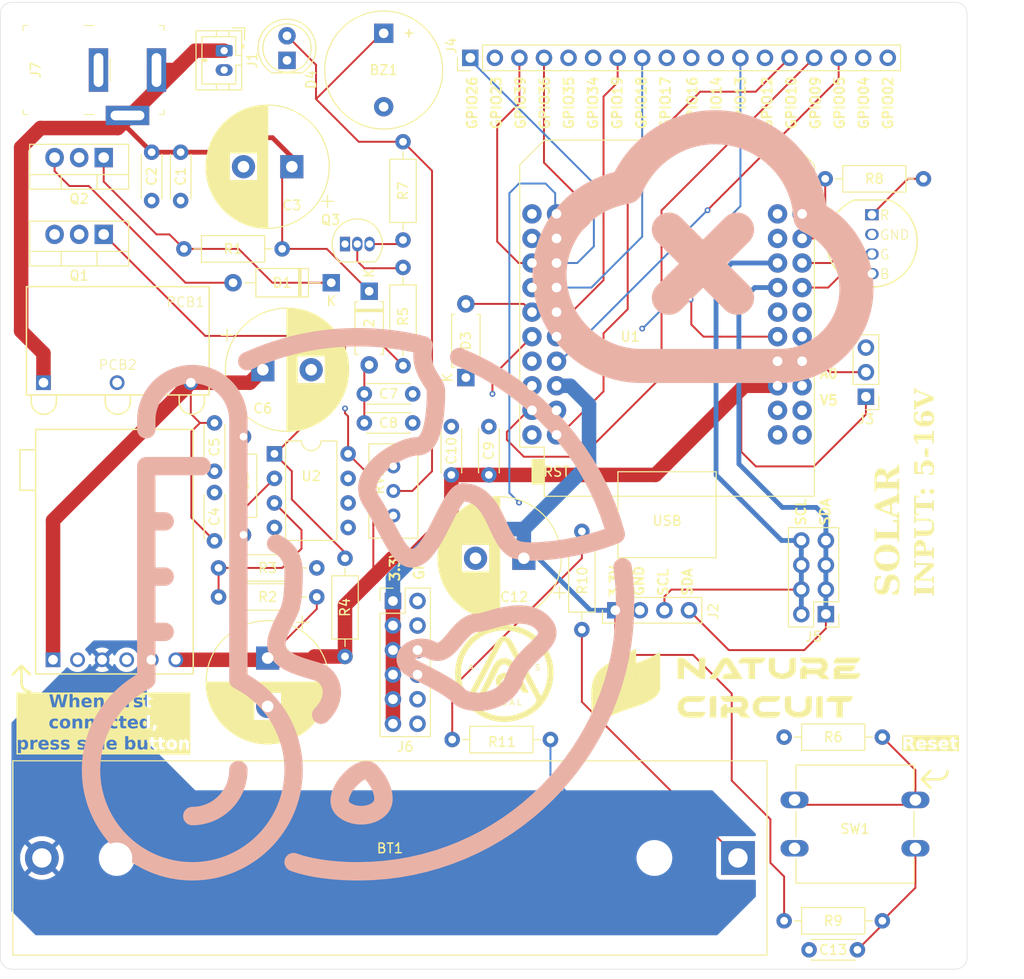
<source format=kicad_pcb>
(kicad_pcb (version 20240108) (generator "pcbnew") (generator_version "8.0")
  (layers (0 "F.Cu" signal) (1 "In1.Cu" signal) (2 "In2.Cu" signal) (31 "B.Cu" signal) (34 "B.Paste" user) (35 "F.Paste" user) (36 "B.SilkS" user "B.Silkscreen") (37 "F.SilkS" user "F.Silkscreen") (38 "B.Mask" user) (39 "F.Mask" user) (44 "Edge.Cuts" user))
  (net 0 "")
  (net 2 "Net-(U1-IO_27)")
  (net 3 "IO_12")
  (net 4 "+3.3V")
  (net 6 "GNDD")
  (net 7 "IO_02")
  (net 9 "Net-(D5-GA)")
  (net 11 "IO_23")
  (net 13 "IO_16")
  (net 15 "IO_19")
  (net 16 "Net-(D5-BA)")
  (net 17 "IO_09")
  (net 18 "IO_10")
  (net 19 "+5V")
  (net 21 "IO_36")
  (net 22 "IO_35")
  (net 23 "RST")
  (net 24 "SDA")
  (net 25 "BATV")
  (net 27 "A0")
  (net 28 "IO_18")
  (net 29 "Net-(D3-A)")
  (net 30 "GNDA")
  (net 31 "IO_05")
  (net 32 "IO_26")
  (net 33 "SCL")
  (net 34 "IO_39")
  (net 35 "IO_13")
  (net 36 "IO_14")
  (net 37 "IO_04")
  (net 39 "IO_17")
  (net 40 "GNDPWR")
  (net 41 "5-16-VDC")
  (net 42 "Net-(SW1A-D)")
  (net 43 "Net-(D5-RA)")
  (net 44 "Net-(Q3-C)")
  (net 45 "BUZZ")
  (net 46 "1VG")
  (net 47 "Net-(Q3-B)")
  (net 48 "Net-(R2-Pad1)")
  (net 49 "Net-(D1-K)")
  (net 50 "Net-(D3-K)")
  (net 51 "Net-(D1-A)")
  (net 52 "Net-(PCB1-GND)")
  (net 53 "Net-(D2-A)")
  (net 54 "+2V5")
  (net 55 "Net-(BT1-+)")
  (net 56 "Net-(BT1--)")
  (footprint "Battery:BatteryHolder_MPD_BH-18650-PC2" (layer "F.Cu") (at 129.145 127.5 180)
    (property "Reference" "BT1")
    (property "Value" "Battery_Cell")
  )
  (footprint "Capacitor_THT:CP_Radial_D12.5mm_P5.00mm" (layer "F.Cu") (at 107 96.5 180)
    (property "Reference" "C12")
    (property "Value" "1000uF")
  )
  (footprint "Resistor_THT:R_Axial_DIN0207_L6.3mm_D2.5mm_P10.16mm_Horizontal" (layer "F.Cu") (at 78 94.08 90)
    (property "Reference" "R12")
    (property "Value" "K1")
  )
  (footprint "Capacitor_THT:CP_Radial_D12.5mm_P5.00mm" (layer "F.Cu") (at 80.5 106.823959 -90)
    (property "Reference" "C11")
    (property "Value" "1000uF")
  )
  (footprint "Capacitor_THT:C_Disc_D4.3mm_W1.9mm_P5.00mm" (layer "F.Cu") (at 75 82.5 -90)
    (property "Reference" "C5")
    (property "Value" "1uF")
  )
  (footprint "Resistor_THT:R_Axial_DIN0207_L6.3mm_D2.5mm_P10.16mm_Horizontal" (layer "F.Cu") (at 99.59 115.25)
    (property "Reference" "R11")
    (property "Value" "K10")
  )
  (footprint "Capacitor_THT:C_Disc_D4.3mm_W1.9mm_P5.00mm" (layer "F.Cu") (at 75 94.7 90)
    (property "Reference" "C4")
    (property "Value" "0.1uF")
  )
  (footprint "Buck_Converter_TZT_THT:TZT_4A_Mini_DC_DC_Buck_Converter" (layer "F.Cu") (at 74.4488 68.4087 180)
    (property "Reference" "PCB1")
    (property "Value" "BUCK CONVERTER")
  )
  (footprint "Connector_PinHeader_2.54mm:PinHeader_1x03_P2.54mm_Vertical" (layer "F.Cu") (at 142.38 79.79 180)
    (property "Reference" "J3")
    (property "Value" "Conn_01x03")
  )
  (footprint "Resistor_THT:R_Axial_DIN0207_L6.3mm_D2.5mm_P10.16mm_Horizontal" (layer "F.Cu") (at 133.92 115)
    (property "Reference" "R6")
    (property "Value" "R150")
  )
  (footprint "Capacitor_THT:C_Disc_D4.3mm_W1.9mm_P5.00mm" (layer "F.Cu") (at 90.5 79.5)
    (property "Reference" "C7")
    (property "Value" "0.1uF")
  )
  (footprint "MountingHole:MountingHole_3.2mm_M3" (layer "F.Cu") (at 149.25 135)
    (property "Reference" "REF**" (hide yes))
    (property "Value" "MountingHole_3.2mm_M3")
  )
  (footprint "Capacitor_THT:C_Disc_D4.3mm_W1.9mm_P5.00mm" (layer "F.Cu") (at 90.5 82.5)
    (property "Reference" "C8")
    (property "Value" "1uF")
  )
  (footprint "LED_THT:LED_D5.0mm" (layer "F.Cu") (at 82.5 45 90)
    (property "Reference" "D4")
    (property "Value" "LED")
  )
  (footprint "Resistor_THT:R_Axial_DIN0207_L6.3mm_D2.5mm_P10.16mm_Horizontal" (layer "F.Cu") (at 94.5 76.58 90)
    (property "Reference" "R5")
    (property "Value" "K4.7")
  )
  (footprint "Resistor_THT:R_Axial_DIN0207_L6.3mm_D2.5mm_P10.16mm_Horizontal" (layer "F.Cu") (at 94.5 63.58 90)
    (property "Reference" "R7")
    (property "Value" "R160")
  )
  (footprint "Capacitor_THT:CP_Radial_D12.5mm_P5.00mm" (layer "F.Cu") (at 80 77)
    (property "Reference" "C6")
    (property "Value" "1000uF")
  )
  (footprint "Button_Switch_THT:SW_SPST_Omron_B3F-40xx" (layer "F.Cu") (at 147.5 126.5 180)
    (property "Reference" "SW1")
    (property "Value" "SW_Push_Dual_x2")
  )
  (footprint "Resistor_THT:R_Axial_DIN0207_L6.3mm_D2.5mm_P10.16mm_Horizontal" (layer "F.Cu") (at 85.58 97.5 180)
    (property "Reference" "R3")
    (property "Value" "K1")
  )
  (footprint "Resistor_THT:R_Axial_DIN0207_L6.3mm_D2.5mm_P10.16mm_Horizontal" (layer "F.Cu") (at 133.92 134)
    (property "Reference" "R9")
    (property "Value" "K4.7")
  )
  (footprint "Resistor_THT:R_Axial_DIN0207_L6.3mm_D2.5mm_P10.16mm_Horizontal" (layer "F.Cu") (at 82 64.5 180)
    (property "Reference" "R1")
    (property "Value" "K10")
  )
  (footprint "Buzzer_Beeper:Buzzer_12x9.5RM7.6" (layer "F.Cu") (at 92.5 42.2 -90)
    (property "Reference" "BZ1")
    (property "Value" "Buzzer")
  )
  (footprint "digikey-footprints:Barrel_Jack_5.5mmODx2.1mmID_PJ-202A" (layer "F.Cu") (at 66 46 90)
    (property "Reference" "J7")
    (property "Value" "Barrel_Jack")
  )
  (footprint "Package_TO_SOT_THT:TO-220-3_Vertical" (layer "F.Cu") (at 63.54 55.055 180)
    (property "Reference" "Q2")
    (property "Value" "IRLZ44N")
  )
  (footprint "Capacitor_THT:C_Disc_D4.3mm_W1.9mm_P5.00mm" (layer "F.Cu") (at 68.5 54.5 -90)
    (property "Reference" "C2")
    (property "Value" "1uF")
  )
  (footprint "Resistor_THT:R_Axial_DIN0207_L6.3mm_D2.5mm_P10.16mm_Horizontal" (layer "F.Cu") (at 75.42 100.5)
    (property "Reference" "R2")
    (property "Value" "K10")
  )
  (footprint "Resistor_THT:R_Axial_DIN0207_L6.3mm_D2.5mm_P10.16mm_Horizontal" (layer "F.Cu") (at 148.33 57.25 180)
    (property "Reference" "R8")
    (property "Value" "R100")
  )
  (footprint "Connector_PinHeader_2.54mm:PinHeader_1x18_P2.54mm_Vertical" (layer "F.Cu") (at 101.46 44.74 90)
    (property "Reference" "J4")
    (property "Value" "Conn_01x18")
  )
  (footprint "Package_DIP:DIP-8_W7.62mm" (layer "F.Cu") (at 81.2 85.7)
    (property "Reference" "U2")
    (property "Value" "LM393N_LTB")
  )
  (footprint "Connector_PinHeader_2.54mm:PinHeader_2x04_P2.54mm_Vertical" (layer "F.Cu") (at 138.24 102.28 180)
    (property "Reference" "J5")
    (property "Value" "Conn_02x04_Counter_Clockwise")
  )
  (footprint "footprints:RGB_LED" (layer "F.Cu") (at 143 65.54 -90)
    (property "Reference" "D5" (hide yes))
    (property "Value" "LED_RKGB" (hide yes))
  )
  (footprint "Capacitor_THT:C_Disc_D4.3mm_W1.9mm_P5.00mm" (layer "F.Cu") (at 103.38 82.88 -90)
    (property "Reference" "C9")
    (property "Value" "0.1uF")
  )
  (footprint "Package_TO_SOT_THT:TO-92_Inline" (layer "F.Cu") (at 88.5 64)
    (property "Reference" "Q3")
    (property "Value" "2N3906")
  )
  (footprint "Connector_PinHeader_2.54mm:PinHeader_1x04_P2.54mm_Vertical" (layer "F.Cu") (at 116.46 101.88 90)
    (property "Reference" "J2")
    (property "Value" "Conn_01x04")
  )
  (footprint "Diode_THT:D_A-405_P7.62mm_Horizontal" (layer "F.Cu") (at 101 77.81 90)
    (property "Reference" "D3")
    (property "Value" "1N5819")
  )
  (footprint "Capacitor_THT:CP_Radial_D12.5mm_P5.00mm" (layer "F.Cu") (at 83 56 180)
    (property "Reference" "C3")
    (property "Value" "2000uF")
  )
  (footprint "Connector_JST:JST_PH_B2B-PH-K_1x02_P2.00mm_Vertical" (layer "F.Cu") (at 76 44 -90)
    (property "Reference" "J1")
    (property "Value" "Conn_01x02_Pin")
  )
  (footprint "Capacitor_THT:C_Disc_D4.3mm_W1.9mm_P5.00mm" (layer "F.Cu") (at 141.5 137 180)
    (property "Reference" "C13")
    (property "Value" "1uF")
  )
  (footprint "MountingHole:MountingHole_3.2mm_M3" (layer "F.Cu") (at 149.25 49.5)
    (property "Reference" "REF**" (hide yes))
    (property "Value" "MountingHole_3.2mm_M3")
  )
  (footprint "esp32-wemos-d1-mini:esp32-wemos-d1-mini" (layer "F.Cu") (at 121.81 72.31)
    (property "Reference" "U1")
    (property "Value" "esp32-wemos-d1-mini")
  )
  (footprint "Resistor_THT:R_Axial_DIN0207_L6.3mm_D2.5mm_P10.16mm_Horizontal" (layer "F.Cu") (at 113 93.72 -90)
    (property "Reference" "R10")
    (property "Value" "K10")
  )
  (footprint "Battery_module_MH-CD42_THT:MH_CD42_Charge_Discharge_Module" (layer "F.Cu") (at 56.5 108.47)
    (property "Reference" "PCB2")
    (property "Value" "~")
  )
  (footprint "Package_TO_SOT_THT:TO-220-3_Vertical" (layer "F.Cu") (at 63.54 63 180)
    (property "Reference" "Q1")
    (property "Value" "IRLZ44N")
  )
  (footprint "Resistor_THT:R_Axial_DIN0207_L6.3mm_D2.5mm_P10.16mm_Horizontal" (layer "F.Cu") (at 88.5 106.66 90)
    (property "Reference" "R4")
    (property "Value" "K4.7")
  )
  (footprint "Capacitor_THT:C_Disc_D4.3mm_W1.9mm_P5.00mm" (layer "F.Cu") (at 99.5 82.88 -90)
    (property "Reference" "C10")
    (property "Value" "1uF")
  )
  (footprint "Diode_THT:D_A-405_P10.16mm_Horizontal" (layer "F.Cu") (at 87.08 68 180)
    (property "Reference" "D1")
    (property "Value" "D_Zener 12V")
  )
  (footprint "Capacitor_THT:C_Disc_D4.3mm_W1.9mm_P5.00mm" (layer "F.Cu") (at 71.5 54.5 -90)
    (property "Reference" "C1")
    (property "Value" "0.1uF")
  )
  (footprint "Connector_PinHeader_2.54mm:PinHeader_2x06_P2.54mm_Vertical" (layer "F.Cu") (at 93.46 100.92)
    (property "Reference" "J6")
    (property "Value" "Conn_02x06_Counter_Clockwise")
  )
  (footprint "Diode_THT:D_A-405_P7.62mm_Horizontal" (layer "F.Cu") (at 91 68.88 -90)
    (property "Reference" "D2")
    (property "Value" "D_Zener 16V")
  )
  (footprint "Potentiometer_THT:Potentiometer_Bourns_3296W_Vertical" (layer "F.Cu") (at 93.5 87 90)
    (property "Reference" "RV1")
    (property "Value" "R_Potentiometer_Trim")
  )
  (gr_line (start 122 62.5) (end 129.055556 69.555555) (stroke (width 3.527777)) (layer "B.SilkS"))
  (gr_poly (pts (xy 127.235922 51.928577) (xy 127.722007 51.963935) (xy 128.201319 52.022188) (xy 128.673299 52.102781) (xy 129.137388 52.205158) (xy 129.593025 52.328766) (xy 130.039652 52.473049) (xy 130.476709 52.637453) (xy 130.903637 52.821423) (xy 131.319875 53.024404) (xy 131.724864 53.245841) (xy 132.118045 53.485181) (xy 132.498859 53.741867) (xy 132.866745 54.015346) (xy 133.221145 54.305063) (xy 133.561498 54.610463) (xy 133.887245 54.930991) (xy 134.197827 55.266092) (xy 134.492684 55.615212) (xy 134.771257 55.977796) (xy 135.032985 56.35329) (xy 135.277311 56.741138) (xy 135.503673 57.140786) (xy 135.711512 57.551679) (xy 135.90027 57.973263) (xy 136.069386 58.404982) (xy 136.218301 58.846283) (xy 136.346455 59.296609) (xy 136.453289 59.755407) (xy 136.538244 60.222122) (xy 136.600759 60.696199) (xy 136.640276 61.177084) (xy 136.900582 61.297171) (xy 137.155738 61.427421) (xy 137.405539 61.567553) (xy 137.649782 61.717286) (xy 137.888261 61.876341) (xy 138.120773 62.044435) (xy 138.347114 62.221289) (xy 138.567079 62.406621) (xy 138.780464 62.600151) (xy 138.987065 62.801598) (xy 139.186679 63.010681) (xy 139.3791 63.227119) (xy 139.564125 63.450632) (xy 139.74155 63.680939) (xy 139.91117 63.917759) (xy 140.072781 64.160811) (xy 140.226179 64.409815) (xy 140.37116 64.66449) (xy 140.50752 64.924555) (xy 140.635055 65.189729) (xy 140.75356 65.459731) (xy 140.862831 65.734282) (xy 140.962664 66.013099) (xy 141.052856 66.295902) (xy 141.133201 66.582411) (xy 141.203496 66.872345) (xy 141.263536 67.165422) (xy 141.313118 67.461363) (xy 141.352037 67.759886) (xy 141.380089 68.060711) (xy 141.39707 68.363557) (xy 141.402776 68.668142) (xy 141.392447 69.076887) (xy 141.361796 69.480266) (xy 141.311319 69.87778) (xy 141.241515 70.26893) (xy 141.152884 70.653217) (xy 141.045924 71.030142) (xy 140.921134 71.399205) (xy 140.779012 71.759908) (xy 140.620058 72.111752) (xy 140.444769 72.454237) (xy 140.253645 72.786865) (xy 140.047185 73.109136) (xy 139.825886 73.420551) (xy 139.590248 73.720612) (xy 139.34077 74.008818) (xy 139.077949 74.284672) (xy 138.802286 74.547674) (xy 138.514278 74.797325) (xy 138.214424 75.033126) (xy 137.903223 75.254578) (xy 137.581174 75.461182) (xy 137.248776 75.652438) (xy 136.906526 75.827849) (xy 136.554925 75.986913) (xy 136.19447 76.129134) (xy 135.82566 76.25401) (xy 135.448994 76.361045) (xy 135.064971 76.449737) (xy 134.674089 76.519589) (xy 134.276847 76.570101) (xy 133.873744 76.600774) (xy 133.465279 76.61111) (xy 119.177777 76.61111) (xy 118.687622 76.598829) (xy 118.203901 76.562382) (xy 117.727213 76.502362) (xy 117.258157 76.419361) (xy 116.797331 76.313974) (xy 116.345333 76.186793) (xy 115.902762 76.03841) (xy 115.470217 75.869419) (xy 115.048295 75.680414) (xy 114.637596 75.471986) (xy 114.238718 75.244729) (xy 113.852259 74.999236) (xy 113.478818 74.7361) (xy 113.118993 74.455915) (xy 112.773383 74.159272) (xy 112.442586 73.846765) (xy 112.1272 73.518988) (xy 111.827825 73.176533) (xy 111.545058 72.819992) (xy 111.279499 72.44996) (xy 111.031745 72.067029) (xy 110.802395 71.671793) (xy 110.592047 71.264843) (xy 110.401301 70.846774) (xy 110.230753 70.418178) (xy 110.081004 69.979648) (xy 109.952651 69.531777) (xy 109.846293 69.075159) (xy 109.762529 68.610386) (xy 109.701956 68.138051) (xy 109.665173 67.658748) (xy 109.652779 67.173069) (xy 109.662033 66.769111) (xy 109.689599 66.36761) (xy 109.735187 65.969097) (xy 109.798507 65.574099) (xy 109.879268 65.183147) (xy 109.977178 64.79677) (xy 110.091948 64.415496) (xy 110.223287 64.039855) (xy 110.370904 63.670376) (xy 110.534509 63.307589) (xy 110.71381 62.952022) (xy 110.908517 62.604205) (xy 111.118339 62.264667) (xy 111.342986 61.933937) (xy 111.582167 61.612544) (xy 111.835592 61.301018) (xy 112.102969 60.999888) (xy 112.384008 60.709683) (xy 112.678418 60.430931) (xy 112.985909 60.164164) (xy 113.30619 59.909908) (xy 113.63897 59.668695) (xy 113.983959 59.441052) (xy 114.340865 59.227509) (xy 114.709399 59.028596) (xy 115.089269 58.844842) (xy 115.480185 58.676775) (xy 115.881856 58.524925) (xy 116.293992 58.389821) (xy 116.716301 58.271992) (xy 117.148494 58.171968) (xy 117.590279 58.090278) (xy 117.73627 57.760071) (xy 117.893958 57.435624) (xy 118.063077 57.117245) (xy 118.243361 56.805245) (xy 118.434544 56.499934) (xy 118.636359 56.201621) (xy 118.848541 55.910615) (xy 119.070823 55.627228) (xy 119.302938 55.351768) (xy 119.544622 55.084545) (xy 119.795608 54.82587) (xy 120.055629 54.576051) (xy 120.324419 54.335399) (xy 120.601712 54.104224) (xy 120.887243 53.882834) (xy 121.180745 53.671541) (xy 121.481951 53.470653) (xy 121.790596 53.280481) (xy 122.106413 53.101334) (xy 122.429137 52.933522) (xy 122.7585 52.777355) (xy 123.094238 52.633142) (xy 123.436083 52.501194) (xy 123.78377 52.38182) (xy 124.137032 52.275329) (xy 124.495604 52.182033) (xy 124.859219 52.10224) (xy 125.227611 52.03626) (xy 125.600514 51.984403) (xy 125.977661 51.946979) (xy 126.358787 51.924297) (xy 126.743625 51.916668)) (stroke (width 3.527777)) (fill none) (layer "B.SilkS"))
  (gr_poly (pts (xy 90.740224 72.696231) (xy 91.626936 72.737089) (xy 92.510653 72.805052) (xy 93.390595 72.900012) (xy 94.265979 73.02186) (xy 95.136027 73.170489) (xy 95.999956 73.345789) (xy 96.856985 73.547651) (xy 96.903119 73.560595) (xy 96.948106 73.57565) (xy 96.991904 73.592747) (xy 97.034471 73.61182) (xy 97.075764 73.632802) (xy 97.115741 73.655625) (xy 97.15436 73.680222) (xy 97.191577 73.706526) (xy 97.227351 73.734471) (xy 97.261639 73.763988) (xy 97.294399 73.795011) (xy 97.325588 73.827473) (xy 97.355163 73.861305) (xy 97.383084 73.896442) (xy 97.409306 73.932816) (xy 97.433787 73.97036) (xy 97.456486 74.009007) (xy 97.47736 74.048689) (xy 97.496366 74.089339) (xy 97.513461 74.130891) (xy 97.528604 74.173277) (xy 97.541752 74.216429) (xy 97.552862 74.260282) (xy 97.561893 74.304767) (xy 97.568801 74.349817) (xy 97.573545 74.395366) (xy 97.576081 74.441345) (xy 97.576368 74.487689) (xy 97.574363 74.534329) (xy 97.570023 74.581199) (xy 97.563307 74.628231) (xy 97.554171 74.675359) (xy 97.528362 74.802181) (xy 97.507091 74.925728) (xy 97.490211 75.046099) (xy 97.47757 75.163397) (xy 97.46902 75.277721) (xy 97.464412 75.389171) (xy 97.463596 75.49785) (xy 97.466423 75.603857) (xy 97.472743 75.707292) (xy 97.482408 75.808257) (xy 97.495268 75.906852) (xy 97.511174 76.003178) (xy 97.551525 76.189424) (xy 97.602268 76.3678) (xy 97.662208 76.539111) (xy 97.73015 76.704163) (xy 97.8049 76.86376) (xy 97.885264 77.018706) (xy 97.970047 77.169808) (xy 98.058055 77.317869) (xy 98.238968 77.608091) (xy 98.35828 77.798826) (xy 98.472548 77.988507) (xy 98.526745 78.083489) (xy 98.578424 78.178851) (xy 98.627169 78.27481) (xy 98.672559 78.37158) (xy 98.714177 78.469375) (xy 98.751604 78.56841) (xy 98.784422 78.6689) (xy 98.812211 78.771061) (xy 98.834553 78.875107) (xy 98.851031 78.981252) (xy 98.861224 79.089712) (xy 98.864715 79.200701) (xy 98.8619 79.609089) (xy 98.853459 80.004686) (xy 98.839395 80.38748) (xy 98.819715 80.757459) (xy 98.794423 81.114612) (xy 98.763522 81.458928) (xy 98.727019 81.790396) (xy 98.684917 82.109004) (xy 98.637222 82.414741) (xy 98.583938 82.707595) (xy 98.52507 82.987556) (xy 98.460622 83.254611) (xy 98.390599 83.50875) (xy 98.315006 83.749961) (xy 98.233848 83.978233) (xy 98.14713 84.193554) (xy 98.054855 84.395914) (xy 97.957029 84.5853) (xy 97.853656 84.761701) (xy 97.744742 84.925107) (xy 97.63029 85.075505) (xy 97.510306 85.212885) (xy 97.384794 85.337235) (xy 97.253759 85.448543) (xy 97.117205 85.546799) (xy 96.975138 85.631991) (xy 96.827562 85.704107) (xy 96.674482 85.763137) (xy 96.515902 85.809069) (xy 96.351827 85.841892) (xy 96.182262 85.861594) (xy 96.007212 85.868163) (xy 95.821681 85.880743) (xy 95.60726 85.917808) (xy 95.368258 85.978354) (xy 95.108983 86.061371) (xy 94.833745 86.165853) (xy 94.546852 86.290792) (xy 94.252614 86.43518) (xy 93.955337 86.598012) (xy 93.659333 86.778278) (xy 93.368908 86.974973) (xy 93.088373 87.187087) (xy 92.822035 87.413615) (xy 92.574204 87.653548) (xy 92.458574 87.778227) (xy 92.349187 87.90588) (xy 92.246582 88.03638) (xy 92.151295 88.169602) (xy 92.063867 88.30542) (xy 91.984836 88.443708) (xy 91.928773 88.555059) (xy 91.880595 88.664867) (xy 91.840309 88.773247) (xy 91.807919 88.880308) (xy 91.783431 88.986163) (xy 91.76685 89.090924) (xy 91.758183 89.194702) (xy 91.757434 89.29761) (xy 91.76461 89.399759) (xy 91.779715 89.501262) (xy 91.802756 89.602229) (xy 91.833738 89.702773) (xy 91.872666 89.803006) (xy 91.919546 89.90304) (xy 91.974384 90.002986) (xy 92.037185 90.102956) (xy 92.256649 90.441786) (xy 92.468069 90.786606) (xy 92.671806 91.135002) (xy 92.868219 91.48456) (xy 93.057667 91.832869) (xy 93.240511 92.177513) (xy 93.587825 92.846157) (xy 93.854507 93.360119) (xy 94.125663 93.867902) (xy 94.261439 94.112274) (xy 94.396557 94.346458) (xy 94.530427 94.567572) (xy 94.662455 94.772738) (xy 94.79205 94.959072) (xy 94.918621 95.123694) (xy 94.980587 95.196963) (xy 95.041574 95.263724) (xy 95.10151 95.323616) (xy 95.160319 95.376279) (xy 95.217929 95.421354) (xy 95.274264 95.45848) (xy 95.329251 95.487297) (xy 95.382816 95.507445) (xy 95.434885 95.518564) (xy 95.485384 95.520293) (xy 95.534239 95.512273) (xy 95.581376 95.494144) (xy 95.645514 95.458335) (xy 95.710712 95.414718) (xy 95.843972 95.305419) (xy 95.980525 95.168967) (xy 96.11974 95.008085) (xy 96.260987 94.825491) (xy 96.403634 94.623908) (xy 96.547051 94.406056) (xy 96.690607 94.174657) (xy 96.975614 93.682098) (xy 97.253607 93.168) (xy 97.768367 92.162254) (xy 98.140105 91.430511) (xy 98.318903 91.088221) (xy 98.494628 90.763457) (xy 98.66851 90.457576) (xy 98.841781 90.171931) (xy 99.015671 89.907877) (xy 99.191411 89.66677) (xy 99.280359 89.555244) (xy 99.370231 89.449964) (xy 99.461181 89.351097) (xy 99.553363 89.258814) (xy 99.64693 89.173283) (xy 99.742036 89.094674) (xy 99.838835 89.023157) (xy 99.937482 88.9589) (xy 100.038129 88.902074) (xy 100.140931 88.852847) (xy 100.246042 88.811389) (xy 100.353615 88.777869) (xy 100.463804 88.752457) (xy 100.576763 88.735321) (xy 100.692645 88.726632) (xy 100.811606 88.726558) (xy 101.050914 88.743489) (xy 101.281267 88.77235) (xy 101.502901 88.812643) (xy 101.716053 88.863868) (xy 101.920959 88.925528) (xy 102.117856 88.997123) (xy 102.306978 89.078154) (xy 102.488564 89.168122) (xy 102.662849 89.26653) (xy 102.830069 89.372877) (xy 102.990461 89.486666) (xy 103.144261 89.607397) (xy 103.291705 89.734572) (xy 103.433029 89.867691) (xy 103.698264 90.149769) (xy 103.941856 90.44964) (xy 104.165695 90.763315) (xy 104.37167 91.086802) (xy 104.561674 91.416112) (xy 104.737594 91.747253) (xy 104.901322 92.076236) (xy 105.199761 92.711765) (xy 105.3491 93.033947) (xy 105.500226 93.350784) (xy 105.576597 93.504689) (xy 105.653582 93.654249) (xy 105.731237 93.798459) (xy 105.809617 93.936318) (xy 105.888778 94.066821) (xy 105.968775 94.188967) (xy 106.049665 94.30175) (xy 106.131504 94.404169) (xy 106.214346 94.495221) (xy 106.25616 94.53617) (xy 106.298247 94.573902) (xy 106.340613 94.608289) (xy 106.383264 94.639208) (xy 106.426208 94.666533) (xy 106.469452 94.690138) (xy 106.66646 94.75879) (xy 106.942913 94.809205) (xy 107.29202 94.841137) (xy 107.706988 94.85434) (xy 108.181025 94.848569) (xy 108.70734 94.823577) (xy 109.889633 94.714947) (xy 110.532028 94.630817) (xy 111.199531 94.526483) (xy 111.885351 94.401699) (xy 112.582695 94.256219) (xy 113.284772 94.089797) (xy 113.98479 93.902186) (xy 114.675956 93.693142) (xy 115.351478 93.462418) (xy 114.876947 92.054708) (xy 114.325817 90.680608) (xy 113.700563 89.342966) (xy 113.00366 88.044631) (xy 112.237585 86.788449) (xy 111.404813 85.577268) (xy 110.507818 84.413935) (xy 109.549078 83.3013) (xy 108.531066 82.242208) (xy 107.456259 81.239508) (xy 106.327133 80.296048) (xy 105.146162 79.414674) (xy 103.915822 78.598235) (xy 102.638589 77.849579) (xy 101.316939 77.171553) (xy 99.953346 76.567004) (xy 99.908471 76.547302) (xy 99.865119 76.525586) (xy 99.823322 76.501934) (xy 99.783111 76.476424) (xy 99.744521 76.449135) (xy 99.707582 76.420143) (xy 99.672328 76.389528) (xy 99.638791 76.357367) (xy 99.607003 76.323739) (xy 99.576996 76.288721) (xy 99.548804 76.252392) (xy 99.522459 76.21483) (xy 99.497993 76.176113) (xy 99.475438 76.136319) (xy 99.454827 76.095526) (xy 99.436193 76.053812) (xy 99.419568 76.011255) (xy 99.404983 75.967934) (xy 99.392473 75.923926) (xy 99.382068 75.87931) (xy 99.373803 75.834163) (xy 99.367708 75.788564) (xy 99.363817 75.742592) (xy 99.362161 75.696323) (xy 99.362774 75.649836) (xy 99.365688 75.603209) (xy 99.370935 75.55652) (xy 99.378547 75.509848) (xy 99.388558 75.46327) (xy 99.400999 75.416865) (xy 99.415903 75.37071) (xy 99.433302 75.324884) (xy 99.452995 75.280009) (xy 99.474702 75.236657) (xy 99.498347 75.194859) (xy 99.523851 75.154649) (xy 99.551135 75.116058) (xy 99.580122 75.079119) (xy 99.610734 75.043865) (xy 99.642892 75.010327) (xy 99.676518 74.978539) (xy 99.711534 74.948533) (xy 99.747862 74.920341) (xy 99.785424 74.893996) (xy 99.824141 74.869529) (xy 99.863935 74.846975) (xy 99.904728 74.826364) (xy 99.946442 74.80773) (xy 99.988999 74.791104) (xy 100.03232 74.77652) (xy 100.076328 74.76401) (xy 100.120943 74.753605) (xy 100.166089 74.74534) (xy 100.211687 74.739245) (xy 100.257658 74.735354) (xy 100.303924 74.733699) (xy 100.350408 74.734312) (xy 100.397031 74.737226) (xy 100.443715 74.742473) (xy 100.490382 74.750085) (xy 100.536953 74.760096) (xy 100.583351 74.772538) (xy 100.629497 74.787442) (xy 100.675312 74.804841) (xy 102.187825 75.476943) (xy 103.652259 76.233331) (xy 105.065633 77.070627) (xy 106.424966 77.985452) (xy 107.727276 78.974426) (xy 108.969581 80.03417) (xy 110.148901 81.161304) (xy 111.262253 82.352451) (xy 112.306655 83.60423) (xy 113.279127 84.913262) (xy 114.176687 86.276168) (xy 114.996353 87.68957) (xy 115.735144 89.150086) (xy 116.390077 90.654339) (xy 116.958172 92.19895) (xy 117.436447 93.780538) (xy 117.438376 93.788367) (xy 117.439883 93.796158) (xy 117.441021 93.803918) (xy 117.441839 93.811653) (xy 117.442387 93.819366) (xy 117.442717 93.827063) (xy 117.44292 93.842432) (xy 117.442913 93.873212) (xy 117.443119 93.880946) (xy 117.443509 93.888706) (xy 117.444133 93.896498) (xy 117.445041 93.904326) (xy 117.451136 93.952274) (xy 117.453738 93.975911) (xy 117.455881 93.999427) (xy 117.457444 94.022901) (xy 117.458303 94.046412) (xy 117.458339 94.070039) (xy 117.45743 94.093859) (xy 117.455238 94.116833) (xy 117.452248 94.139354) (xy 117.448559 94.161515) (xy 117.444272 94.183406) (xy 117.439488 94.205119) (xy 117.434308 94.226746) (xy 117.423161 94.270107) (xy 117.410985 94.31446) (xy 117.404636 94.336176) (xy 117.397908 94.357632) (xy 117.390646 94.378863) (xy 117.382696 94.399904) (xy 117.378415 94.410364) (xy 117.373904 94.42079) (xy 117.369143 94.431187) (xy 117.364115 94.441557) (xy 117.359025 94.451672) (xy 117.353766 94.461637) (xy 117.348346 94.471462) (xy 117.342773 94.481158) (xy 117.331201 94.500204) (xy 117.319118 94.518855) (xy 117.30659 94.537191) (xy 117.293684 94.555295) (xy 117.280467 94.573248) (xy 117.267005 94.591129) (xy 117.253423 94.609542) (xy 117.23973 94.627678) (xy 117.225811 94.64551) (xy 117.211555 94.663013) (xy 117.19685 94.68016) (xy 117.189293 94.688592) (xy 117.181582 94.696925) (xy 117.173702 94.705156) (xy 117.165639 94.713282) (xy 117.15738 94.7213) (xy 117.148909 94.729205) (xy 117.139926 94.736953) (xy 117.130813 94.74447) (xy 117.121575 94.751776) (xy 117.112219 94.75889) (xy 117.093172 94.772611) (xy 117.073719 94.785781) (xy 117.053905 94.798549) (xy 117.033775 94.811062) (xy 116.992753 94.835914) (xy 116.986058 94.839955) (xy 116.979554 94.844227) (xy 116.973208 94.848691) (xy 116.966987 94.853306) (xy 116.954783 94.862838) (xy 116.942676 94.87251) (xy 116.930396 94.882009) (xy 116.924107 94.886596) (xy 116.917675 94.891023) (xy 116.911066 94.89525) (xy 116.904246 94.899239) (xy 116.897181 94.90295) (xy 116.889839 94.906345) (xy 116.229063 95.168594) (xy 115.515062 95.418149) (xy 114.757994 95.652896) (xy 113.968013 95.870721) (xy 113.155277 96.069509) (xy 112.329942 96.247148) (xy 111.502164 96.401521) (xy 110.682099 96.530516) (xy 109.879903 96.632019) (xy 109.105733 96.703914) (xy 108.369746 96.744088) (xy 107.682096 96.750427) (xy 107.052941 96.720817) (xy 106.492437 96.653143) (xy 106.01074 96.545291) (xy 105.802618 96.475638) (xy 105.618006 96.395148) (xy 105.424895 96.288012) (xy 105.242984 96.166289) (xy 105.071556 96.031011) (xy 104.909893 95.883215) (xy 104.757275 95.723936) (xy 104.612984 95.554209) (xy 104.476304 95.375067) (xy 104.346514 95.187548) (xy 104.222897 94.992685) (xy 104.104734 94.791513) (xy 103.991308 94.585068) (xy 103.881899 94.374384) (xy 103.672262 93.944442) (xy 103.470078 93.509966) (xy 103.185084 92.906048) (xy 103.046596 92.627564) (xy 102.909061 92.365303) (xy 102.771186 92.119694) (xy 102.631682 91.891168) (xy 102.489258 91.680155) (xy 102.416548 91.581351) (xy 102.342623 91.487085) (xy 102.267323 91.397414) (xy 102.190487 91.312389) (xy 102.111952 91.232064) (xy 102.031557 91.156495) (xy 101.949142 91.085733) (xy 101.864545 91.019834) (xy 101.777604 90.95885) (xy 101.688159 90.902836) (xy 101.596047 90.851845) (xy 101.501108 90.805931) (xy 101.40318 90.765148) (xy 101.302101 90.72955) (xy 101.197711 90.69919) (xy 101.089849 90.674122) (xy 100.978352 90.654399) (xy 100.863059 90.640076) (xy 100.794118 90.709462) (xy 100.719525 90.798457) (xy 100.639973 90.905129) (xy 100.556155 91.027542) (xy 100.378487 91.311857) (xy 100.192062 91.635933) (xy 100.002419 91.984296) (xy 99.815098 92.341476) (xy 99.469578 93.020397) (xy 99.136846 93.676194) (xy 98.797812 94.323029) (xy 98.624825 94.638522) (xy 98.448935 94.946298) (xy 98.2697 95.244531) (xy 98.086677 95.531397) (xy 97.899423 95.80507) (xy 97.707497 96.063724) (xy 97.510456 96.305534) (xy 97.307857 96.528675) (xy 97.204336 96.632674) (xy 97.099259 96.731322) (xy 96.992571 96.824389) (xy 96.884217 96.911648) (xy 96.774143 96.992871) (xy 96.662291 97.067829) (xy 96.548608 97.136294) (xy 96.433038 97.198039) (xy 96.363521 97.231675) (xy 96.294646 97.262948) (xy 96.226405 97.291886) (xy 96.158793 97.318516) (xy 96.091801 97.342862) (xy 96.025423 97.364953) (xy 95.959651 97.384814) (xy 95.89448 97.402472) (xy 95.8299 97.417953) (xy 95.765907 97.431284) (xy 95.702491 97.442492) (xy 95.639647 97.451602) (xy 95.577368 97.458642) (xy 95.515646 97.463637) (xy 95.454474 97.466615) (xy 95.393845 97.467602) (xy 95.248805 97.461892) (xy 95.106888 97.445026) (xy 94.968011 97.4174) (xy 94.832092 97.379412) (xy 94.699051 97.331458) (xy 94.568804 97.273936) (xy 94.44127 97.207241) (xy 94.316368 97.131771) (xy 94.194014 97.047922) (xy 94.074129 96.956092) (xy 93.841433 96.750072) (xy 93.617626 96.516886) (xy 93.402052 96.259709) (xy 93.194057 95.981714) (xy 92.992986 95.686075) (xy 92.798184 95.375966) (xy 92.608998 95.054563) (xy 92.244851 94.390567) (xy 91.895307 93.71948) (xy 91.557302 93.069059) (xy 91.384459 92.742998) (xy 91.208069 92.4182) (xy 91.027395 92.096039) (xy 90.841696 91.777889) (xy 90.650234 91.465123) (xy 90.45227 91.159115) (xy 90.320729 90.947899) (xy 90.205433 90.733104) (xy 90.106399 90.51508) (xy 90.02364 90.294175) (xy 89.957173 90.070736) (xy 89.907012 89.845112) (xy 89.873172 89.617653) (xy 89.85567 89.388706) (xy 89.854519 89.158619) (xy 89.869736 88.927742) (xy 89.901335 88.696422) (xy 89.949332 88.465008) (xy 90.013742 88.233848) (xy 90.094579 88.003292) (xy 90.191861 87.773687) (xy 90.3056 87.545381) (xy 90.410534 87.360542) (xy 90.525821 87.178186) (xy 90.785205 86.821808) (xy 91.07925 86.478024) (xy 91.403454 86.148609) (xy 91.753313 85.835341) (xy 92.124325 85.539995) (xy 92.511987 85.264347) (xy 92.911798 85.010174) (xy 93.319255 84.779252) (xy 93.729854 84.573356) (xy 94.139094 84.394264) (xy 94.542472 84.24375) (xy 94.935486 84.123593) (xy 95.313633 84.035567) (xy 95.67241 83.981449) (xy 96.007315 83.963015) (xy 96.043745 83.952758) (xy 96.093075 83.919761) (xy 96.153199 83.860686) (xy 96.222015 83.772193) (xy 96.297418 83.650945) (xy 96.377303 83.493603) (xy 96.459566 83.296827) (xy 96.542104 83.05728) (xy 96.622812 82.771622) (xy 96.699585 82.436515) (xy 96.770321 82.04862) (xy 96.832913 81.604599) (xy 96.88526 81.101113) (xy 96.925255 80.534824) (xy 96.950795 79.902392) (xy 96.959776 79.200478) (xy 96.954353 79.183286) (xy 96.945444 79.161622) (xy 96.918403 79.106556) (xy 96.88112 79.03863) (xy 96.83606 78.961191) (xy 96.732473 78.791171) (xy 96.627368 78.623286) (xy 96.442888 78.327332) (xy 96.250595 77.998577) (xy 96.155049 77.821139) (xy 96.061785 77.634589) (xy 95.972215 77.438622) (xy 95.887752 77.232933) (xy 95.809806 77.01722) (xy 95.739791 76.791178) (xy 95.679118 76.554503) (xy 95.629198 76.30689) (xy 95.591444 76.048036) (xy 95.567267 75.777636) (xy 95.55808 75.495386) (xy 95.565294 75.200983) (xy 94.863218 75.05759) (xy 94.156704 74.933173) (xy 93.446231 74.827774) (xy 92.73228 74.741439) (xy 92.015331 74.674212) (xy 91.295865 74.626138) (xy 90.57436 74.597261) (xy 89.851298 74.587625) (xy 89.128914 74.597073) (xy 88.409898 74.625396) (xy 87.694401 74.672562) (xy 86.982575 74.73854) (xy 86.274572 74.823298) (xy 85.570543 74.926804) (xy 84.870641 75.049026) (xy 84.175017 75.189933) (xy 83.483824 75.349492) (xy 82.797213 75.527673) (xy 82.115336 75.724444) (xy 81.438345 75.939772) (xy 80.766392 76.173626) (xy 80.099629 76.425974) (xy 79.438208 76.696786) (xy 78.78228 76.986028) (xy 78.73721 77.005303) (xy 78.691711 77.022086) (xy 78.645864 77.036407) (xy 78.599746 77.048295) (xy 78.553437 77.057781) (xy 78.507017 77.064893) (xy 78.460564 77.069663) (xy 78.414158 77.072119) (xy 78.367878 77.072291) (xy 78.321803 77.07021) (xy 78.276012 77.065905) (xy 78.230585 77.059406) (xy 78.1856 77.050742) (xy 78.141137 77.039944) (xy 78.097275 77.027041) (xy 78.054093 77.012063) (xy 78.011671 76.99504) (xy 77.970087 76.976002) (xy 77.92942 76.954978) (xy 77.889751 76.931998) (xy 77.851157 76.907092) (xy 77.813719 76.880291) (xy 77.777515 76.851623) (xy 77.742625 76.821118) (xy 77.709128 76.788806) (xy 77.677102 76.754718) (xy 77.646628 76.718882) (xy 77.617783 76.681329) (xy 77.590649 76.642089) (xy 77.565303 76.601191) (xy 77.541824 76.558664) (xy 77.520293 76.51454) (xy 77.501086 76.46947) (xy 77.484362 76.423971) (xy 77.470091 76.378123) (xy 77.458243 76.332005) (xy 77.44879 76.285696) (xy 77.441701 76.239275) (xy 77.436948 76.192822) (xy 77.4345 76.146416) (xy 77.434328 76.100135) (xy 77.436403 76.054059) (xy 77.440696 76.008267) (xy 77.447176 75.962838) (xy 77.455814 75.917851) (xy 77.466581 75.873387) (xy 77.479447 75.829522) (xy 77.494383 75.786338) (xy 77.511359 75.743913) (xy 77.530346 75.702326) (xy 77.551314 75.661656) (xy 77.574234 75.621982) (xy 77.599076 75.583385) (xy 77.625811 75.545942) (xy 77.654409 75.509733) (xy 77.684841 75.474837) (xy 77.717078 75.441333) (xy 77.751089 75.409301) (xy 77.786845 75.378819) (xy 77.824318 75.349967) (xy 77.863476 75.322824) (xy 77.904292 75.297469) (xy 77.946735 75.273982) (xy 77.990775 75.25244) (xy 78.693845 74.942602) (xy 79.402759 74.652492) (xy 80.117355 74.382146) (xy 80.837474 74.131599) (xy 81.562956 73.900888) (xy 82.29364 73.69005) (xy 83.029365 73.49912) (xy 83.769971 73.328135) (xy 84.515299 73.17713) (xy 85.265186 73.046142) (xy 86.019474 72.935206) (xy 86.778001 72.84436) (xy 87.540607 72.773639) (xy 88.307132 72.723079) (xy 89.077416 72.692717) (xy 89.851298 72.682588)) (stroke (width -0.000001)) (fill solid) (layer "B.SilkS"))
  (gr_poly (pts (xy 90.777297 117.451919) (xy 90.856208 117.457283) (xy 90.933838 117.466194) (xy 91.010126 117.478629) (xy 91.085014 117.494563) (xy 91.158441 117.513974) (xy 91.230347 117.536836) (xy 91.300673 117.563127) (xy 91.369358 117.592824) (xy 91.436343 117.625901) (xy 91.501568 117.662336) (xy 91.564974 117.702104) (xy 91.6265 117.745183) (xy 91.686086 117.791548) (xy 91.743673 117.841175) (xy 91.7992 117.894042) (xy 92.03475 118.1451) (xy 92.263583 118.420411) (xy 92.48211 118.716813) (xy 92.686741 119.031145) (xy 92.873886 119.360245) (xy 93.039955 119.700951) (xy 93.181357 120.050103) (xy 93.294504 120.404537) (xy 93.339359 120.582748) (xy 93.375804 120.761094) (xy 93.403391 120.93918) (xy 93.421669 121.116611) (xy 93.430191 121.292991) (xy 93.428507 121.467926) (xy 93.41617 121.64102) (xy 93.39273 121.811878) (xy 93.357738 121.980105) (xy 93.310747 122.145306) (xy 93.251306 122.307085) (xy 93.178967 122.465047) (xy 93.093283 122.618797) (xy 92.993802 122.767941) (xy 92.880078 122.912082) (xy 92.751661 123.050825) (xy 92.629689 123.166039) (xy 92.500839 123.274803) (xy 92.365467 123.37698) (xy 92.223926 123.472435) (xy 92.076572 123.561033) (xy 91.923757 123.642638) (xy 91.765836 123.717114) (xy 91.603163 123.784326) (xy 91.436092 123.844139) (xy 91.264978 123.896416) (xy 91.090175 123.941023) (xy 90.912036 123.977823) (xy 90.730916 124.006682) (xy 90.54717 124.027463) (xy 90.36115 124.040031) (xy 90.173212 124.04425) (xy 89.985293 124.040031) (xy 89.799288 124.027463) (xy 89.615551 124.006682) (xy 89.434438 123.977823) (xy 89.256304 123.941023) (xy 89.081503 123.896416) (xy 88.91039 123.844139) (xy 88.74332 123.784326) (xy 88.580647 123.717114) (xy 88.422727 123.642638) (xy 88.269915 123.561033) (xy 88.122564 123.472435) (xy 87.981031 123.37698) (xy 87.845669 123.274803) (xy 87.716834 123.166039) (xy 87.59488 123.050825) (xy 87.478555 122.924561) (xy 87.374649 122.791052) (xy 87.283211 122.650663) (xy 87.204293 122.503763) (xy 87.137945 122.350719) (xy 87.084215 122.191897) (xy 87.043154 122.027664) (xy 87.014813 121.858389) (xy 86.999241 121.684437) (xy 86.997188 121.551468) (xy 88.898959 121.551468) (xy 88.899769 121.583699) (xy 88.902878 121.613661) (xy 88.905347 121.627684) (xy 88.908454 121.641012) (xy 88.912221 121.653602) (xy 88.916669 121.665413) (xy 88.92182 121.6764) (xy 88.927694 121.686523) (xy 88.934313 121.695737) (xy 88.941698 121.704002) (xy 88.995149 121.753486) (xy 89.053147 121.799783) (xy 89.115389 121.842892) (xy 89.181572 121.882813) (xy 89.251393 121.919546) (xy 89.324548 121.953089) (xy 89.400736 121.983443) (xy 89.479653 122.010607) (xy 89.644463 122.05536) (xy 89.816555 122.087346) (xy 89.993506 122.10656) (xy 90.172891 122.112997) (xy 90.352288 122.106653) (xy 90.529274 122.087523) (xy 90.701425 122.055603) (xy 90.866318 122.010889) (xy 90.945285 121.983733) (xy 91.021529 121.953377) (xy 91.094747 121.919819) (xy 91.164635 121.883061) (xy 91.230892 121.8431) (xy 91.293213 121.799937) (xy 91.351297 121.753571) (xy 91.40484 121.704002) (xy 91.4344 121.669822) (xy 91.459573 121.631009) (xy 91.480443 121.587778) (xy 91.497093 121.540346) (xy 91.509606 121.488928) (xy 91.518065 121.433741) (xy 91.522553 121.375001) (xy 91.523154 121.312924) (xy 91.513026 121.179623) (xy 91.488346 121.035566) (xy 91.449779 120.882482) (xy 91.397991 120.7221) (xy 91.333647 120.556149) (xy 91.257411 120.386356) (xy 91.169951 120.214451) (xy 91.07193 120.042161) (xy 90.964014 119.871217) (xy 90.846869 119.703346) (xy 90.72116 119.540277) (xy 90.587552 119.383739) (xy 90.50375 119.421469) (xy 90.410508 119.473364) (xy 90.309374 119.538516) (xy 90.201892 119.616019) (xy 90.089609 119.704964) (xy 89.974071 119.804446) (xy 89.856823 119.913556) (xy 89.739412 120.031388) (xy 89.623384 120.157034) (xy 89.510284 120.289587) (xy 89.401659 120.428141) (xy 89.299055 120.571788) (xy 89.204017 120.719621) (xy 89.118091 120.870732) (xy 89.042824 121.024215) (xy 88.979761 121.179163) (xy 88.966962 121.215379) (xy 88.954758 121.252729) (xy 88.943318 121.290871) (xy 88.932813 121.329465) (xy 88.923414 121.36817) (xy 88.91529 121.406648) (xy 88.908612 121.444556) (xy 88.903551 121.481556) (xy 88.900276 121.517307) (xy 88.898959 121.551468) (xy 86.997188 121.551468) (xy 86.996489 121.506175) (xy 87.006606 121.323972) (xy 87.029642 121.138193) (xy 87.065647 120.949207) (xy 87.114672 120.75738) (xy 87.176767 120.563078) (xy 87.251981 120.36667) (xy 87.37037 120.106468) (xy 87.510031 119.845084) (xy 87.669176 119.584999) (xy 87.846015 119.328692) (xy 88.03876 119.078642) (xy 88.245623 118.837328) (xy 88.464814 118.60723) (xy 88.694544 118.390826) (xy 88.933026 118.190597) (xy 89.17847 118.009021) (xy 89.429087 117.848578) (xy 89.555776 117.777056) (xy 89.683088 117.711746) (xy 89.810799 117.65296) (xy 89.938686 117.601006) (xy 90.066524 117.556195) (xy 90.19409 117.518836) (xy 90.321161 117.48924) (xy 90.447513 117.467716) (xy 90.572922 117.454575) (xy 90.697165 117.450126)) (stroke (width -0.000001)) (fill solid) (layer "B.SilkS"))
  (gr_poly (pts (xy 117.271825 96.482847) (xy 117.318728 96.486999) (xy 117.365105 96.49346) (xy 117.410885 96.502179) (xy 117.455999 96.513103) (xy 117.500374 96.526181) (xy 117.543941 96.541363) (xy 117.586628 96.558595) (xy 117.628366 96.577826) (xy 117.669083 96.599005) (xy 117.708709 96.622081) (xy 117.747173 96.647001) (xy 117.784404 96.673714) (xy 117.820332 96.702168) (xy 117.854887 96.732312) (xy 117.887997 96.764095) (xy 117.919592 96.797463) (xy 117.949601 96.832367) (xy 117.977954 96.868754) (xy 118.00458 96.906573) (xy 118.029408 96.945772) (xy 118.052367 96.986299) (xy 118.073388 97.028103) (xy 118.092398 97.071132) (xy 118.109329 97.115336) (xy 118.124108 97.160661) (xy 118.136666 97.207056) (xy 118.146931 97.254471) (xy 118.154834 97.302853) (xy 118.218191 97.791769) (xy 118.273207 98.283107) (xy 118.319848 98.77643) (xy 118.358082 99.271304) (xy 118.387877 99.767292) (xy 118.409199 100.263958) (xy 118.422017 100.760869) (xy 118.426296 101.257587) (xy 118.389043 102.725824) (xy 118.278489 104.17504) (xy 118.096443 105.603427) (xy 117.844715 107.009173) (xy 117.525115 108.390472) (xy 117.139451 109.745512) (xy 116.689533 111.072484) (xy 116.17717 112.36958) (xy 115.604172 113.63499) (xy 114.972347 114.866904) (xy 114.283506 116.063514) (xy 113.539458 117.223009) (xy 112.742011 118.343581) (xy 111.892976 119.423421) (xy 110.994161 120.460718) (xy 110.047376 121.453664) (xy 109.054431 122.400449) (xy 108.017133 123.299264) (xy 106.937294 124.148299) (xy 105.816722 124.945746) (xy 104.657227 125.689794) (xy 103.460617 126.378636) (xy 102.228703 127.01046) (xy 100.963293 127.583458) (xy 99.666197 128.095821) (xy 98.339224 128.545739) (xy 96.984184 128.931403) (xy 95.602886 129.251004) (xy 94.197138 129.502732) (xy 92.768752 129.684777) (xy 91.319535 129.795332) (xy 89.851298 129.832585) (xy 89.427783 129.829751) (xy 89.017337 129.821482) (xy 88.619967 129.808135) (xy 88.235678 129.790062) (xy 87.506363 129.741156) (xy 86.829436 129.677598) (xy 86.204942 129.602219) (xy 85.632923 129.517852) (xy 85.113425 129.427331) (xy 84.646491 129.333486) (xy 84.232163 129.239151) (xy 83.870488 129.147157) (xy 83.561507 129.060338) (xy 83.305265 128.981526) (xy 82.951174 128.859253) (xy 82.808564 128.802996) (xy 82.764056 128.782604) (xy 82.721092 128.760219) (xy 82.679705 128.73592) (xy 82.639925 128.709785) (xy 82.601784 128.681895) (xy 82.565316 128.652326) (xy 82.530551 128.621158) (xy 82.497522 128.58847) (xy 82.46626 128.55434) (xy 82.436798 128.518846) (xy 82.409167 128.482069) (xy 82.383399 128.444085) (xy 82.359527 128.404975) (xy 82.337581 128.364816) (xy 82.317595 128.323687) (xy 82.2996 128.281668) (xy 82.283628 128.238836) (xy 82.26971 128.195271) (xy 82.257879 128.15105) (xy 82.248167 128.106254) (xy 82.240606 128.06096) (xy 82.235227 128.015247) (xy 82.232063 127.969194) (xy 82.231145 127.922879) (xy 82.232505 127.876382) (xy 82.236176 127.82978) (xy 82.242188 127.783153) (xy 82.250575 127.73658) (xy 82.261368 127.690138) (xy 82.274599 127.643907) (xy 82.2903 127.597966) (xy 82.308502 127.552392) (xy 82.328813 127.507889) (xy 82.351122 127.46494) (xy 82.375348 127.423576) (xy 82.401412 127.383826) (xy 82.429235 127.345722) (xy 82.458738 127.309293) (xy 82.489842 127.274571) (xy 82.522466 127.241586) (xy 82.556531 127.210369) (xy 82.591959 127.180949) (xy 82.628669 127.153359) (xy 82.666583 127.127627) (xy 82.705621 127.103785) (xy 82.745703 127.081863) (xy 82.78675 127.061892) (xy 82.828684 127.043902) (xy 82.871423 127.027924) (xy 82.91489 127.013988) (xy 82.959004 127.002125) (xy 83.003687 126.992366) (xy 83.048858 126.98474) (xy 83.094439 126.979279) (xy 83.14035 126.976013) (xy 83.186512 126.974972) (xy 83.232845 126.976188) (xy 83.279271 126.97969) (xy 83.325708 126.985509) (xy 83.372079 126.993676) (xy 83.418304 127.004221) (xy 83.464303 127.017175) (xy 83.509998 127.032568) (xy 83.555308 127.050431) (xy 83.974728 127.194327) (xy 84.475234 127.335106) (xy 85.168456 127.495117) (xy 86.053534 127.654369) (xy 86.56775 127.727464) (xy 87.129608 127.792872) (xy 87.738998 127.848095) (xy 88.395815 127.890633) (xy 89.09995 127.917989) (xy 89.851296 127.927663) (xy 91.221636 127.892893) (xy 92.574225 127.789708) (xy 93.907374 127.619797) (xy 95.219395 127.384849) (xy 96.508598 127.086552) (xy 97.773295 126.726596) (xy 99.011797 126.306669) (xy 100.222415 125.82846) (xy 101.40346 125.293658) (xy 102.553244 124.703952) (xy 103.670078 124.06103) (xy 104.752273 123.366581) (xy 105.798141 122.622294) (xy 106.805991 121.829858) (xy 107.774137 120.990961) (xy 108.700888 120.107292) (xy 109.584557 119.180541) (xy 110.423453 118.212396) (xy 111.21589 117.204545) (xy 111.960177 116.158678) (xy 112.654625 115.076483) (xy 113.297548 113.959649) (xy 113.887254 112.809865) (xy 114.422056 111.628819) (xy 114.900265 110.418201) (xy 115.320192 109.179699) (xy 115.680148 107.915002) (xy 115.978444 106.625799) (xy 116.213392 105.313778) (xy 116.383303 103.980629) (xy 116.486488 102.62804) (xy 116.521259 101.2577) (xy 116.517284 100.793834) (xy 116.50537 100.329757) (xy 116.485529 99.865897) (xy 116.457774 99.402682) (xy 116.422118 98.94054) (xy 116.378575 98.479898) (xy 116.327157 98.021185) (xy 116.267878 97.564827) (xy 116.262366 97.516016) (xy 116.259359 97.467514) (xy 116.258804 97.419387) (xy 116.260652 97.371703) (xy 116.26485 97.324529) (xy 116.271349 97.277934) (xy 116.280097 97.231984) (xy 116.291042 97.186747) (xy 116.304135 97.14229) (xy 116.319323 97.098682) (xy 116.336556 97.055989) (xy 116.355783 97.014278) (xy 116.376953 96.973618) (xy 116.400014 96.934075) (xy 116.424915 96.895718) (xy 116.451606 96.858614) (xy 116.480036 96.822829) (xy 116.510152 96.788433) (xy 116.541905 96.755491) (xy 116.575244 96.724072) (xy 116.610116 96.694243) (xy 116.646472 96.666072) (xy 116.684259 96.639625) (xy 116.723428 96.614971) (xy 116.763927 96.592177) (xy 116.805704 96.57131) (xy 116.848709 96.552438) (xy 116.892892 96.535628) (xy 116.938199 96.520948) (xy 116.984582 96.508466) (xy 117.031988 96.498248) (xy 117.080367 96.490362) (xy 117.128667 96.484762) (xy 117.176724 96.481677) (xy 117.224467 96.481056)) (stroke (width -0.000001)) (fill solid) (layer "B.SilkS"))
  (gr_poly (pts (xy 73 76.5) (xy 73.28989 76.522105) (xy 73.575607 76.558507) (xy 73.85679 76.608842) (xy 74.133078 76.67275) (xy 74.404108 76.749868) (xy 74.66952 76.839836) (xy 74.928952 76.942291) (xy 75.182043 77.056873) (xy 75.42843 77.183219) (xy 75.667753 77.320968) (xy 75.899649 77.469759) (xy 76.123757 77.62923) (xy 76.339717 77.79902) (xy 76.547165 77.978767) (xy 76.745741 78.168109) (xy 76.935083 78.366685) (xy 77.114829 78.574133) (xy 77.284619 78.790092) (xy 77.44409 79.014201) (xy 77.592881 79.246097) (xy 77.730631 79.485419) (xy 77.856977 79.731807) (xy 77.971558 79.984897) (xy 78.074014 80.244329) (xy 78.163981 80.509741) (xy 78.2411 80.780772) (xy 78.305007 81.05706) (xy 78.355343 81.338243) (xy 78.391744 81.62396) (xy 78.41385 81.91385) (xy 78.421299 82.20755) (xy 78.421299 108.512732) (xy 79.068774 108.915351) (xy 79.68309 109.355747) (xy 80.263061 109.831982) (xy 80.807496 110.342118) (xy 81.315208 110.884217) (xy 81.785007 111.456341) (xy 82.215705 112.056552) (xy 82.606113 112.682912) (xy 82.955042 113.333483) (xy 83.261305 114.006327) (xy 83.523711 114.699505) (xy 83.741073 115.41108) (xy 83.912201 116.139114) (xy 84.035907 116.881668) (xy 84.111002 117.636805) (xy 84.136298 118.402587) (xy 84.121398 118.989899) (xy 84.077177 119.569601) (xy 84.004362 120.140969) (xy 83.903674 120.703279) (xy 83.775838 121.255808) (xy 83.621577 121.797831) (xy 83.441615 122.328626) (xy 83.236676 122.847469) (xy 83.007483 123.353636) (xy 82.754759 123.846403) (xy 82.479229 124.325047) (xy 82.181616 124.788844) (xy 81.862643 125.237071) (xy 81.523035 125.669004) (xy 81.163515 126.083919) (xy 80.784806 126.481093) (xy 80.387632 126.859802) (xy 79.972717 127.219322) (xy 79.540784 127.55893) (xy 79.092557 127.877903) (xy 78.62876 128.175516) (xy 78.150116 128.451046) (xy 77.657348 128.70377) (xy 77.151182 128.932963) (xy 76.632339 129.137902) (xy 76.101544 129.317864) (xy 75.55952 129.472125) (xy 75.006992 129.599961) (xy 74.444682 129.700649) (xy 73.873314 129.773464) (xy 73.293611 129.817684) (xy 72.706299 129.832585) (xy 72.118986 129.817684) (xy 71.539284 129.773464) (xy 70.967916 129.700649) (xy 70.405606 129.599961) (xy 69.853077 129.472125) (xy 69.311054 129.317864) (xy 68.780259 129.137902) (xy 68.261416 128.932963) (xy 67.755249 128.70377) (xy 67.262482 128.451046) (xy 66.783838 128.175516) (xy 66.320041 127.877903) (xy 65.871814 127.55893) (xy 65.439881 127.219322) (xy 65.024966 126.859802) (xy 64.627792 126.481093) (xy 64.249083 126.083919) (xy 63.889563 125.669004) (xy 63.549954 125.237071) (xy 63.230982 124.788844) (xy 62.933368 124.325047) (xy 62.657838 123.846403) (xy 62.405115 123.353636) (xy 62.175921 122.847469) (xy 61.970982 122.328626) (xy 61.79102 121.797831) (xy 61.636759 121.255808) (xy 61.508923 120.703279) (xy 61.408236 120.140969) (xy 61.33542 119.569601) (xy 61.2912 118.989899) (xy 61.276299 118.402587) (xy 61.282648 118.018486) (xy 61.301595 117.636805) (xy 61.332992 117.257785) (xy 61.376691 116.881669) (xy 61.432542 116.508699) (xy 61.500397 116.139117) (xy 61.580108 115.773165) (xy 61.671527 115.411087) (xy 61.774503 115.053124) (xy 61.88889 114.699519) (xy 62.014538 114.350513) (xy 62.151299 114.00635) (xy 62.299024 113.667272) (xy 62.457564 113.333521) (xy 62.626772 113.005339) (xy 62.806499 112.682968) (xy 62.996595 112.366652) (xy 63.196913 112.056632) (xy 63.407303 111.753151) (xy 63.627618 111.456451) (xy 63.857709 111.166774) (xy 64.097426 110.884363) (xy 64.346622 110.60946) (xy 64.605149 110.342308) (xy 64.872856 110.083148) (xy 65.149597 109.832223) (xy 65.435222 109.589775) (xy 65.729582 109.356048) (xy 66.03253 109.131282) (xy 66.343916 108.915721) (xy 66.663593 108.709607) (xy 66.991411 108.513182) (xy 66.991411 86.970535) (xy 66.992651 86.921548) (xy 66.996331 86.8732) (xy 67.002392 86.825553) (xy 67.010773 86.778666) (xy 67.021415 86.732599) (xy 67.034257 86.687412) (xy 67.049239 86.643165) (xy 67.066301 86.599919) (xy 67.085384 86.557732) (xy 67.106427 86.516666) (xy 67.129371 86.47678) (xy 67.154154 86.438135) (xy 67.180718 86.400789) (xy 67.209002 86.364804) (xy 67.238947 86.330239) (xy 67.270491 86.297154) (xy 67.303576 86.265609) (xy 67.338141 86.235665) (xy 67.374127 86.207381) (xy 67.411472 86.180817) (xy 67.450118 86.156033) (xy 67.490004 86.13309) (xy 67.53107 86.112047) (xy 67.573257 86.092964) (xy 67.616503 86.075901) (xy 67.66075 86.060919) (xy 67.705937 86.048078) (xy 67.752004 86.037436) (xy 67.798891 86.029055) (xy 67.846539 86.022994) (xy 67.894886 86.019313) (xy 67.943874 86.018073) (xy 73.658873 86.018073) (xy 73.707861 86.019313) (xy 73.756208 86.022994) (xy 73.803856 86.029055) (xy 73.850743 86.037436) (xy 73.89681 86.048077) (xy 73.941997 86.060919) (xy 73.986244 86.075901) (xy 74.02949 86.092964) (xy 74.071677 86.112047) (xy 74.112743 86.13309) (xy 74.152629 86.156033) (xy 74.191275 86.180816) (xy 74.22862 86.20738) (xy 74.264606 86.235664) (xy 74.299171 86.265609) (xy 74.332256 86.297153) (xy 74.3638 86.330238) (xy 74.393745 86.364803) (xy 74.422029 86.400789) (xy 74.448593 86.438134) (xy 74.473376 86.47678) (xy 74.49632 86.516666) (xy 74.517363 86.557732) (xy 74.536445 86.599918) (xy 74.553508 86.643165) (xy 74.56849 86.687412) (xy 74.581332 86.732598) (xy 74.591973 86.778666) (xy 74.600355 86.825553) (xy 74.606415 86.8732) (xy 74.610096 86.921548) (xy 74.611336 86.970535) (xy 74.610096 87.019523) (xy 74.606415 87.067871) (xy 74.600355 87.115518) (xy 74.591973 87.162405) (xy 74.581332 87.208472) (xy 74.56849 87.253659) (xy 74.553508 87.297906) (xy 74.536445 87.341153) (xy 74.517363 87.383339) (xy 74.49632 87.424405) (xy 74.473376 87.464291) (xy 74.448593 87.502937) (xy 74.422029 87.540283) (xy 74.393745 87.576268) (xy 74.3638 87.610833) (xy 74.332256 87.643918) (xy 74.299171 87.675463) (xy 74.264606 87.705407) (xy 74.22862 87.733691) (xy 74.191275 87.760255) (xy 74.152629 87.785039) (xy 74.112743 87.807982) (xy 74.071677 87.829025) (xy 74.02949 87.848108) (xy 73.986244 87.86517) (xy 73.941997 87.880152) (xy 73.89681 87.892994) (xy 73.850743 87.903636) (xy 73.803856 87.912017) (xy 73.756208 87.918078) (xy 73.707861 87.921758) (xy 73.658873 87.922999) (xy 68.896336 87.922999) (xy 68.896336 91.732961) (xy 69.848799 91.732961) (xy 69.897787 91.734201) (xy 69.946134 91.737882) (xy 69.993781 91.743943) (xy 70.040669 91.752324) (xy 70.086736 91.762966) (xy 70.131922 91.775807) (xy 70.176169 91.79079) (xy 70.219416 91.807852) (xy 70.261602 91.826935) (xy 70.302668 91.847978) (xy 70.342554 91.870921) (xy 70.3812 91.895705) (xy 70.418545 91.922268) (xy 70.454531 91.950553) (xy 70.489096 91.980497) (xy 70.522181 92.012042) (xy 70.553725 92.045126) (xy 70.58367 92.079692) (xy 70.611954 92.115677) (xy 70.638518 92.153022) (xy 70.663301 92.191668) (xy 70.686245 92.231554) (xy 70.707288 92.27262) (xy 70.72637 92.314807) (xy 70.743433 92.358053) (xy 70.758415 92.4023) (xy 70.771257 92.447487) (xy 70.781898 92.493554) (xy 70.79028 92.540442) (xy 70.79634 92.588089) (xy 70.800021 92.636437) (xy 70.801261 92.685424) (xy 70.800021 92.734412) (xy 70.79634 92.78276) (xy 70.79028 92.830407) (xy 70.781898 92.877294) (xy 70.771257 92.923361) (xy 70.758415 92.968548) (xy 70.743433 93.012795) (xy 70.72637 93.056041) (xy 70.707288 93.098228) (xy 70.686245 93.139294) (xy 70.663301 93.17918) (xy 70.638518 93.217826) (xy 70.611954 93.255171) (xy 70.58367 93.291157) (xy 70.553725 93.325722) (xy 70.522181 93.358807) (xy 70.489096 93.390351) (xy 70.454531 93.420296) (xy 70.418545 93.44858) (xy 70.3812 93.475144) (xy 70.342554 93.499927) (xy 70.302668 93.522871) (xy 70.261602 93.543914) (xy 70.219416 93.562997) (xy 70.176169 93.580059) (xy 70.131922 93.595041) (xy 70.086736 93.607883) (xy 70.040669 93.618525) (xy 69.993781 93.626906) (xy 69.946134 93.632967) (xy 69.897787 93.636647) (xy 69.848799 93.637888) (xy 68.896336 93.637888) (xy 68.896336 97.447849) (xy 69.848799 97.447849) (xy 69.897787 97.44909) (xy 69.946134 97.45277) (xy 69.993781 97.458831) (xy 70.040669 97.467212) (xy 70.086736 97.477854) (xy 70.131922 97.490695) (xy 70.176169 97.505678) (xy 70.219416 97.52274) (xy 70.261602 97.541823) (xy 70.302668 97.562866) (xy 70.342554 97.585809) (xy 70.3812 97.610593) (xy 70.418545 97.637156) (xy 70.454531 97.665441) (xy 70.489096 97.695385) (xy 70.522181 97.72693) (xy 70.553725 97.760014) (xy 70.58367 97.79458) (xy 70.611954 97.830565) (xy 70.638518 97.86791) (xy 70.663301 97.906556) (xy 70.686245 97.946442) (xy 70.707288 97.987508) (xy 70.72637 98.029695) (xy 70.743433 98.072941) (xy 70.758415 98.117188) (xy 70.771257 98.162375) (xy 70.781898 98.208442) (xy 70.79028 98.25533) (xy 70.79634 98.302977) (xy 70.800021 98.351325) (xy 70.801261 98.400313) (xy 70.800021 98.4493) (xy 70.79634 98.497648) (xy 70.79028 98.545295) (xy 70.781898 98.592183) (xy 70.771257 98.63825) (xy 70.758415 98.683437) (xy 70.743433 98.727684) (xy 70.72637 98.77093) (xy 70.707288 98.813117) (xy 70.686245 98.854183) (xy 70.663301 98.894069) (xy 70.638518 98.932715) (xy 70.611954 98.97006) (xy 70.58367 99.006045) (xy 70.553725 99.040611) (xy 70.522181 99.073695) (xy 70.489096 99.10524) (xy 70.454531 99.135184) (xy 70.418545 99.163469) (xy 70.3812 99.190032) (xy 70.342554 99.214816) (xy 70.302668 99.237759) (xy 70.261602 99.258802) (xy 70.219416 99.277885) (xy 70.176169 99.294948) (xy 70.131922 99.30993) (xy 70.086736 99.322771) (xy 70.040669 99.333413) (xy 69.993781 99.341794) (xy 69.946134 99.347855) (xy 69.897787 99.351536) (xy 69.848799 99.352776) (xy 68.896336 99.352776) (xy 68.896336 103.162737) (xy 69.848799 103.162737) (xy 69.897787 103.163978) (xy 69.946134 103.167658) (xy 69.993781 103.173719) (xy 70.040669 103.1821) (xy 70.086736 103.192742) (xy 70.131922 103.205584) (xy 70.176169 103.220566) (xy 70.219416 103.237628) (xy 70.261602 103.256711) (xy 70.302668 103.277754) (xy 70.342554 103.300698) (xy 70.3812 103.325481) (xy 70.418545 103.352045) (xy 70.454531 103.380329) (xy 70.489096 103.410274) (xy 70.522181 103.441818) (xy 70.553725 103.474903) (xy 70.58367 103.509468) (xy 70.611954 103.545454) (xy 70.638518 103.582799) (xy 70.663301 103.621445) (xy 70.686245 103.661331) (xy 70.707288 103.702397) (xy 70.72637 103.744584) (xy 70.743433 103.78783) (xy 70.758415 103.832077) (xy 70.771257 103.877264) (xy 70.781898 103.923331) (xy 70.79028 103.970218) (xy 70.79634 104.017866) (xy 70.800021 104.066213) (xy 70.801261 104.115201) (xy 70.800021 104.164188) (xy 70.79634 104.212535) (xy 70.79028 104.260182) (xy 70.781898 104.30707) (xy 70.771257 104.353136) (xy 70.758415 104.398323) (xy 70.743433 104.44257) (xy 70.72637 104.485816) (xy 70.707288 104.528002) (xy 70.686245 104.569069) (xy 70.663301 104.608954) (xy 70.638518 104.6476) (xy 70.611954 104.684946) (xy 70.58367 104.720931) (xy 70.553725 104.755496) (xy 70.522181 104.788581) (xy 70.489096 104.820126) (xy 70.454531 104.85007) (xy 70.418545 104.878354) (xy 70.3812 104.904918) (xy 70.342554 104.929702) (xy 70.302668 104.952645) (xy 70.261602 104.973688) (xy 70.219416 104.992771) (xy 70.176169 105.009833) (xy 70.131922 105.024816) (xy 70.086736 105.037657) (xy 70.040669 105.048299) (xy 69.993781 105.05668) (xy 69.946134 105.062741) (xy 69.897787 105.066422) (xy 69.848799 105.067662) (xy 68.896336 105.067662) (xy 68.896336 109.077645) (xy 68.895752 109.111123) (xy 68.894012 109.144397) (xy 68.891129 109.177445) (xy 68.88712 109.21024) (xy 68.881998 109.24276) (xy 68.87578 109.274978) (xy 68.868479 109.30687) (xy 68.860111 109.338412) (xy 68.850692 109.369579) (xy 68.840235 109.400347) (xy 68.828756 109.43069) (xy 68.816271 109.460585) (xy 68.802793 109.490006) (xy 68.788339 109.518929) (xy 68.772922 109.54733) (xy 68.756558 109.575183) (xy 68.739263 109.602464) (xy 68.72105 109.629149) (xy 68.701936 109.655212) (xy 68.681934 109.68063) (xy 68.66106 109.705377) (xy 68.63933 109.729429) (xy 68.616757 109.752761) (xy 68.593358 109.775349) (xy 68.569146 109.797168) (xy 68.544138 109.818193) (xy 68.518347 109.838401) (xy 68.49179 109.857765) (xy 68.464481 109.876262) (xy 68.436434 109.893867) (xy 68.407666 109.910555) (xy 68.378191 109.926302) (xy 67.79148 110.252366) (xy 67.234389 110.614257) (xy 66.708055 111.010119) (xy 66.213612 111.438094) (xy 65.752197 111.896326) (xy 65.324946 112.382956) (xy 64.932995 112.896127) (xy 64.577479 113.433983) (xy 64.259534 113.994666) (xy 63.980297 114.576318) (xy 63.740903 115.177083) (xy 63.542488 115.795103) (xy 63.386188 116.42852) (xy 63.273139 117.075478) (xy 63.204476 117.734119) (xy 63.181336 118.402587) (xy 63.193754 118.892002) (xy 63.230604 119.375076) (xy 63.291285 119.851205) (xy 63.375193 120.319787) (xy 63.481725 120.780218) (xy 63.610277 121.231896) (xy 63.760247 121.674217) (xy 63.931032 122.106578) (xy 64.122028 122.528376) (xy 64.332633 122.939009) (xy 64.562243 123.337872) (xy 64.810255 123.724364) (xy 65.076066 124.097881) (xy 65.359073 124.45782) (xy 65.658673 124.803578) (xy 65.974263 125.134552) (xy 66.30524 125.450139) (xy 66.651 125.749736) (xy 67.01094 126.03274) (xy 67.384459 126.298548) (xy 67.770951 126.546556) (xy 68.169815 126.776163) (xy 68.580446 126.986764) (xy 69.002243 127.177757) (xy 69.434602 127.348538) (xy 69.876919 127.498505) (xy 70.328593 127.627055) (xy 70.789018 127.733584) (xy 71.257594 127.81749) (xy 71.733716 127.878169) (xy 72.216781 127.915019) (xy 72.706186 127.927436) (xy 73.195592 127.915019) (xy 73.678658 127.878168) (xy 74.154782 127.817487) (xy 74.623359 127.733579) (xy 75.083787 127.627047) (xy 75.535464 127.498494) (xy 75.977785 127.348524) (xy 76.410147 127.177739) (xy 76.831948 126.986742) (xy 77.242584 126.776136) (xy 77.641452 126.546525) (xy 78.02795 126.298512) (xy 78.401473 126.032699) (xy 78.761419 125.74969) (xy 79.107184 125.450088) (xy 79.438166 125.134495) (xy 79.753761 124.803516) (xy 80.053366 124.457753) (xy 80.336379 124.097808) (xy 80.602195 123.724286) (xy 80.850212 123.33779) (xy 81.079826 122.938922) (xy 81.290435 122.528285) (xy 81.481436 122.106482) (xy 81.652224 121.674117) (xy 81.802198 121.231793) (xy 81.930753 120.780113) (xy 82.037288 120.31968) (xy 82.121198 119.851096) (xy 82.18188 119.374965) (xy 82.218732 118.891891) (xy 82.23115 118.402475) (xy 82.225341 118.06713) (xy 82.20801 117.734008) (xy 82.179298 117.403343) (xy 82.139347 117.075367) (xy 82.0883 116.750311) (xy 82.026298 116.428409) (xy 81.953483 116.109891) (xy 81.869998 115.794991) (xy 81.775984 115.483941) (xy 81.671583 115.176972) (xy 81.556937 114.874316) (xy 81.432189 114.576207) (xy 81.29748 114.282876) (xy 81.152952 113.994555) (xy 80.998747 113.711476) (xy 80.835007 113.433872) (xy 80.661874 113.161975) (xy 80.479491 112.896017) (xy 80.287999 112.63623) (xy 80.08754 112.382846) (xy 79.878255 112.136097) (xy 79.660288 111.896216) (xy 79.433781 111.663434) (xy 79.198874 111.437985) (xy 78.95571 111.220099) (xy 78.704431 111.01001) (xy 78.445179 110.807949) (xy 78.178096 110.614149) (xy 77.903324 110.428841) (xy 77.621005 110.252258) (xy 77.331281 110.084632) (xy 77.034294 109.926195) (xy 76.976051 109.893762) (xy 76.920695 109.857664) (xy 76.868348 109.818097) (xy 76.819128 109.775259) (xy 76.773156 109.729346) (xy 76.730552 109.680554) (xy 76.691435 109.629079) (xy 76.655927 109.575119) (xy 76.624147 109.51887) (xy 76.596214 109.460528) (xy 76.57225 109.40029) (xy 76.552374 109.338353) (xy 76.536706 109.274912) (xy 76.525365 109.210165) (xy 76.518473 109.144308) (xy 76.516149 109.077538) (xy 76.516149 82.20755) (xy 76.511183 82.011756) (xy 76.496447 81.818503) (xy 76.47218 81.62803) (xy 76.438625 81.44058) (xy 76.396021 81.256392) (xy 76.344611 81.075709) (xy 76.284634 80.898771) (xy 76.216333 80.725819) (xy 76.139948 80.557094) (xy 76.05572 80.392838) (xy 75.96389 80.233291) (xy 75.864698 80.078695) (xy 75.758387 79.92929) (xy 75.645197 79.785318) (xy 75.525368 79.64702) (xy 75.399143 79.514636) (xy 75.266762 79.388408) (xy 75.128465 79.268576) (xy 74.984495 79.155383) (xy 74.835091 79.049068) (xy 74.680495 78.949874) (xy 74.520949 78.85804) (xy 74.356692 78.773808) (xy 74.187966 78.69742) (xy 74.015011 78.629115) (xy 73.83807 78.569136) (xy 73.657383 78.517723) (xy 73.47319 78.475117) (xy 73.285733 78.44156) (xy 73.095253 78.417292) (xy 72.901991 78.402554) (xy 72.706187 78.397588) (xy 72.510394 78.402554) (xy 72.31714 78.41729) (xy 72.126667 78.441557) (xy 71.939217 78.475112) (xy 71.755029 78.517716) (xy 71.574346 78.569126) (xy 71.397408 78.629102) (xy 71.224456 78.697404) (xy 71.055731 78.773789) (xy 70.891475 78.858017) (xy 70.731928 78.949847) (xy 70.577332 79.049039) (xy 70.427927 79.15535) (xy 70.283955 79.26854) (xy 70.145657 79.388368) (xy 70.013273 79.514594) (xy 69.887045 79.646975) (xy 69.767213 79.785272) (xy 69.65402 79.929242) (xy 69.547705 80.078646) (xy 69.448511 80.233242) (xy 69.356677 80.392788) (xy 69.272445 80.557045) (xy 69.196057 80.725771) (xy 69.127752 80.898726) (xy 69.067773 81.075667) (xy 69.01636 81.256355) (xy 68.973754 81.440547) (xy 68.940197 81.628004) (xy 68.915929 81.818484) (xy 68.901191 82.011747) (xy 68.896225 82.20755) (xy 68.896225 83.160013) (xy 68.894985 83.209001) (xy 68.891304 83.257348) (xy 68.885244 83.304996) (xy 68.876862 83.351883) (xy 68.866221 83.39795) (xy 68.853379 83.443137) (xy 68.838397 83.487383) (xy 68.821334 83.53063) (xy 68.802252 83.572816) (xy 68.781209 83.613882) (xy 68.758265 83.653768) (xy 68.733482 83.692414) (xy 68.706918 83.72976) (xy 68.678634 83.765745) (xy 68.648689 83.80031) (xy 68.617145 83.833395) (xy 68.58406 83.86494) (xy 68.549495 83.894884) (xy 68.513509 83.923168) (xy 68.476164 83.949732) (xy 68.437518 83.974516) (xy 68.397632 83.997459) (xy 68.356566 84.018502) (xy 68.314379 84.037585) (xy 68.271133 84.054647) (xy 68.226886 84.069629) (xy 68.181699 84.082471) (xy 68.135632 84.093113) (xy 68.088745 84.101494) (xy 68.041098 84.107555) (xy 67.99275 84.111235) (xy 67.943762 84.112475) (xy 67.894775 84.111235) (xy 67.846427 84.107555) (xy 67.79878 84.101494) (xy 67.751893 84.093113) (xy 67.705826 84.082471) (xy 67.660639 84.069629) (xy 67.616392 84.054647) (xy 67.573146 84.037585) (xy 67.530959 84.018502) (xy 67.489893 83.997459) (xy 67.450007 83.974516) (xy 67.411361 83.949732) (xy 67.374016 83.923168) (xy 67.33803 83.894884) (xy 67.303465 83.86494) (xy 67.27038 83.833395) (xy 67.238836 83.80031) (xy 67.208891 83.765745) (xy 67.180607 83.72976) (xy 67.154043 83.692414) (xy 67.12926 83.653768) (xy 67.106316 83.613882) (xy 67.085273 83.572816) (xy 67.066191 83.53063) (xy 67.049128 83.487383) (xy 67.034146 83.443137) (xy 67.021304 83.39795) (xy 67.010663 83.351883) (xy 67.002281 83.304996) (xy 66.996221 83.257348) (xy 66.99254 83.209001) (xy 66.9913 83.160013) (xy 66.9913 82.20755) (xy 66.998749 81.91385) (xy 67.020855 81.62396) (xy 67.057256 81.338243) (xy 67.107591 81.05706) (xy 67.171499 80.780772) (xy 67.248617 80.509741) (xy 67.338585 80.244329) (xy 67.44104 79.984897) (xy 67.555622 79.731807) (xy 67.681968 79.485419) (xy 67.819718 79.246097) (xy 67.968509 79.014201) (xy 68.12798 78.790092) (xy 68.297769 78.574133) (xy 68.477516 78.366685) (xy 68.666858 78.168109) (xy 68.865434 77.978767) (xy 69.072882 77.79902) (xy 69.288841 77.62923) (xy 69.51295 77.469759) (xy 69.744846 77.320968) (xy 69.984169 77.183219) (xy 70.230556 77.056873) (xy 70.483646 76.942291) (xy 70.743078 76.839836) (xy 71.008491 76.749868) (xy 71.279521 76.67275) (xy 71.555809 76.608842) (xy 71.836992 76.558507) (xy 72.12271 76.522105) (xy 72.412599 76.5) (xy 72.7063 76.492551)) (stroke (width -0.000001)) (fill solid) (layer "B.SilkS"))
  (gr_poly (pts (xy 106.773132 101.367954) (xy 107.002152 101.381261) (xy 107.225325 101.403419) (xy 107.442608 101.434412) (xy 107.653957 101.474222) (xy 107.85933 101.522833) (xy 108.058683 101.580228) (xy 108.251973 101.646391) (xy 108.439157 101.721304) (xy 108.620192 101.804952) (xy 108.795035 101.897318) (xy 108.963642 101.998384) (xy 109.12597 102.108135) (xy 109.281977 102.226553) (xy 109.431618 102.353622) (xy 109.574852 102.489326) (xy 109.673123 102.591064) (xy 109.765046 102.693712) (xy 109.850609 102.797244) (xy 109.929804 102.901635) (xy 110.002621 103.006862) (xy 110.069048 103.1129) (xy 110.129077 103.219723) (xy 110.182697 103.327308) (xy 110.229899 103.435628) (xy 110.270672 103.544661) (xy 110.305006 103.654381) (xy 110.332892 103.764763) (xy 110.35432 103.875783) (xy 110.369279 103.987415) (xy 110.377759 104.099637) (xy 110.379752 104.212421) (xy 110.376463 104.308026) (xy 110.368842 104.402001) (xy 110.357019 104.494406) (xy 110.341125 104.585302) (xy 110.321292 104.67475) (xy 110.297652 104.762812) (xy 110.270335 104.849548) (xy 110.239472 104.935018) (xy 110.205196 105.019285) (xy 110.167638 105.102408) (xy 110.083198 105.265467) (xy 109.987204 105.424684) (xy 109.880706 105.580545) (xy 109.764754 105.733538) (xy 109.6404 105.884149) (xy 109.508694 106.032866) (xy 109.370686 106.180175) (xy 109.227427 106.326565) (xy 109.079967 106.472521) (xy 108.776647 106.765082) (xy 108.509009 107.022422) (xy 108.239201 107.289644) (xy 108.105565 107.427397) (xy 107.973885 107.568144) (xy 107.844993 107.712059) (xy 107.719723 107.859318) (xy 107.598906 108.010093) (xy 107.483376 108.164561) (xy 107.373965 108.322894) (xy 107.271506 108.485269) (xy 107.176833 108.651859) (xy 107.090776 108.822838) (xy 107.014171 108.998382) (xy 106.947848 109.178665) (xy 106.871435 109.390596) (xy 106.786749 109.593933) (xy 106.694162 109.788798) (xy 106.594045 109.975313) (xy 106.48677 110.1536) (xy 106.37271 110.323783) (xy 106.252236 110.485984) (xy 106.125719 110.640324) (xy 105.993533 110.786927) (xy 105.856047 110.925914) (xy 105.713636 111.057408) (xy 105.566669 111.181533) (xy 105.41552 111.298409) (xy 105.260559 111.408159) (xy 104.940692 111.606773) (xy 104.610043 111.778352) (xy 104.271586 111.923878) (xy 103.928296 112.044328) (xy 103.583148 112.140683) (xy 103.239116 112.21392) (xy 102.899176 112.26502) (xy 102.566302 112.294962) (xy 102.243468 112.304725) (xy 102.038092 112.301118) (xy 101.836886 112.290373) (xy 101.640202 112.272607) (xy 101.448395 112.247938) (xy 101.261817 112.216483) (xy 101.08082 112.178359) (xy 100.905759 112.133683) (xy 100.736986 112.082572) (xy 100.574854 112.025143) (xy 100.419716 111.961513) (xy 100.271925 111.891799) (xy 100.131834 111.816119) (xy 99.999796 111.734589) (xy 99.876165 111.647327) (xy 99.761293 111.554449) (xy 99.655533 111.456073) (xy 99.485743 111.296986) (xy 99.293547 111.135957) (xy 99.080533 110.973163) (xy 98.848294 110.808783) (xy 98.598418 110.642997) (xy 98.332497 110.475983) (xy 97.75888 110.138984) (xy 97.140167 109.799218) (xy 96.48908 109.458114) (xy 95.140681 108.777611) (xy 95.032242 108.720946) (xy 94.929209 108.662284) (xy 94.831486 108.601739) (xy 94.738975 108.539423) (xy 94.65158 108.475451) (xy 94.569204 108.409934) (xy 94.49175 108.342987) (xy 94.419122 108.274722) (xy 94.351222 108.205253) (xy 94.287954 108.134693) (xy 94.229222 108.063155) (xy 94.174927 107.990753) (xy 94.124974 107.917599) (xy 94.079265 107.843807) (xy 94.037705 107.76949) (xy 94.000195 107.694761) (xy 93.96664 107.619734) (xy 93.936942 107.544521) (xy 93.911004 107.469236) (xy 93.888731 107.393993) (xy 93.870025 107.318903) (xy 93.854788 107.244081) (xy 93.83434 107.095692) (xy 93.826611 106.949732) (xy 93.827262 106.927714) (xy 95.765318 106.927714) (xy 95.782796 106.942348) (xy 95.803158 106.958279) (xy 95.826512 106.975371) (xy 95.85297 106.993489) (xy 95.882639 107.012496) (xy 95.915631 107.032256) (xy 95.952056 107.052633) (xy 95.992022 107.073492) (xy 97.482209 107.826414) (xy 98.189621 108.199739) (xy 98.860321 108.573443) (xy 99.179187 108.761018) (xy 99.485615 108.949383) (xy 99.778519 109.138769) (xy 100.056811 109.32941) (xy 100.319406 109.521535) (xy 100.565215 109.715378) (xy 100.793153 109.91117) (xy 101.002134 110.109142) (xy 101.023873 110.128114) (xy 101.053344 110.148996) (xy 101.090484 110.171354) (xy 101.135234 110.194756) (xy 101.18753 110.218771) (xy 101.247311 110.242965) (xy 101.314516 110.266907) (xy 101.389082 110.290164) (xy 101.470949 110.312304) (xy 101.560055 110.332895) (xy 101.656338 110.351504) (xy 101.759736 110.367699) (xy 101.870188 110.381047) (xy 101.987632 110.391117) (xy 102.112006 110.397476) (xy 102.24325 110.399692) (xy 102.453262 110.393984) (xy 102.667132 110.376482) (xy 102.883204 110.346621) (xy 103.099826 110.303835) (xy 103.315341 110.247561) (xy 103.422167 110.214188) (xy 103.528096 110.177232) (xy 103.632921 110.13662) (xy 103.736435 110.092283) (xy 103.838433 110.044149) (xy 103.938706 109.992149) (xy 104.037047 109.93621) (xy 104.133251 109.876264) (xy 104.227111 109.812239) (xy 104.318419 109.744064) (xy 104.406968 109.671669) (xy 104.492553 109.594983) (xy 104.574965 109.513936) (xy 104.653999 109.428456) (xy 104.729447 109.338474) (xy 104.801103 109.243918) (xy 104.86876 109.144718) (xy 104.932211 109.040803) (xy 104.991249 108.932102) (xy 105.045667 108.818546) (xy 105.095258 108.700063) (xy 105.139817 108.576582) (xy 105.185875 108.444467) (xy 105.235011 108.314911) (xy 105.341966 108.063297) (xy 105.459582 107.821367) (xy 105.586762 107.58875) (xy 105.722407 107.365076) (xy 105.865421 107.149972) (xy 106.014703 106.943066) (xy 106.169157 106.743988) (xy 106.327685 106.552366) (xy 106.489188 106.367828) (xy 106.652567 106.190003) (xy 106.816726 106.01852) (xy 107.142989 105.693092) (xy 107.45919 105.388571) (xy 107.618723 105.235705) (xy 107.788002 105.070762) (xy 107.957494 104.900239) (xy 108.039342 104.814916) (xy 108.11767 104.730633) (xy 108.191287 104.648205) (xy 108.259 104.568442) (xy 108.31962 104.492157) (xy 108.371953 104.420162) (xy 108.41481 104.353269) (xy 108.432313 104.321989) (xy 108.446999 104.29229) (xy 108.458721 104.264272) (xy 108.467328 104.238037) (xy 108.472673 104.213687) (xy 108.474607 104.191324) (xy 108.474222 104.184698) (xy 108.472622 104.175924) (xy 108.469638 104.165017) (xy 108.465099 104.151991) (xy 108.458836 104.136862) (xy 108.450682 104.119645) (xy 108.440465 104.100354) (xy 108.428018 104.079005) (xy 108.41317 104.055613) (xy 108.395753 104.030192) (xy 108.375597 104.002758) (xy 108.352534 103.973326) (xy 108.326393 103.941912) (xy 108.297005 103.908529) (xy 108.264202 103.873193) (xy 108.227814 103.835919) (xy 108.154179 103.766597) (xy 108.076483 103.701858) (xy 107.994681 103.641689) (xy 107.908732 103.586072) (xy 107.818592 103.534993) (xy 107.724217 103.488436) (xy 107.625565 103.446387) (xy 107.522593 103.408829) (xy 107.415257 103.375747) (xy 107.303514 103.347125) (xy 107.18732 103.32295) (xy 107.066634 103.303204) (xy 106.941411 103.287873) (xy 106.811609 103.276941) (xy 106.677184 103.270394) (xy 106.538094 103.268214) (xy 106.354903 103.271789) (xy 106.169364 103.282124) (xy 105.982094 103.298636) (xy 105.79371 103.320743) (xy 105.60483 103.34786) (xy 105.416073 103.379406) (xy 105.041395 103.45345) (xy 104.674617 103.538209) (xy 104.320682 103.62902) (xy 103.671107 103.810136) (xy 103.237551 103.932545) (xy 103.042176 103.984482) (xy 102.859552 104.029023) (xy 102.688537 104.065256) (xy 102.607028 104.079972) (xy 102.527994 104.092267) (xy 102.451292 104.102029) (xy 102.376781 104.109144) (xy 102.304319 104.113496) (xy 102.233761 104.114972) (xy 102.185704 104.116463) (xy 102.137943 104.120906) (xy 102.090433 104.128257) (xy 102.043133 104.138472) (xy 101.995996 104.151505) (xy 101.94898 104.167313) (xy 101.855135 104.207075) (xy 101.761243 104.257401) (xy 101.666956 104.317936) (xy 101.57192 104.388325) (xy 101.475786 104.468211) (xy 101.3782 104.557239) (xy 101.278813 104.655053) (xy 101.177272 104.761298) (xy 101.073226 104.875619) (xy 100.856215 105.127063) (xy 100.624968 105.40654) (xy 100.3727 105.711762) (xy 100.24233 105.864392) (xy 100.108519 106.015046) (xy 99.970802 106.162233) (xy 99.828717 106.30446) (xy 99.681799 106.440236) (xy 99.529586 106.56807) (xy 99.371613 106.686471) (xy 99.207417 106.793946) (xy 99.036535 106.889004) (xy 98.948442 106.931411) (xy 98.858503 106.970154) (xy 98.766661 107.005048) (xy 98.672857 107.035905) (xy 98.577034 107.062539) (xy 98.479134 107.084763) (xy 98.379099 107.102393) (xy 98.276871 107.115239) (xy 98.172392 107.123118) (xy 98.065604 107.125841) (xy 98.001811 107.124837) (xy 97.937944 107.12183) (xy 97.87402 107.116825) (xy 97.810054 107.109827) (xy 97.746066 107.100843) (xy 97.68207 107.089877) (xy 97.618085 107.076935) (xy 97.554128 107.062023) (xy 97.490215 107.045146) (xy 97.426363 107.02631) (xy 97.36259 107.005521) (xy 97.298913 106.982783) (xy 97.235348 106.958103) (xy 97.171913 106.931486) (xy 97.108624 106.902937) (xy 97.045498 106.872463) (xy 96.995417 106.848738) (xy 96.945064 106.827506) (xy 96.894533 106.808683) (xy 96.843915 106.792182) (xy 96.793302 106.777919) (xy 96.742787 106.765808) (xy 96.692461 106.755766) (xy 96.642417 106.747705) (xy 96.592747 106.741542) (xy 96.543543 106.737191) (xy 96.494897 106.734568) (xy 96.446901 106.733586) (xy 96.353227 106.736208) (xy 96.263258 106.744377) (xy 96.177732 106.757413) (xy 96.097385 106.774633) (xy 96.022953 106.795357) (xy 95.955174 106.818905) (xy 95.894784 106.844596) (xy 95.84252 106.871748) (xy 95.799119 106.899681) (xy 95.780973 106.913728) (xy 95.765318 106.927714) (xy 93.827262 106.927714) (xy 93.830827 106.807105) (xy 93.846214 106.668719) (xy 93.871997 106.535478) (xy 93.89655 106.442442) (xy 93.925844 106.351103) (xy 93.959756 106.261542) (xy 93.998165 106.173842) (xy 94.04095 106.088085) (xy 94.087989 106.004354) (xy 94.194345 105.8433) (xy 94.316262 105.691338) (xy 94.452768 105.54913) (xy 94.602892 105.417333) (xy 94.765664 105.296609) (xy 94.940111 105.187617) (xy 95.125262 105.091017) (xy 95.320147 105.007468) (xy 95.523794 104.93763) (xy 95.735231 104.882164) (xy 95.953488 104.841728) (xy 96.177594 104.816983) (xy 96.406576 104.808588) (xy 96.502366 104.809995) (xy 96.59789 104.814217) (xy 96.69313 104.821254) (xy 96.788068 104.831104) (xy 96.882686 104.843768) (xy 96.976966 104.859246) (xy 97.070891 104.877536) (xy 97.164443 104.898639) (xy 97.257603 104.922554) (xy 97.350354 104.949282) (xy 97.442679 104.978821) (xy 97.534559 105.011171) (xy 97.625977 105.046332) (xy 97.716915 105.084304) (xy 97.807354 105.125087) (xy 97.897278 105.168679) (xy 97.910015 105.174914) (xy 97.922518 105.180767) (xy 97.934773 105.186235) (xy 97.946768 105.191315) (xy 97.958489 105.196005) (xy 97.969926 105.200301) (xy 97.981064 105.204202) (xy 97.991892 105.207704) (xy 98.002397 105.210804) (xy 98.012566 105.2135) (xy 98.022387 105.215788) (xy 98.031847 105.217667) (xy 98.040933 105.219134) (xy 98.049634 105.220184) (xy 98.057935 105.220817) (xy 98.065826 105.221028) (xy 98.089865 105.219253) (xy 98.115322 105.214029) (xy 98.142119 105.205506) (xy 98.170176 105.193835) (xy 98.229763 105.16165) (xy 98.293458 105.118679) (xy 98.360636 105.066124) (xy 98.430671 105.005191) (xy 98.502938 104.937082) (xy 98.576813 104.863004) (xy 98.651671 104.784158) (xy 98.726885 104.70175) (xy 98.875886 104.531063) (xy 99.018815 104.360575) (xy 99.150671 104.199918) (xy 99.431582 103.859835) (xy 99.579699 103.68702) (xy 99.733649 103.514934) (xy 99.893974 103.345508) (xy 100.06122 103.180675) (xy 100.235929 103.022368) (xy 100.418645 102.87252) (xy 100.609912 102.733063) (xy 100.810273 102.60593) (xy 101.020272 102.493053) (xy 101.129056 102.442565) (xy 101.240453 102.396366) (xy 101.354532 102.354697) (xy 101.47136 102.3178) (xy 101.591005 102.285917) (xy 101.713535 102.259289) (xy 101.839019 102.238158) (xy 101.967524 102.222765) (xy 102.099118 102.213352) (xy 102.233869 102.210161) (xy 102.261477 102.207556) (xy 102.295697 102.202393) (xy 102.381674 102.185227) (xy 102.487205 102.160339) (xy 102.607691 102.129402) (xy 102.875147 102.05608) (xy 103.147269 101.978657) (xy 103.886968 101.77279) (xy 104.293902 101.669672) (xy 104.720189 101.573474) (xy 105.1618 101.489476) (xy 105.387094 101.453704) (xy 105.614709 101.422963) (xy 105.844141 101.397913) (xy 106.074887 101.379215) (xy 106.306444 101.367529) (xy 106.538308 101.363515)) (stroke (width -0.000001)) (fill solid) (layer "B.SilkS"))
  (gr_poly (pts (xy 81.410258 94.031895) (xy 81.456592 94.034641) (xy 81.502948 94.03968) (xy 81.549245 94.047041) (xy 81.595405 94.056751) (xy 81.641348 94.068838) (xy 81.686994 94.08333) (xy 81.732263 94.100255) (xy 81.777076 94.119641) (xy 82.054401 94.259991) (xy 82.315452 94.41504) (xy 82.560008 94.584423) (xy 82.787843 94.767772) (xy 82.998735 94.964721) (xy 83.19246 95.174904) (xy 83.368796 95.397953) (xy 83.527518 95.633502) (xy 83.668403 95.881185) (xy 83.791229 96.140635) (xy 83.895771 96.411485) (xy 83.981806 96.693369) (xy 84.049111 96.98592) (xy 84.097462 97.288772) (xy 84.126637 97.601558) (xy 84.136412 97.923911) (xy 84.132668 98.516304) (xy 84.121461 99.053025) (xy 84.102829 99.538407) (xy 84.076809 99.976783) (xy 84.04344 100.372489) (xy 84.002757 100.729856) (xy 83.954801 101.053219) (xy 83.899607 101.346911) (xy 83.837213 101.615266) (xy 83.767658 101.862618) (xy 83.690978 102.093299) (xy 83.607211 102.311645) (xy 83.516396 102.521988) (xy 83.418569 102.728661) (xy 83.313768 102.936) (xy 83.202031 103.148336) (xy 83.028305 103.480857) (xy 82.937198 103.664002) (xy 82.843351 103.863199) (xy 82.74683 104.082043) (xy 82.647702 104.324129) (xy 82.546033 104.593055) (xy 82.441891 104.892415) (xy 82.428103 104.935407) (xy 82.415632 104.977085) (xy 82.404434 105.017471) (xy 82.394467 105.05659) (xy 82.385687 105.094466) (xy 82.37805 105.131123) (xy 82.371513 105.166584) (xy 82.366032 105.200873) (xy 82.361564 105.234014) (xy 82.358065 105.266032) (xy 82.355491 105.296949) (xy 82.353799 105.32679) (xy 82.352946 105.355579) (xy 82.352887 105.38334) (xy 82.35498 105.43587) (xy 82.35973 105.484574) (xy 82.366788 105.529641) (xy 82.375806 105.571262) (xy 82.386435 105.60963) (xy 82.398327 105.644933) (xy 82.411134 105.677364) (xy 82.424506 105.707114) (xy 82.438097 105.734373) (xy 82.47423 105.796658) (xy 82.516346 105.857453) (xy 82.564161 105.916779) (xy 82.617391 105.974658) (xy 82.738961 106.086161) (xy 82.878785 106.192134) (xy 83.034592 106.29275) (xy 83.20411 106.388183) (xy 83.385067 106.478606) (xy 83.575194 106.564191) (xy 83.772218 106.645111) (xy 83.973868 106.72154) (xy 84.381962 106.861616) (xy 84.781304 106.985801) (xy 85.153726 107.09548) (xy 85.5305 107.206259) (xy 85.70782 107.260565) (xy 85.87721 107.315069) (xy 86.038255 107.370463) (xy 86.190539 107.427437) (xy 86.333649 107.486682) (xy 86.401634 107.517372) (xy 86.46717 107.548888) (xy 86.615179 107.629793) (xy 86.758561 107.721757) (xy 86.896905 107.824184) (xy 87.0298 107.936478) (xy 87.156836 108.058044) (xy 87.277604 108.188285) (xy 87.391691 108.326607) (xy 87.498689 108.472412) (xy 87.598186 108.625106) (xy 87.689773 108.784092) (xy 87.773038 108.948775) (xy 87.847571 109.118559) (xy 87.912963 109.292848) (xy 87.968802 109.471046) (xy 88.014679 109.652557) (xy 88.050182 109.836786) (xy 88.079295 110.064871) (xy 88.092801 110.293488) (xy 88.090827 110.522298) (xy 88.073501 110.750965) (xy 88.040951 110.979151) (xy 87.993306 111.206519) (xy 87.930692 111.432732) (xy 87.853239 111.657452) (xy 87.761074 111.880342) (xy 87.654326 112.101065) (xy 87.533122 112.319283) (xy 87.39759 112.534659) (xy 87.247858 112.746856) (xy 87.084055 112.955537) (xy 86.906308 113.160364) (xy 86.714746 113.360999) (xy 86.679254 113.394741) (xy 86.642487 113.426316) (xy 86.604529 113.455722) (xy 86.565465 113.482958) (xy 86.525381 113.508023) (xy 86.48436 113.530915) (xy 86.442488 113.551633) (xy 86.399849 113.570176) (xy 86.356529 113.586542) (xy 86.312613 113.60073) (xy 86.268184 113.612739) (xy 86.223329 113.622568) (xy 86.178132 113.630215) (xy 86.132677 113.635678) (xy 86.08705 113.638957) (xy 86.041336 113.64005) (xy 85.99564 113.638957) (xy 85.950027 113.635678) (xy 85.904581 113.630215) (xy 85.85939 113.622568) (xy 85.814537 113.612739) (xy 85.770108 113.60073) (xy 85.726188 113.586542) (xy 85.682864 113.570176) (xy 85.64022 113.551633) (xy 85.598341 113.530915) (xy 85.557313 113.508023) (xy 85.517221 113.482958) (xy 85.478151 113.455722) (xy 85.440188 113.426316) (xy 85.403417 113.394741) (xy 85.367924 113.360999) (xy 85.334095 113.32543) (xy 85.302449 113.2886) (xy 85.272985 113.250592) (xy 85.245704 113.21149) (xy 85.220606 113.171379) (xy 85.19769 113.130343) (xy 85.176957 113.088466) (xy 85.158406 113.045832) (xy 85.142038 113.002526) (xy 85.127853 112.958631) (xy 85.11585 112.914231) (xy 85.10603 112.869412) (xy 85.098393 112.824256) (xy 85.092939 112.778849) (xy 85.089667 112.733274) (xy 85.088579 112.687616) (xy 85.089673 112.641958) (xy 85.09295 112.596385) (xy 85.09841 112.550981) (xy 85.106052 112.50583) (xy 85.115878 112.461016) (xy 85.127887 112.416624) (xy 85.142078 112.372738) (xy 85.158453 112.329442) (xy 85.17701 112.286819) (xy 85.197751 112.244955) (xy 85.220675 112.203932) (xy 85.245781 112.163837) (xy 85.273071 112.124752) (xy 85.302544 112.086761) (xy 85.3342 112.04995) (xy 85.368039 112.014402) (xy 85.480607 111.897483) (xy 85.585051 111.780067) (xy 85.681327 111.662258) (xy 85.769393 111.544158) (xy 85.849205 111.425871) (xy 85.920719 111.307498) (xy 85.983894 111.189144) (xy 86.038685 111.07091) (xy 86.08505 110.952901) (xy 86.122946 110.835217) (xy 86.152328 110.717963) (xy 86.173154 110.601242) (xy 86.185382 110.485155) (xy 86.188966 110.369806) (xy 86.183866 110.255299) (xy 86.170037 110.141734) (xy 86.161923 110.096457) (xy 86.152608 110.052235) (xy 86.142152 110.009077) (xy 86.130616 109.966989) (xy 86.11806 109.925981) (xy 86.104547 109.886058) (xy 86.090135 109.847229) (xy 86.074886 109.809502) (xy 86.058861 109.772883) (xy 86.04212 109.73738) (xy 86.024725 109.703001) (xy 86.006735 109.669754) (xy 85.988212 109.637646) (xy 85.969217 109.606684) (xy 85.930051 109.548229) (xy 85.889723 109.494451) (xy 85.84872 109.445409) (xy 85.807527 109.401165) (xy 85.76663 109.361778) (xy 85.726516 109.327308) (xy 85.68767 109.297817) (xy 85.650578 109.273363) (xy 85.615726 109.254009) (xy 85.534833 109.217207) (xy 85.43611 109.178507) (xy 85.322272 109.13823) (xy 85.196031 109.096695) (xy 84.917191 109.011135) (xy 84.621294 108.924394) (xy 84.10423 108.771629) (xy 83.559735 108.597032) (xy 83.282973 108.498909) (xy 83.006281 108.392164) (xy 82.731969 108.275741) (xy 82.462345 108.148586) (xy 82.19972 108.009644) (xy 81.946402 107.85786) (xy 81.704701 107.69218) (xy 81.588929 107.603799) (xy 81.476927 107.511549) (xy 81.368984 107.415297) (xy 81.265388 107.314911) (xy 81.166428 107.21026) (xy 81.072394 107.101212) (xy 80.983573 106.987636) (xy 80.900254 106.869398) (xy 80.822727 106.746368) (xy 80.751279 106.618413) (xy 80.687192 106.487867) (xy 80.630677 106.355183) (xy 80.581735 106.220393) (xy 80.540368 106.083528) (xy 80.506575 105.944617) (xy 80.480358 105.803694) (xy 80.461718 105.660788) (xy 80.450656 105.51593) (xy 80.447172 105.369153) (xy 80.451269 105.220486) (xy 80.462946 105.069962) (xy 80.482206 104.91761) (xy 80.509048 104.763462) (xy 80.543473 104.60755) (xy 80.585484 104.449904) (xy 80.63508 104.290555) (xy 80.696784 104.108903) (xy 80.757917 103.936562) (xy 80.81842 103.77309) (xy 80.878234 103.618043) (xy 80.937301 103.470977) (xy 80.995561 103.331449) (xy 81.109428 103.07323) (xy 81.219366 102.839838) (xy 81.324904 102.627724) (xy 81.520906 102.253135) (xy 81.678603 101.950938) (xy 81.818788 101.646641) (xy 81.881975 101.483366) (xy 81.940377 101.30716) (xy 81.99386 101.113886) (xy 82.042288 100.899409) (xy 82.085526 100.659595) (xy 82.123437 100.390306) (xy 82.155888 100.087407) (xy 82.182742 99.746763) (xy 82.203864 99.364239) (xy 82.219119 98.935698) (xy 82.231485 97.924024) (xy 82.230247 97.832101) (xy 82.226532 97.741888) (xy 82.220342 97.65339) (xy 82.211681 97.566609) (xy 82.200549 97.481549) (xy 82.186948 97.398213) (xy 82.170881 97.316605) (xy 82.15235 97.236728) (xy 82.131355 97.158585) (xy 82.1079 97.082179) (xy 82.081985 97.007514) (xy 82.053614 96.934593) (xy 82.022788 96.86342) (xy 81.989509 96.793997) (xy 81.953778 96.726329) (xy 81.915598 96.660417) (xy 81.874971 96.596267) (xy 81.831898 96.53388) (xy 81.786381 96.47326) (xy 81.738424 96.414412) (xy 81.688026 96.357337) (xy 81.63519 96.302039) (xy 81.579919 96.248522) (xy 81.522214 96.196788) (xy 81.462077 96.146842) (xy 81.399509 96.098686) (xy 81.334514 96.052324) (xy 81.267092 96.007759) (xy 81.197246 95.964995) (xy 81.124978 95.924034) (xy 81.050289 95.88488) (xy 80.973181 95.847536) (xy 80.929324 95.825647) (xy 80.887077 95.801828) (xy 80.846467 95.776158) (xy 80.807525 95.748715) (xy 80.77028 95.71958) (xy 80.73476 95.68883) (xy 80.700994 95.656545) (xy 80.669013 95.622804) (xy 80.638844 95.587686) (xy 80.610517 95.551271) (xy 80.584061 95.513636) (xy 80.559505 95.474861) (xy 80.536878 95.435025) (xy 80.516209 95.394207) (xy 80.497528 95.352486) (xy 80.480863 95.309941) (xy 80.466243 95.266651) (xy 80.453699 95.222695) (xy 80.443257 95.178153) (xy 80.434949 95.133102) (xy 80.428802 95.087623) (xy 80.424846 95.041793) (xy 80.42311 94.995693) (xy 80.423624 94.949401) (xy 80.426415 94.902997) (xy 80.431514 94.856558) (xy 80.438949 94.810165) (xy 80.448749 94.763895) (xy 80.460944 94.71783) (xy 80.475562 94.672046) (xy 80.492633 94.626623) (xy 80.512186 94.581641) (xy 80.534068 94.537698) (xy 80.557886 94.495381) (xy 80.583559 94.454716) (xy 80.61101 94.415731) (xy 80.640157 94.378456) (xy 80.670921 94.342916) (xy 80.703222 94.309141) (xy 80.736981 94.277158) (xy 80.772117 94.246996) (xy 80.808552 94.218681) (xy 80.846204 94.192241) (xy 80.884995 94.167706) (xy 80.924845 94.145101) (xy 80.965674 94.124456) (xy 81.007402 94.105798) (xy 81.049949 94.089156) (xy 81.093236 94.074556) (xy 81.137183 94.062026) (xy 81.181711 94.051596) (xy 81.226738 94.043291) (xy 81.272187 94.037141) (xy 81.317976 94.033173) (xy 81.364026 94.031415)) (stroke (width -0.000001)) (fill solid) (layer "B.SilkS"))
  (gr_poly (pts (xy 77.517821 117.451362) (xy 77.566169 117.455042) (xy 77.613816 117.461103) (xy 77.660704 117.469484) (xy 77.706771 117.480126) (xy 77.751958 117.492968) (xy 77.796204 117.50795) (xy 77.839451 117.525012) (xy 77.881637 117.544095) (xy 77.922704 117.565138) (xy 77.96259 117.588081) (xy 78.001235 117.612865) (xy 78.038581 117.639429) (xy 78.074566 117.667713) (xy 78.109131 117.697658) (xy 78.142216 117.729202) (xy 78.173761 117.762287) (xy 78.203705 117.796852) (xy 78.23199 117.832837) (xy 78.258553 117.870183) (xy 78.283337 117.908829) (xy 78.30628 117.948715) (xy 78.327323 117.989781) (xy 78.346406 118.031967) (xy 78.363469 118.075213) (xy 78.378451 118.11946) (xy 78.391293 118.164647) (xy 78.401934 118.210714) (xy 78.410315 118.257601) (xy 78.416376 118.305248) (xy 78.420057 118.353595) (xy 78.421297 118.402583) (xy 78.413848 118.696283) (xy 78.391742 118.986173) (xy 78.355341 119.27189) (xy 78.305005 119.553074) (xy 78.241098 119.829362) (xy 78.16398 120.100393) (xy 78.074012 120.365805) (xy 77.971557 120.625237) (xy 77.856975 120.878327) (xy 77.730629 121.124715) (xy 77.592879 121.364037) (xy 77.444088 121.595934) (xy 77.284617 121.820042) (xy 77.114828 122.036001) (xy 76.935081 122.24345) (xy 76.745739 122.442026) (xy 76.547163 122.631368) (xy 76.339715 122.811114) (xy 76.123756 122.980904) (xy 75.899647 123.140375) (xy 75.667751 123.289166) (xy 75.428429 123.426916) (xy 75.182041 123.553262) (xy 74.928951 123.667843) (xy 74.669519 123.770299) (xy 74.404107 123.860266) (xy 74.133076 123.937385) (xy 73.856788 124.001292) (xy 73.575605 124.051628) (xy 73.289888 124.088029) (xy 72.999998 124.110135) (xy 72.706298 124.117584) (xy 72.65731 124.116344) (xy 72.608963 124.112663) (xy 72.561315 124.106602) (xy 72.514428 124.098221) (xy 72.468361 124.08758) (xy 72.423174 124.074738) (xy 72.378928 124.059755) (xy 72.335681 124.042693) (xy 72.293495 124.02361) (xy 72.252429 124.002567) (xy 72.212543 123.979624) (xy 72.173897 123.95484) (xy 72.136551 123.928276) (xy 72.100566 123.899992) (xy 72.066001 123.870048) (xy 72.032916 123.838503) (xy 72.001371 123.805418) (xy 71.971427 123.770853) (xy 71.943143 123.734868) (xy 71.916579 123.697522) (xy 71.891795 123.658877) (xy 71.868852 123.618991) (xy 71.847809 123.577925) (xy 71.828726 123.535738) (xy 71.811664 123.492492) (xy 71.796682 123.448245) (xy 71.78384 123.403059) (xy 71.773198 123.356992) (xy 71.764817 123.310105) (xy 71.758756 123.262457) (xy 71.755076 123.21411) (xy 71.753836 123.165123) (xy 71.755076 123.116125) (xy 71.758756 123.067768) (xy 71.764817 123.020112) (xy 71.773199 122.973216) (xy 71.78384 122.927141) (xy 71.796682 122.881947) (xy 71.811665 122.837694) (xy 71.828728 122.794441) (xy 71.847812 122.752249) (xy 71.868856 122.711178) (xy 71.8918 122.671287) (xy 71.916585 122.632637) (xy 71.943151 122.595288) (xy 71.971437 122.559299) (xy 72.001383 122.524731) (xy 72.03293 122.491643) (xy 72.066018 122.460096) (xy 72.100586 122.430149) (xy 72.136575 122.401863) (xy 72.173924 122.375298) (xy 72.212574 122.350513) (xy 72.252465 122.327568) (xy 72.293536 122.306524) (xy 72.335728 122.287441) (xy 72.378981 122.270378) (xy 72.423234 122.255395) (xy 72.468428 122.242552) (xy 72.514503 122.231911) (xy 72.561398 122.223529) (xy 72.609054 122.217468) (xy 72.657411 122.213787) (xy 72.706409 122.212546) (xy 72.902202 122.207581) (xy 73.095456 122.192844) (xy 73.285929 122.168577) (xy 73.473379 122.135022) (xy 73.657567 122.092418) (xy 73.83825 122.041008) (xy 74.015188 121.981032) (xy 74.18814 121.91273) (xy 74.356865 121.836345) (xy 74.521121 121.752117) (xy 74.680667 121.660286) (xy 74.835264 121.561095) (xy 74.984668 121.454784) (xy 75.12864 121.341593) (xy 75.266939 121.221765) (xy 75.399323 121.09554) (xy 75.525551 120.963158) (xy 75.645382 120.824862) (xy 75.758576 120.680891) (xy 75.86489 120.531487) (xy 75.964085 120.376891) (xy 76.055919 120.217345) (xy 76.14015 120.053088) (xy 76.216539 119.884361) (xy 76.284843 119.711407) (xy 76.344823 119.534466) (xy 76.396236 119.353778) (xy 76.438842 119.169585) (xy 76.472399 118.982128) (xy 76.496667 118.791648) (xy 76.511405 118.598386) (xy 76.516371 118.402583) (xy 76.517611 118.353595) (xy 76.521291 118.305248) (xy 76.527352 118.257601) (xy 76.535733 118.210714) (xy 76.546375 118.164647) (xy 76.559217 118.11946) (xy 76.574199 118.075213) (xy 76.591261 118.031967) (xy 76.610344 117.989781) (xy 76.631387 117.948715) (xy 76.654331 117.908829) (xy 76.679114 117.870183) (xy 76.705678 117.832837) (xy 76.733962 117.796852) (xy 76.763907 117.762287) (xy 76.795451 117.729202) (xy 76.828536 117.697658) (xy 76.863101 117.667713) (xy 76.899087 117.639429) (xy 76.936432 117.612865) (xy 76.975078 117.588081) (xy 77.014964 117.565138) (xy 77.05603 117.544095) (xy 77.098217 117.525012) (xy 77.141463 117.50795) (xy 77.18571 117.492968) (xy 77.230897 117.480126) (xy 77.276964 117.469484) (xy 77.323851 117.461103) (xy 77.371499 117.455042) (xy 77.419846 117.451362) (xy 77.468834 117.450121)) (stroke (width -0.000001)) (fill solid) (layer "B.SilkS"))
  (gr_line (start 129.055556 62.5) (end 122 69.555555) (stroke (width 3.527777)) (layer "B.SilkS"))
  (gr_poly (pts (xy 131.940802 106.862834) (xy 131.940257 106.883381) (xy 131.938621 106.90394) (xy 131.935896 106.924511) (xy 131.932081 106.945094) (xy 131.927176 106.965689) (xy 131.921181 106.986297) (xy 131.914095 107.006917) (xy 131.90592 107.027549) (xy 131.896655 107.048193) (xy 131.886299 107.068849) (xy 131.874854 107.089517) (xy 131.862318 107.110198) (xy 131.848692 107.130891) (xy 131.833977 107.151596) (xy 131.818171 107.172313) (xy 131.801275 107.193042) (xy 131.782762 107.214256) (xy 131.762881 107.234101) (xy 131.741631 107.252578) (xy 131.719012 107.269686) (xy 131.695025 107.285425) (xy 131.669669 107.299796) (xy 131.642945 107.312798) (xy 131.614851 107.324431) (xy 131.58539 107.334696) (xy 131.554559 107.343592) (xy 131.522361 107.35112) (xy 131.488793 107.357279) (xy 131.453857 107.362069) (xy 131.417552 107.365491) (xy 131.379879 107.367544) (xy 131.340837 107.368228) (xy 130.909857 107.368228) (xy 130.909857 108.994487) (xy 130.241678 108.994487) (xy 130.241678 107.368228) (xy 129.215387 107.368228) (xy 129.215387 107.273662) (xy 129.215944 107.253284) (xy 129.217616 107.232845) (xy 129.220401 107.212346) (xy 129.224301 107.191786) (xy 129.229315 107.171166) (xy 129.235443 107.150485) (xy 129.242686 107.129744) (xy 129.251042 107.108942) (xy 129.260513 107.08808) (xy 129.271099 107.067157) (xy 129.282798 107.046173) (xy 129.295612 107.025129) (xy 129.30954 107.004025) (xy 129.324583 106.98286) (xy 129.34074 106.961634) (xy 129.358011 106.940349) (xy 129.374302 106.925451) (xy 129.390229 106.911377) (xy 129.405793 106.898127) (xy 129.420993 106.8857) (xy 129.43583 106.874097) (xy 129.450304 106.863318) (xy 129.464414 106.853362) (xy 129.47816 106.84423) (xy 129.491544 106.835921) (xy 129.504564 106.828436) (xy 129.51722 106.821775) (xy 129.529513 106.815937) (xy 129.541443 106.810923) (xy 129.553009 106.806732) (xy 129.564213 106.803365) (xy 129.575052 106.800822) (xy 129.594238 106.793918) (xy 129.613035 106.787935) (xy 129.631445 106.782872) (xy 129.640505 106.780686) (xy 129.649467 106.778729) (xy 129.658333 106.777003) (xy 129.667102 106.775508) (xy 129.675774 106.774242) (xy 129.684349 106.773206) (xy 129.692827 106.772401) (xy 129.701208 106.771825) (xy 129.709493 106.77148) (xy 129.71768 106.771365) (xy 131.940802 106.771365)) (stroke (width -0.000001)) (fill solid) (layer "F.SilkS"))
  (gr_poly (pts (xy 148.038023 119.384921) (xy 148.037941 119.384275) (xy 148.037924 119.384082)) (stroke (width -0.000001)) (fill solid) (layer "F.SilkS"))
  (gr_poly (pts (xy 55.020077 107.496182) (xy 55.020723 107.4961) (xy 55.020916 107.496083)) (stroke (width -0.000001)) (fill solid) (layer "F.SilkS"))
  (gr_poly (pts (xy 55.005895 107.498554) (xy 55.008441 107.497993) (xy 55.009751 107.497749)) (stroke (width -0.000001)) (fill solid) (layer "F.SilkS"))
  (gr_poly (pts (xy 148.037223 119.366959) (xy 148.037334 119.363811) (xy 148.037359 119.363392) (xy 148.03721 119.368068)) (stroke (width -0.000001)) (fill solid) (layer "F.SilkS"))
  (gr_poly (pts (xy 148.044345 119.32711) (xy 148.044357 119.327078) (xy 148.04434 119.327126)) (stroke (width -0.000001)) (fill solid) (layer "F.SilkS"))
  (gr_poly (pts (xy 141.768106 106.862834) (xy 141.767701 106.880129) (xy 141.766484 106.897521) (xy 141.764455 106.91501) (xy 141.761615 106.932595) (xy 141.757963 106.950278) (xy 141.7535 106.968058) (xy 141.748226 106.985935) (xy 141.74214 107.003909) (xy 141.735242 107.02198) (xy 141.727534 107.040147) (xy 141.719013 107.058412) (xy 141.709681 107.076773) (xy 141.699538 107.095232) (xy 141.688584 107.113787) (xy 141.676817 107.132438) (xy 141.66424 107.151187) (xy 141.651062 107.167102) (xy 141.637884 107.182291) (xy 141.624706 107.196752) (xy 141.611528 107.210486) (xy 141.59835 107.223494) (xy 141.585173 107.235775) (xy 141.571995 107.24733) (xy 141.558817 107.258159) (xy 141.552392 107.263324) (xy 141.545907 107.268355) (xy 141.539361 107.273254) (xy 141.532754 107.27802) (xy 141.526087 107.282652) (xy 141.519359 107.287151) (xy 141.512571 107.291518) (xy 141.505722 107.295751) (xy 141.498812 107.29985) (xy 141.491842 107.303817) (xy 141.484811 107.30765) (xy 141.47772 107.31135) (xy 141.470568 107.314917) (xy 141.463355 107.31835) (xy 141.456082 107.32165) (xy 141.448748 107.324817) (xy 141.434238 107.330437) (xy 141.419389 107.33567) (xy 141.404201 107.340515) (xy 141.388674 107.344974) (xy 141.372807 107.349044) (xy 141.356602 107.352727) (xy 141.340058 107.356021) (xy 141.323175 107.358928) (xy 141.305879 107.361108) (xy 141.288098 107.362998) (xy 141.269833 107.364596) (xy 141.251083 107.365904) (xy 141.23185 107.366921) (xy 141.212132 107.367647) (xy 141.19193 107.368083) (xy 141.171244 107.368228) (xy 139.042692 107.368228) (xy 139.042692 107.273662) (xy 139.043249 107.253284) (xy 139.044921 107.232845) (xy 139.047706 107.212346) (xy 139.051606 107.191786) (xy 139.056621 107.171166) (xy 139.062749 107.150485) (xy 139.069992 107.129744) (xy 139.078349 107.108942) (xy 139.08782 107.08808) (xy 139.098406 107.067157) (xy 139.110106 107.046173) (xy 139.12292 107.025129) (xy 139.136849 107.004025) (xy 139.151891 106.98286) (xy 139.168049 106.961634) (xy 139.18532 106.940349) (xy 139.20161 106.925451) (xy 139.217536 106.911377) (xy 139.2331 106.898127) (xy 139.2483 106.8857) (xy 139.263136 106.874097) (xy 139.27761 106.863318) (xy 139.291719 106.853362) (xy 139.305466 106.84423) (xy 139.318849 106.835921) (xy 139.33187 106.828436) (xy 139.344526 106.821775) (xy 139.35682 106.815937) (xy 139.36875 106.810923) (xy 139.380317 106.806732) (xy 139.391521 106.803365) (xy 139.402361 106.800822) (xy 139.411639 106.797255) (xy 139.420868 106.793918) (xy 139.430049 106.790811) (xy 139.439181 106.787935) (xy 139.448265 106.785288) (xy 139.4573 106.782872) (xy 139.466287 106.780686) (xy 139.475225 106.778729) (xy 139.484115 106.777003) (xy 139.492957 106.775508) (xy 139.50175 106.774242) (xy 139.510495 106.773206) (xy 139.519191 106.772401) (xy 139.527839 106.771825) (xy 139.536438 106.77148) (xy 139.544989 106.771365) (xy 141.768106 106.771365)) (stroke (width -0.000001)) (fill solid) (layer "F.SilkS"))
  (gr_poly (pts (xy 148.03832 119.352795) (xy 148.038325 119.352759) (xy 148.038315 119.352838)) (stroke (width -0.000001)) (fill solid) (layer "F.SilkS"))
  (gr_poly (pts (xy 105.129087 103.4157) (xy 105.488911 103.441322) (xy 105.853505 103.492439) (xy 106.220357 103.570171) (xy 106.586955 103.675639) (xy 106.950786 103.809962) (xy 107.309338 103.974261) (xy 107.660098 104.169655) (xy 107.831772 104.279364) (xy 108.000556 104.397266) (xy 108.166136 104.523502) (xy 108.328198 104.658212) (xy 108.486428 104.801536) (xy 108.640513 104.953614) (xy 108.790137 105.114587) (xy 108.934987 105.284593) (xy 109.07475 105.463773) (xy 109.20911 105.652268) (xy 109.353282 105.877551) (xy 109.482902 106.107677) (xy 109.598178 106.342116) (xy 109.699322 106.58034) (xy 109.786545 106.821818) (xy 109.860056 107.066022) (xy 109.920067 107.312421) (xy 109.966788 107.560488) (xy 110.000429 107.809691) (xy 110.021202 108.059502) (xy 110.029316 108.309391) (xy 110.024982 108.55883) (xy 110.008411 108.807287) (xy 109.979814 109.054235) (xy 109.9394 109.299144) (xy 109.887381 109.541484) (xy 109.823967 109.780727) (xy 109.749368 110.016341) (xy 109.663796 110.247799) (xy 109.56746 110.474571) (xy 109.460572 110.696127) (xy 109.343341 110.911938) (xy 109.215978 111.121474) (xy 109.078695 111.324207) (xy 108.931701 111.519607) (xy 108.775207 111.707144) (xy 108.609423 111.886289) (xy 108.434561 112.056513) (xy 108.25083 112.217286) (xy 108.058441 112.368078) (xy 107.857606 112.508361) (xy 107.648533 112.637606) (xy 107.44365 112.751289) (xy 107.240789 112.854298) (xy 107.040073 112.947008) (xy 106.841626 113.029798) (xy 106.452025 113.167118) (xy 106.072969 113.269271) (xy 105.705439 113.339267) (xy 105.350415 113.380118) (xy 105.008881 113.394837) (xy 104.681816 113.386434) (xy 104.370203 113.357922) (xy 104.075024 113.312312) (xy 103.797258 113.252616) (xy 103.537889 113.181845) (xy 103.297897 113.103012) (xy 103.078264 113.019129) (xy 102.879971 112.933206) (xy 102.704001 112.848256) (xy 102.32027 112.635252) (xy 101.966129 112.401014) (xy 101.641314 112.147165) (xy 101.345559 111.875326) (xy 101.0786 111.58712) (xy 100.885581 111.341867) (xy 101.552534 111.341867) (xy 102.229867 111.966368) (xy 102.43022 112.104655) (xy 102.636728 112.232558) (xy 102.848879 112.349788) (xy 103.066162 112.456059) (xy 103.288065 112.551083) (xy 103.514076 112.634571) (xy 103.743682 112.706236) (xy 103.976371 112.765791) (xy 104.211633 112.812947) (xy 104.448954 112.847418) (xy 104.687823 112.868914) (xy 104.927728 112.877149) (xy 105.168157 112.871834) (xy 105.408598 112.852683) (xy 105.648538 112.819407) (xy 105.887467 112.771718) (xy 106.03194 112.736552) (xy 106.180434 112.696147) (xy 106.33152 112.650603) (xy 106.483771 112.600024) (xy 106.635755 112.544511) (xy 106.786046 112.484165) (xy 106.933213 112.41909) (xy 107.075829 112.349385) (xy 107.184942 112.29405) (xy 107.241874 112.264348) (xy 107.299986 112.232734) (xy 107.358978 112.19879) (xy 107.418548 112.162099) (xy 107.448455 112.142593) (xy 107.478393 112.122243) (xy 107.508326 112.100998) (xy 107.538214 112.078806) (xy 107.648883 112.00244) (xy 107.78137 111.906425) (xy 107.85187 111.852279) (xy 107.923116 111.794695) (xy 107.993539 111.734166) (xy 108.061567 111.671183) (xy 108.125633 111.606239) (xy 108.184166 111.539823) (xy 108.235596 111.47243) (xy 108.258158 111.438519) (xy 108.278355 111.404549) (xy 108.295993 111.37058) (xy 108.310873 111.336673) (xy 108.322801 111.30289) (xy 108.33158 111.269293) (xy 108.337014 111.235943) (xy 108.338907 111.202902) (xy 108.337062 111.17023) (xy 108.331284 111.13799) (xy 108.320605 111.104137) (xy 108.302656 111.058998) (xy 108.248692 110.941151) (xy 108.176884 110.797031) (xy 108.094726 110.639219) (xy 107.929329 110.332842) (xy 107.812447 110.122667) (xy 107.097184 108.768001) (xy 105.972811 106.668267) (xy 105.269718 105.32126) (xy 105.247372 105.28487) (xy 105.225345 105.251063) (xy 105.203626 105.219827) (xy 105.182202 105.191153) (xy 105.161062 105.165029) (xy 105.140194 105.141446) (xy 105.119586 105.120392) (xy 105.099227 105.101857) (xy 105.079105 105.085831) (xy 105.059209 105.072303) (xy 105.039525 105.061262) (xy 105.020044 105.052699) (xy 105.000752 105.046601) (xy 104.981639 105.04296) (xy 104.962692 105.041765) (xy 104.9439 105.043004) (xy 104.925251 105.046667) (xy 104.906734 105.052745) (xy 104.888336 105.061226) (xy 104.870046 105.0721) (xy 104.851853 105.085356) (xy 104.833744 105.100984) (xy 104.815707 105.118973) (xy 104.797732 105.139313) (xy 104.779806 105.161993) (xy 104.761918 105.187003) (xy 104.744055 105.214332) (xy 104.726207 105.24397) (xy 104.708361 105.275906) (xy 104.690506 105.31013) (xy 104.67263 105.346631) (xy 104.654721 105.385398) (xy 104.011931 106.600534) (xy 102.41207 109.648534) (xy 101.941154 110.499772) (xy 101.815924 110.73822) (xy 101.703982 110.96527) (xy 101.655538 111.071137) (xy 101.61347 111.170094) (xy 101.578796 111.260789) (xy 101.552534 111.341867) (xy 100.885581 111.341867) (xy 100.840171 111.284169) (xy 100.630008 110.968095) (xy 100.447847 110.640519) (xy 100.293421 110.303065) (xy 100.166467 109.957353) (xy 100.06672 109.605007) (xy 99.993914 109.247648) (xy 99.947786 108.886898) (xy 99.928069 108.524379) (xy 99.932156 108.293868) (xy 100.468801 108.293868) (xy 100.468801 108.632534) (xy 100.473269 108.768862) (xy 100.483369 108.909051) (xy 100.499096 109.052252) (xy 100.520448 109.19761) (xy 100.547419 109.344274) (xy 100.580005 109.491391) (xy 100.618204 109.63811) (xy 100.66201 109.783577) (xy 100.71142 109.926941) (xy 100.766431 110.067349) (xy 100.827037 110.20395) (xy 100.893235 110.335889) (xy 100.965021 110.462317) (xy 101.042391 110.582379) (xy 101.125341 110.695224) (xy 101.213868 110.8) (xy 103.699003 106.126401) (xy 103.8005 105.924888) (xy 103.90849 105.697046) (xy 104.026163 105.457758) (xy 104.089628 105.338473) (xy 104.156711 105.221907) (xy 104.22781 105.109922) (xy 104.303325 105.004376) (xy 104.383653 104.907131) (xy 104.425747 104.862203) (xy 104.469195 104.820048) (xy 104.514045 104.780898) (xy 104.560348 104.744985) (xy 104.608154 104.712543) (xy 104.657512 104.683805) (xy 104.708472 104.659001) (xy 104.761085 104.638366) (xy 104.8154 104.622131) (xy 104.871467 104.61053) (xy 104.935913 104.60319) (xy 104.998468 104.602056) (xy 105.059174 104.606833) (xy 105.118075 104.617226) (xy 105.175211 104.63294) (xy 105.230625 104.653681) (xy 105.28436 104.679152) (xy 105.336456 104.70906) (xy 105.386958 104.743109) (xy 105.435906 104.781005) (xy 105.483343 104.822453) (xy 105.529311 104.867157) (xy 105.573853 104.914822) (xy 105.617009 104.965155) (xy 105.658824 105.017859) (xy 105.699338 105.07264) (xy 105.776634 105.187253) (xy 105.849235 105.306635) (xy 105.917478 105.428425) (xy 105.981701 105.550266) (xy 106.205137 105.990934) (xy 107.834123 109.038934) (xy 108.301059 109.956043) (xy 108.436347 110.209689) (xy 108.568215 110.444443) (xy 108.691239 110.645986) (xy 108.747742 110.729829) (xy 108.8 110.8) (xy 108.992985 110.435639) (xy 109.15343 110.07237) (xy 109.282321 109.711085) (xy 109.380643 109.352675) (xy 109.449381 108.998031) (xy 109.489518 108.648046) (xy 109.502039 108.303611) (xy 109.487929 107.965617) (xy 109.448174 107.634957) (xy 109.383756 107.312522) (xy 109.295661 106.999204) (xy 109.184874 106.695893) (xy 109.052378 106.403483) (xy 108.89916 106.122864) (xy 108.726203 105.854929) (xy 108.534491 105.600568) (xy 108.325011 105.360674) (xy 108.098745 105.136138) (xy 107.856679 104.927852) (xy 107.599798 104.736707) (xy 107.329085 104.563596) (xy 107.045526 104.409409) (xy 106.750106 104.275038) (xy 106.443808 104.161376) (xy 106.127617 104.069313) (xy 105.802519 103.999741) (xy 105.469497 103.953553) (xy 105.129537 103.931639) (xy 104.783623 103.934891) (xy 104.432739 103.964201) (xy 104.07787 104.020461) (xy 103.720001 104.104561) (xy 103.544955 104.15642) (xy 103.373107 104.215107) (xy 103.204612 104.280449) (xy 103.039622 104.352274) (xy 102.878293 104.430408) (xy 102.720778 104.51468) (xy 102.567231 104.604915) (xy 102.417806 104.700943) (xy 102.272658 104.802589) (xy 102.13194 104.909681) (xy 101.995807 105.022046) (xy 101.864412 105.139512) (xy 101.737909 105.261906) (xy 101.616453 105.389054) (xy 101.500198 105.520785) (xy 101.389297 105.656925) (xy 101.283905 105.797301) (xy 101.184175 105.941742) (xy 101.090262 106.090073) (xy 101.00232 106.242123) (xy 100.920503 106.397719) (xy 100.844964 106.556687) (xy 100.775858 106.718856) (xy 100.71334 106.884051) (xy 100.657562 107.052102) (xy 100.608679 107.222834) (xy 100.566845 107.396075) (xy 100.532214 107.571652) (xy 100.50494 107.749393) (xy 100.485177 107.929124) (xy 100.47308 108.110673) (xy 100.468801 108.293868) (xy 99.932156 108.293868) (xy 99.9345 108.161714) (xy 99.966813 107.800524) (xy 100.024743 107.442432) (xy 100.108027 107.08906) (xy 100.216398 106.742029) (xy 100.349593 106.402962) (xy 100.507346 106.07348) (xy 100.689392 105.755207) (xy 100.895467 105.449763) (xy 101.125306 105.158772) (xy 101.378644 104.883854) (xy 101.655216 104.626633) (xy 101.954757 104.38873) (xy 102.277003 104.171768) (xy 102.621688 103.977367) (xy 102.988548 103.807151) (xy 103.377318 103.662742) (xy 103.787734 103.545761) (xy 104.103356 103.480604) (xy 104.433797 103.436461) (xy 104.776545 103.414453)) (stroke (width 0.08)) (fill solid) (layer "F.SilkS"))
  (gr_poly (pts (xy 55.041218 107.495497) (xy 55.047552 107.495951) (xy 55.053862 107.496708) (xy 55.060137 107.497767) (xy 55.066365 107.49913) (xy 55.072535 107.500795) (xy 55.078633 107.502762) (xy 55.08465 107.505032) (xy 55.090573 107.507605) (xy 55.096389 107.510481) (xy 55.102089 107.51366) (xy 55.107659 107.517141) (xy 55.113088 107.520925) (xy 55.118364 107.525011) (xy 55.123476 107.529401) (xy 55.128412 107.534093) (xy 56.010356 108.416037) (xy 56.015048 108.420973) (xy 56.019438 108.426084) (xy 56.023524 108.431361) (xy 56.027308 108.43679) (xy 56.03079 108.44236) (xy 56.033968 108.44806) (xy 56.036844 108.453877) (xy 56.039417 108.4598) (xy 56.041687 108.465817) (xy 56.043655 108.471916) (xy 56.04532 108.478086) (xy 56.046682 108.484314) (xy 56.047742 108.49059) (xy 56.048499 108.4969) (xy 56.048953 108.503235) (xy 56.049104 108.509581) (xy 56.048953 108.515927) (xy 56.048499 108.522261) (xy 56.047742 108.528572) (xy 56.046682 108.534847) (xy 56.04532 108.541075) (xy 56.043655 108.547245) (xy 56.041687 108.553344) (xy 56.039417 108.559361) (xy 56.036844 108.565283) (xy 56.033968 108.5711) (xy 56.03079 108.576799) (xy 56.027308 108.582369) (xy 56.023524 108.587798) (xy 56.019438 108.593074) (xy 56.015048 108.598185) (xy 56.010356 108.60312) (xy 56.00542 108.607813) (xy 56.000309 108.612202) (xy 55.995032 108.616289) (xy 55.989603 108.620073) (xy 55.984033 108.623554) (xy 55.978334 108.626733) (xy 55.972517 108.629608) (xy 55.966594 108.632182) (xy 55.960578 108.634452) (xy 55.954479 108.63642) (xy 55.94831 108.638085) (xy 55.942082 108.639447) (xy 55.935807 108.640506) (xy 55.929496 108.641263) (xy 55.923162 108.641717) (xy 55.916817 108.641869) (xy 55.910471 108.641717) (xy 55.904137 108.641263) (xy 55.897827 108.640506) (xy 55.891552 108.639447) (xy 55.885324 108.638085) (xy 55.879155 108.63642) (xy 55.873056 108.634452) (xy 55.867039 108.632182) (xy 55.861117 108.629608) (xy 55.8553 108.626733) (xy 55.849601 108.623554) (xy 55.844031 108.620073) (xy 55.838601 108.616289) (xy 55.833325 108.612202) (xy 55.828213 108.607813) (xy 55.823278 108.60312) (xy 55.034873 107.814726) (xy 54.246472 108.60312) (xy 54.241537 108.607813) (xy 54.236425 108.612202) (xy 54.231149 108.616289) (xy 54.22572 108.620073) (xy 54.220149 108.623554) (xy 54.21445 108.626733) (xy 54.208633 108.629608) (xy 54.20271 108.632182) (xy 54.196693 108.634452) (xy 54.190594 108.63642) (xy 54.184424 108.638085) (xy 54.178195 108.639447) (xy 54.17192 108.640506) (xy 54.165609 108.641263) (xy 54.159274 108.641717) (xy 54.152928 108.641869) (xy 54.146582 108.641717) (xy 54.140248 108.641263) (xy 54.133937 108.640506) (xy 54.127661 108.639447) (xy 54.121433 108.638085) (xy 54.115263 108.63642) (xy 54.109163 108.634452) (xy 54.103146 108.632182) (xy 54.097224 108.629608) (xy 54.091406 108.626733) (xy 54.085707 108.623554) (xy 54.080137 108.620073) (xy 54.074707 108.616289) (xy 54.069431 108.612202) (xy 54.064319 108.607813) (xy 54.059384 108.60312) (xy 54.054692 108.598185) (xy 54.050302 108.593074) (xy 54.046216 108.587798) (xy 54.042432 108.582369) (xy 54.038951 108.576799) (xy 54.035772 108.5711) (xy 54.032897 108.565283) (xy 54.030324 108.559361) (xy 54.028053 108.553344) (xy 54.026086 108.547245) (xy 54.024421 108.541075) (xy 54.023059 108.534847) (xy 54.021999 108.528572) (xy 54.021242 108.522261) (xy 54.020788 108.515927) (xy 54.020637 108.509581) (xy 54.020788 108.503235) (xy 54.021242 108.4969) (xy 54.021999 108.49059) (xy 54.023059 108.484314) (xy 54.024421 108.478086) (xy 54.026086 108.471916) (xy 54.028053 108.465817) (xy 54.030324 108.4598) (xy 54.032897 108.453877) (xy 54.035772 108.44806) (xy 54.038951 108.44236) (xy 54.042432 108.43679) (xy 54.046216 108.431361) (xy 54.050302 108.426084) (xy 54.054692 108.420973) (xy 54.059384 108.416037) (xy 54.941333 107.534093) (xy 54.946269 107.529401) (xy 54.951381 107.525011) (xy 54.956657 107.520925) (xy 54.962086 107.517141) (xy 54.967656 107.51366) (xy 54.973356 107.510481) (xy 54.979172 107.507605) (xy 54.985095 107.505032) (xy 54.991112 107.502762) (xy 54.99721 107.500795) (xy 55.00338 107.49913) (xy 55.009608 107.497767) (xy 55.015883 107.496708) (xy 55.022193 107.495951) (xy 55.028527 107.495497) (xy 55.034872 107.495346)) (stroke (width -0.000001)) (fill solid) (layer "F.SilkS"))
  (gr_poly (pts (xy 132.976397 107.878283) (xy 132.976857 107.902022) (xy 132.978237 107.92518) (xy 132.980538 107.947756) (xy 132.982033 107.958826) (xy 132.983759 107.96975) (xy 132.985715 107.98053) (xy 132.987901 107.991163) (xy 132.990317 108.001652) (xy 132.992963 108.011995) (xy 132.995839 108.022192) (xy 132.998946 108.032245) (xy 133.002283 108.042152) (xy 133.00585 108.051913) (xy 133.009804 108.061531) (xy 133.013917 108.071003) (xy 133.018186 108.080329) (xy 133.022613 108.08951) (xy 133.027198 108.098546) (xy 133.03194 108.107436) (xy 133.036839 108.11618) (xy 133.041896 108.12478) (xy 133.04711 108.133234) (xy 133.052482 108.141542) (xy 133.058011 108.149705) (xy 133.063698 108.157723) (xy 133.069542 108.165596) (xy 133.075543 108.173323) (xy 133.081702 108.180905) (xy 133.088018 108.188342) (xy 133.094673 108.195646) (xy 133.101461 108.202828) (xy 133.108383 108.209889) (xy 133.115438 108.216829) (xy 133.122626 108.223648) (xy 133.129947 108.230346) (xy 133.137402 108.236922) (xy 133.144989 108.243378) (xy 133.152711 108.249712) (xy 133.160565 108.255925) (xy 133.168553 108.262017) (xy 133.176673 108.267988) (xy 133.184928 108.273837) (xy 133.193315 108.279566) (xy 133.201835 108.285173) (xy 133.210489 108.29066) (xy 133.228439 108.300907) (xy 133.24663 108.310718) (xy 133.265064 108.320093) (xy 133.28374 108.329032) (xy 133.302659 108.337534) (xy 133.32182 108.3456) (xy 133.341223 108.35323) (xy 133.360868 108.360423) (xy 133.381095 108.366794) (xy 133.401468 108.372728) (xy 133.421985 108.378227) (xy 133.442648 108.383289) (xy 133.463456 108.387916) (xy 133.484409 108.392106) (xy 133.505507 108.395861) (xy 133.526751 108.39918) (xy 133.548018 108.402088) (xy 133.569189 108.404607) (xy 133.590264 108.406738) (xy 133.611241 108.408481) (xy 133.632122 108.409836) (xy 133.652906 108.410804) (xy 133.673592 108.411385) (xy 133.694181 108.411578) (xy 133.7359 108.41087) (xy 133.776953 108.408744) (xy 133.817339 108.405201) (xy 133.85706 108.400241) (xy 133.896114 108.393864) (xy 133.934501 108.38607) (xy 133.972223 108.376859) (xy 134.009279 108.366231) (xy 134.045668 108.354186) (xy 134.081391 108.340723) (xy 134.116449 108.325844) (xy 134.15084 108.309547) (xy 134.184565 108.291833) (xy 134.217624 108.272702) (xy 134.250017 108.252154) (xy 134.281744 108.230189) (xy 134.302769 108.211452) (xy 134.322438 108.192449) (xy 134.340751 108.173179) (xy 134.357707 108.153643) (xy 134.373307 108.13384) (xy 134.38755 108.113771) (xy 134.400436 108.093435) (xy 134.411966 108.072833) (xy 134.42214 108.051965) (xy 134.430957 108.03083) (xy 134.438418 108.009428) (xy 134.444522 107.987761) (xy 134.44927 107.965826) (xy 134.452661 107.943626) (xy 134.454695 107.921159) (xy 134.455374 107.898425) (xy 134.455374 107.13103) (xy 134.455707 107.107474) (xy 134.456706 107.084862) (xy 134.458371 107.063195) (xy 134.460703 107.042473) (xy 134.463701 107.022695) (xy 134.467365 107.003862) (xy 134.471695 106.985973) (xy 134.476691 106.969028) (xy 134.482353 106.953029) (xy 134.488681 106.937974) (xy 134.495676 106.923863) (xy 134.503336 106.910697) (xy 134.511663 106.898476) (xy 134.520656 106.887199) (xy 134.530315 106.876868) (xy 134.54064 106.86748) (xy 134.55145 106.857156) (xy 134.562563 106.847497) (xy 134.573978 106.838505) (xy 134.585697 106.830178) (xy 134.597718 106.822518) (xy 134.610041 106.815523) (xy 134.622668 106.809195) (xy 134.635597 106.803533) (xy 134.648829 106.798536) (xy 134.662364 106.794206) (xy 134.676201 106.790542) (xy 134.690341 106.787544) (xy 134.704784 106.785212) (xy 134.71953 106.783547) (xy 134.734578 106.782547) (xy 134.749929 106.782214) (xy 135.11735 106.782214) (xy 135.11735 107.938739) (xy 135.115545 108.000054) (xy 135.110131 108.059976) (xy 135.101108 108.118505) (xy 135.088475 108.175641) (xy 135.072234 108.231385) (xy 135.052383 108.285736) (xy 135.028922 108.338694) (xy 135.001853 108.39026) (xy 134.971174 108.440432) (xy 134.936886 108.489212) (xy 134.898989 108.536599) (xy 134.857482 108.582593) (xy 134.812366 108.627195) (xy 134.763641 108.670404) (xy 134.711307 108.712219) (xy 134.655363 108.752643) (xy 134.604918 108.781928) (xy 134.553964 108.809323) (xy 134.502501 108.83483) (xy 134.45053 108.858447) (xy 134.39805 108.880175) (xy 134.345062 108.900014) (xy 134.291565 108.917964) (xy 134.237559 108.934024) (xy 134.183044 108.948195) (xy 134.128021 108.960476) (xy 134.072489 108.970868) (xy 134.016449 108.979371) (xy 133.959899 108.985984) (xy 133.902841 108.990708) (xy 133.845274 108.993542) (xy 133.787199 108.994487) (xy 133.708136 108.994487) (xy 133.640522 108.993294) (xy 133.57372 108.989715) (xy 133.507729 108.983749) (xy 133.44255 108.975398) (xy 133.378183 108.964661) (xy 133.314627 108.951537) (xy 133.251882 108.936028) (xy 133.189949 108.918133) (xy 133.128828 108.897851) (xy 133.068518 108.875184) (xy 133.00902 108.850131) (xy 132.950333 108.822691) (xy 132.892457 108.792866) (xy 132.835393 108.760655) (xy 132.779141 108.726058) (xy 132.7237 108.689074) (xy 132.675828 108.648731) (xy 132.631045 108.607539) (xy 132.589351 108.5655) (xy 132.550745 108.522613) (xy 132.515228 108.478878) (xy 132.482799 108.434295) (xy 132.453458 108.388865) (xy 132.427206 108.342586) (xy 132.404042 108.29546) (xy 132.383967 108.247486) (xy 132.366981 108.198664) (xy 132.353083 108.148995) (xy 132.342273 108.098477) (xy 132.334552 108.047111) (xy 132.329919 107.994898) (xy 132.328375 107.941836) (xy 132.328375 107.045764) (xy 132.32915 107.024024) (xy 132.331475 107.002986) (xy 132.333219 106.992731) (xy 132.335351 106.982651) (xy 132.33787 106.972747) (xy 132.340777 106.963019) (xy 132.344071 106.953466) (xy 132.347753 106.944089) (xy 132.351822 106.934887) (xy 132.356279 106.925861) (xy 132.361124 106.91701) (xy 132.366356 106.908336) (xy 132.371976 106.899836) (xy 132.377983 106.891513) (xy 132.39116 106.875392) (xy 132.405888 106.859974) (xy 132.422166 106.845259) (xy 132.439994 106.831245) (xy 132.459373 106.817934) (xy 132.480302 106.805325) (xy 132.502782 106.793419) (xy 132.526812 106.782214) (xy 132.531105 106.7809) (xy 132.535459 106.779672) (xy 132.539873 106.778528) (xy 132.544348 106.777469) (xy 132.55348 106.775605) (xy 132.562854 106.774081) (xy 132.572471 106.772896) (xy 132.58233 106.77205) (xy 132.59243 106.771542) (xy 132.602774 106.771373) (xy 132.976397 106.771373)) (stroke (width -0.000001)) (fill solid) (layer "F.SilkS"))
  (gr_poly (pts (xy 105.772185 111.091856) (xy 105.775464 111.092168) (xy 105.777059 111.092404) (xy 105.778625 111.092692) (xy 105.780161 111.093033) (xy 105.781667 111.093428) (xy 105.783142 111.093877) (xy 105.784587 111.09438) (xy 105.786 111.094938) (xy 105.787383 111.09555) (xy 105.788733 111.096217) (xy 105.790052 111.09694) (xy 105.791338 111.097719) (xy 105.792592 111.098553) (xy 105.793813 111.099444) (xy 105.795001 111.100391) (xy 105.796156 111.101395) (xy 105.797276 111.102456) (xy 105.798363 111.103575) (xy 105.799416 111.104751) (xy 105.800434 111.105986) (xy 105.801417 111.107278) (xy 105.802365 111.10863) (xy 105.803277 111.11004) (xy 105.804154 111.111509) (xy 105.804995 111.113038) (xy 105.805799 111.114626) (xy 105.806567 111.116275) (xy 105.807298 111.117984) (xy 105.807991 111.119753) (xy 106.033591 111.658152) (xy 106.034625 111.660924) (xy 106.03548 111.663686) (xy 106.03616 111.666433) (xy 106.036668 111.66916) (xy 106.037007 111.671862) (xy 106.037183 111.674533) (xy 106.037197 111.677169) (xy 106.037054 111.679765) (xy 106.036757 111.682315) (xy 106.036311 111.684814) (xy 106.035719 111.687257) (xy 106.034984 111.689638) (xy 106.03411 111.691954) (xy 106.033101 111.694198) (xy 106.03196 111.696366) (xy 106.030692 111.698452) (xy 106.029299 111.700452) (xy 106.027786 111.70236) (xy 106.026155 111.70417) (xy 106.024412 111.705879) (xy 106.022559 111.70748) (xy 106.0206 111.708969) (xy 106.018539 111.710341) (xy 106.016379 111.71159) (xy 106.014124 111.712711) (xy 106.011778 111.713699) (xy 106.009345 111.71455) (xy 106.006827 111.715257) (xy 106.00423 111.715816) (xy 106.001555 111.716222) (xy 105.998808 111.716469) (xy 105.995991 111.716552) (xy 105.994492 111.716524) (xy 105.992994 111.71644) (xy 105.991499 111.716302) (xy 105.99001 111.716108) (xy 105.988528 111.715861) (xy 105.987055 111.715561) (xy 105.985592 111.715208) (xy 105.984142 111.714802) (xy 105.982705 111.714345) (xy 105.981285 111.713837) (xy 105.979882 111.713279) (xy 105.978498 111.712671) (xy 105.977135 111.712014) (xy 105.975796 111.711308) (xy 105.974481 111.710554) (xy 105.973192 111.709752) (xy 105.971931 111.708904) (xy 105.970701 111.70801) (xy 105.969502 111.707069) (xy 105.968336 111.706084) (xy 105.967205 111.705054) (xy 105.966112 111.70398) (xy 105.965057 111.702863) (xy 105.964042 111.701703) (xy 105.96307 111.7005) (xy 105.962141 111.699257) (xy 105.961259 111.697972) (xy 105.960423 111.696646) (xy 105.959637 111.695281) (xy 105.958902 111.693877) (xy 105.95822 111.692434) (xy 105.957592 111.690953) (xy 105.912793 111.578953) (xy 105.625593 111.578953) (xy 105.579993 111.690953) (xy 105.579293 111.692504) (xy 105.578542 111.694009) (xy 105.577744 111.695466) (xy 105.5769 111.696876) (xy 105.575079 111.699553) (xy 105.573094 111.70204) (xy 105.570958 111.704334) (xy 105.568687 111.706435) (xy 105.566294 111.708342) (xy 105.563794 111.710052) (xy 105.561199 111.711566) (xy 105.558525 111.712882) (xy 105.555785 111.713999) (xy 105.552994 111.714915) (xy 105.550165 111.715629) (xy 105.547312 111.716141) (xy 105.544451 111.716449) (xy 105.541594 111.716552) (xy 105.541593 111.716552) (xy 105.538776 111.716462) (xy 105.536029 111.716195) (xy 105.533355 111.715757) (xy 105.530759 111.715155) (xy 105.528243 111.714395) (xy 105.525811 111.713483) (xy 105.523469 111.712425) (xy 105.521218 111.711227) (xy 105.519064 111.709896) (xy 105.517009 111.708437) (xy 105.515058 111.706857) (xy 105.513215 111.705162) (xy 105.511483 111.703358) (xy 105.509866 111.701451) (xy 105.508368 111.699447) (xy 105.506993 111.697353) (xy 105.505744 111.695174) (xy 105.504626 111.692917) (xy 105.503642 111.690588) (xy 105.502796 111.688193) (xy 105.502092 111.685739) (xy 105.501533 111.68323) (xy 105.501124 111.680675) (xy 105.500868 111.678078) (xy 105.500769 111.675446) (xy 105.50083 111.672784) (xy 105.501057 111.6701) (xy 105.501452 111.667399) (xy 105.502019 111.664688) (xy 105.502762 111.661972) (xy 105.503686 111.659258) (xy 105.504792 111.656552) (xy 105.566101 111.510153) (xy 105.653593 111.510153) (xy 105.884792 111.510153) (xy 105.770393 111.225353) (xy 105.700654 111.3954) (xy 105.653593 111.510153) (xy 105.566101 111.510153) (xy 105.729593 111.119753) (xy 105.731158 111.116275) (xy 105.732852 111.113038) (xy 105.734672 111.110039) (xy 105.736617 111.107278) (xy 105.738684 111.104751) (xy 105.74087 111.102456) (xy 105.743173 111.100391) (xy 105.745592 111.098553) (xy 105.748123 111.09694) (xy 105.750764 111.09555) (xy 105.753512 111.09438) (xy 105.756367 111.093428) (xy 105.759324 111.092691) (xy 105.762382 111.092168) (xy 105.765539 111.091856) (xy 105.768792 111.091753)) (stroke (width 0.007998)) (fill solid) (layer "F.SilkS"))
  (gr_poly (pts (xy 108.432256 107.45706) (xy 108.440998 107.457435) (xy 108.449523 107.458055) (xy 108.457834 107.458917) (xy 108.465935 107.460016) (xy 108.47383 107.461348) (xy 108.481523 107.462909) (xy 108.489018 107.464697) (xy 108.496319 107.466705) (xy 108.503428 107.468931) (xy 108.510351 107.471371) (xy 108.51709 107.47402) (xy 108.523651 107.476875) (xy 108.530035 107.479932) (xy 108.536249 107.483186) (xy 108.542294 107.486634) (xy 108.548175 107.490273) (xy 108.553896 107.494096) (xy 108.55946 107.498102) (xy 108.564872 107.502286) (xy 108.570135 107.506644) (xy 108.575253 107.511172) (xy 108.585069 107.520722) (xy 108.594351 107.530905) (xy 108.603128 107.54169) (xy 108.611432 107.553043) (xy 108.619294 107.564935) (xy 108.620665 107.567177) (xy 108.621929 107.569405) (xy 108.623086 107.571615) (xy 108.624137 107.573808) (xy 108.625083 107.575981) (xy 108.625924 107.578134) (xy 108.62666 107.580265) (xy 108.627293 107.582372) (xy 108.627823 107.584455) (xy 108.62825 107.586512) (xy 108.628575 107.588541) (xy 108.628799 107.590543) (xy 108.628923 107.592514) (xy 108.628945 107.594454) (xy 108.628869 107.596361) (xy 108.628693 107.598235) (xy 108.628419 107.600073) (xy 108.628047 107.601875) (xy 108.627578 107.603639) (xy 108.627012 107.605365) (xy 108.62635 107.607049) (xy 108.625592 107.608692) (xy 108.62474 107.610292) (xy 108.623793 107.611847) (xy 108.622752 107.613357) (xy 108.621619 107.61482) (xy 108.620392 107.616234) (xy 108.619074 107.617599) (xy 108.617664 107.618913) (xy 108.616164 107.620174) (xy 108.614573 107.621382) (xy 108.612893 107.622535) (xy 108.610997 107.623672) (xy 108.609064 107.624684) (xy 108.607096 107.625574) (xy 108.605099 107.626341) (xy 108.603076 107.62699) (xy 108.601031 107.62752) (xy 108.598969 107.627935) (xy 108.596893 107.628235) (xy 108.594807 107.628423) (xy 108.592717 107.6285) (xy 108.590625 107.628468) (xy 108.588536 107.628329) (xy 108.586455 107.628084) (xy 108.584384 107.627736) (xy 108.582329 107.627286) (xy 108.580293 107.626735) (xy 108.57828 107.626086) (xy 108.576295 107.625341) (xy 108.574342 107.6245) (xy 108.572424 107.623567) (xy 108.570546 107.622541) (xy 108.568712 107.621427) (xy 108.566926 107.620224) (xy 108.565193 107.618935) (xy 108.563515 107.617562) (xy 108.561898 107.616106) (xy 108.560346 107.614569) (xy 108.558862 107.612954) (xy 108.55745 107.611261) (xy 108.556116 107.609492) (xy 108.554862 107.607649) (xy 108.553693 107.605734) (xy 108.54858 107.597402) (xy 108.54313 107.589513) (xy 108.537324 107.582078) (xy 108.531143 107.57511) (xy 108.524568 107.56862) (xy 108.51758 107.56262) (xy 108.510161 107.557122) (xy 108.502293 107.552136) (xy 108.493955 107.547676) (xy 108.48513 107.543752) (xy 108.475799 107.540377) (xy 108.465943 107.537562) (xy 108.455543 107.535318) (xy 108.444581 107.533658) (xy 108.433037 107.532593) (xy 108.420894 107.532134) (xy 108.406279 107.532342) (xy 108.399159 107.532714) (xy 108.392173 107.533266) (xy 108.385331 107.533998) (xy 108.378638 107.534912) (xy 108.372102 107.536007) (xy 108.365731 107.537285) (xy 108.359533 107.538745) (xy 108.353514 107.540389) (xy 108.347682 107.542216) (xy 108.342045 107.544228) (xy 108.336611 107.546426) (xy 108.331386 107.548809) (xy 108.326377 107.551378) (xy 108.321594 107.554135) (xy 108.317042 107.557079) (xy 108.31273 107.560211) (xy 108.308665 107.563531) (xy 108.304855 107.567041) (xy 108.301306 107.570741) (xy 108.298027 107.574631) (xy 108.295024 107.578712) (xy 108.292306 107.582985) (xy 108.28988 107.58745) (xy 108.287753 107.592108) (xy 108.285933 107.596959) (xy 108.284427 107.602004) (xy 108.283242 107.607243) (xy 108.282387 107.612678) (xy 108.281868 107.618308) (xy 108.281694 107.624135) (xy 108.282039 107.6331) (xy 108.283142 107.641963) (xy 108.285106 107.650682) (xy 108.288031 107.65921) (xy 108.292021 107.667504) (xy 108.297176 107.67552) (xy 108.300223 107.679409) (xy 108.3036 107.683212) (xy 108.307319 107.686922) (xy 108.311394 107.690535) (xy 108.315836 107.694045) (xy 108.320659 107.697447) (xy 108.325875 107.700734) (xy 108.331498 107.703901) (xy 108.344013 107.709854) (xy 108.358306 107.71526) (xy 108.374478 107.720076) (xy 108.392632 107.724257) (xy 108.41287 107.727758) (xy 108.435293 107.730535) (xy 108.447063 107.731894) (xy 108.458519 107.733569) (xy 108.469658 107.735556) (xy 108.480476 107.737854) (xy 108.490968 107.740458) (xy 108.501132 107.743367) (xy 108.510962 107.746577) (xy 108.520456 107.750085) (xy 108.529608 107.753888) (xy 108.538415 107.757984) (xy 108.546873 107.762369) (xy 108.554979 107.767041) (xy 108.562728 107.771996) (xy 108.570115 107.777232) (xy 108.577139 107.782746) (xy 108.583793 107.788535) (xy 108.590075 107.794595) (xy 108.59598 107.800925) (xy 108.601505 107.80752) (xy 108.606645 107.814379) (xy 108.611396 107.821497) (xy 108.615755 107.828873) (xy 108.619718 107.836503) (xy 108.623281 107.844385) (xy 108.626439 107.852515) (xy 108.629189 107.86089) (xy 108.631526 107.869508) (xy 108.633448 107.878366) (xy 108.634949 107.887461) (xy 108.636027 107.896789) (xy 108.636676 107.906348) (xy 108.636893 107.916135) (xy 108.636575 107.927282) (xy 108.635634 107.938073) (xy 108.634089 107.948508) (xy 108.631959 107.958587) (xy 108.629262 107.96831) (xy 108.626019 107.977678) (xy 108.622248 107.986691) (xy 108.617968 107.995348) (xy 108.613198 108.00365) (xy 108.607957 108.011597) (xy 108.602265 108.01919) (xy 108.59614 108.026428) (xy 108.589601 108.033311) (xy 108.582668 108.03984) (xy 108.575358 108.046015) (xy 108.567693 108.051835) (xy 108.55969 108.057302) (xy 108.551368 108.062415) (xy 108.533846 108.071581) (xy 108.515279 108.079333) (xy 108.495818 108.085673) (xy 108.475617 108.090602) (xy 108.454828 108.094121) (xy 108.433603 108.096232) (xy 108.412094 108.096935) (xy 108.402519 108.096786) (xy 108.393001 108.096341) (xy 108.383549 108.095606) (xy 108.374175 108.094586) (xy 108.364887 108.093285) (xy 108.355696 108.091709) (xy 108.346612 108.089861) (xy 108.337644 108.087747) (xy 108.328802 108.085372) (xy 108.320098 108.08274) (xy 108.311539 108.079857) (xy 108.303137 108.076727) (xy 108.294902 108.073354) (xy 108.286843 108.069745) (xy 108.27897 108.065904) (xy 108.271294 108.061834) (xy 108.263823 108.057543) (xy 108.256569 108.053033) (xy 108.249542 108.04831) (xy 108.24275 108.04338) (xy 108.236204 108.038246) (xy 108.229915 108.032913) (xy 108.223891 108.027387) (xy 108.218144 108.021672) (xy 108.212682 108.015773) (xy 108.207516 108.009695) (xy 108.202656 108.003442) (xy 108.198112 107.99702) (xy 108.193894 107.990434) (xy 108.190012 107.983687) (xy 108.186475 107.976786) (xy 108.183294 107.969734) (xy 108.182384 107.967637) (xy 108.181604 107.965548) (xy 108.180953 107.963468) (xy 108.18043 107.961402) (xy 108.180032 107.959351) (xy 108.179759 107.957319) (xy 108.179609 107.955308) (xy 108.179581 107.953322) (xy 108.179674 107.951363) (xy 108.179886 107.949433) (xy 108.180217 107.947536) (xy 108.180664 107.945674) (xy 108.181227 107.94385) (xy 108.181903 107.942067) (xy 108.182693 107.940328) (xy 108.183594 107.938635) (xy 108.184605 107.936991) (xy 108.185725 107.935399) (xy 108.186952 107.933862) (xy 108.188286 107.932383) (xy 108.189724 107.930964) (xy 108.191267 107.929608) (xy 108.192911 107.928318) (xy 108.194656 107.927097) (xy 108.196501 107.925947) (xy 108.198444 107.924872) (xy 108.200484 107.923873) (xy 108.20262 107.922955) (xy 108.20485 107.922119) (xy 108.207174 107.921368) (xy 108.209588 107.920706) (xy 108.212094 107.920134) (xy 108.213898 107.919804) (xy 108.21571 107.919561) (xy 108.217526 107.919405) (xy 108.219344 107.919334) (xy 108.221163 107.919348) (xy 108.222979 107.919445) (xy 108.22479 107.919624) (xy 108.226594 107.919884) (xy 108.228389 107.920224) (xy 108.230173 107.920642) (xy 108.231942 107.921137) (xy 108.233695 107.921709) (xy 108.235429 107.922356) (xy 108.237142 107.923076) (xy 108.238831 107.923869) (xy 108.240495 107.924734) (xy 108.24213 107.925669) (xy 108.243735 107.926673) (xy 108.245308 107.927745) (xy 108.246845 107.928884) (xy 108.248344 107.930089) (xy 108.249804 107.931358) (xy 108.251222 107.93269) (xy 108.252595 107.934084) (xy 108.253921 107.93554) (xy 108.255198 107.937055) (xy 108.256423 107.938628) (xy 108.257594 107.940259) (xy 108.25871 107.941947) (xy 108.259766 107.943689) (xy 108.260762 107.945485) (xy 108.261694 107.947335) (xy 108.265651 107.954762) (xy 108.270585 107.962016) (xy 108.276442 107.969054) (xy 108.283169 107.975835) (xy 108.290711 107.982315) (xy 108.299016 107.988454) (xy 108.308028 107.994208) (xy 108.317694 107.999535) (xy 108.32796 108.004394) (xy 108.338772 108.008742) (xy 108.350076 108.012536) (xy 108.361819 108.015735) (xy 108.373946 108.018297) (xy 108.386403 108.020179) (xy 108.399137 108.021339) (xy 108.412094 108.021736) (xy 108.419191 108.02163) (xy 108.426226 108.021315) (xy 108.433189 108.02079) (xy 108.440067 108.020057) (xy 108.446852 108.019117) (xy 108.453531 108.01797) (xy 108.460094 108.016618) (xy 108.466531 108.01506) (xy 108.472831 108.013299) (xy 108.478983 108.011335) (xy 108.484977 108.009168) (xy 108.490802 108.006801) (xy 108.496446 108.004233) (xy 108.5019 108.001465) (xy 108.507153 107.998499) (xy 108.512194 107.995335) (xy 108.517012 107.991974) (xy 108.521597 107.988417) (xy 108.525937 107.984665) (xy 108.530023 107.980719) (xy 108.533844 107.97658) (xy 108.537388 107.972248) (xy 108.540646 107.967724) (xy 108.543606 107.96301) (xy 108.546258 107.958106) (xy 108.548591 107.953012) (xy 108.550595 107.947731) (xy 108.552258 107.942263) (xy 108.55357 107.936608) (xy 108.55452 107.930768) (xy 108.555099 107.924743) (xy 108.555294 107.918535) (xy 108.554802 107.907968) (xy 108.553309 107.8976) (xy 108.55079 107.887481) (xy 108.547219 107.87766) (xy 108.54503 107.872876) (xy 108.542569 107.868185) (xy 108.539832 107.863593) (xy 108.536816 107.859106) (xy 108.533517 107.854731) (xy 108.529932 107.850473) (xy 108.526059 107.846339) (xy 108.521894 107.842334) (xy 108.517433 107.838466) (xy 108.512674 107.834739) (xy 108.507613 107.831161) (xy 108.502247 107.827737) (xy 108.496573 107.824474) (xy 108.490587 107.821378) (xy 108.484287 107.818454) (xy 108.477669 107.815709) (xy 108.47073 107.81315) (xy 108.463466 107.810782) (xy 108.447953 107.806644) (xy 108.431105 107.803345) (xy 108.412894 107.800935) (xy 108.4006 107.799567) (xy 108.388619 107.797868) (xy 108.376959 107.795842) (xy 108.365622 107.793497) (xy 108.354615 107.790838) (xy 108.343942 107.787871) (xy 108.333608 107.784601) (xy 108.323619 107.781035) (xy 108.313979 107.777178) (xy 108.304693 107.773036) (xy 108.295766 107.768616) (xy 108.287203 107.763922) (xy 108.27901 107.758961) (xy 108.27119 107.753739) (xy 108.26375 107.748262) (xy 108.256694 107.742534) (xy 108.250027 107.736564) (xy 108.243753 107.730355) (xy 108.237879 107.723914) (xy 108.232409 107.717247) (xy 108.227348 107.71036) (xy 108.222701 107.703258) (xy 108.218473 107.695947) (xy 108.214669 107.688434) (xy 108.211293 107.680724) (xy 108.208352 107.672823) (xy 108.205849 107.664737) (xy 108.20379 107.656472) (xy 108.20218 107.648033) (xy 108.201024 107.639426) (xy 108.200327 107.630658) (xy 108.200093 107.621734) (xy 108.200377 107.612041) (xy 108.20122 107.602613) (xy 108.20261 107.593453) (xy 108.204533 107.584564) (xy 108.206976 107.575948) (xy 108.209928 107.567609) (xy 108.213376 107.55955) (xy 108.217306 107.551772) (xy 108.221706 107.544279) (xy 108.226563 107.537073) (xy 108.231865 107.530158) (xy 108.237598 107.523536) (xy 108.24375 107.517209) (xy 108.250309 107.511182) (xy 108.257261 107.505456) (xy 108.264593 107.500034) (xy 108.272294 107.494919) (xy 108.28035 107.490114) (xy 108.297476 107.481445) (xy 108.31587 107.474048) (xy 108.335431 107.467946) (xy 108.356055 107.463162) (xy 108.377642 107.459717) (xy 108.400088 107.457633) (xy 108.423293 107.456934)) (stroke (width 0.007998)) (fill solid) (layer "F.SilkS"))
  (gr_poly (pts (xy 133.528299 110.792483) (xy 133.527542 110.819711) (xy 133.525271 110.846744) (xy 133.521487 110.873584) (xy 133.516188 110.90023) (xy 133.509375 110.926682) (xy 133.501048 110.95294) (xy 133.491208 110.979004) (xy 133.479853 111.004875) (xy 133.466985 111.030552) (xy 133.452602 111.056035) (xy 133.436705 111.081325) (xy 133.419295 111.106421) (xy 133.40037 111.131323) (xy 133.379932 111.156031) (xy 133.357979 111.180546) (xy 133.334513 111.204867) (xy 133.320222 111.216977) (xy 133.306027 111.228506) (xy 133.291929 111.239455) (xy 133.277928 111.249823) (xy 133.264023 111.259609) (xy 133.250216 111.268814) (xy 133.236505 111.277438) (xy 133.222891 111.28548) (xy 133.209302 111.293012) (xy 133.195665 111.300109) (xy 133.18198 111.30677) (xy 133.168245 111.312996) (xy 133.154462 111.318785) (xy 133.140631 111.324139) (xy 133.12675 111.329056) (xy 133.112822 111.333537) (xy 133.098796 111.337268) (xy 133.084625 111.340708) (xy 133.070309 111.343858) (xy 133.055847 111.346716) (xy 133.041241 111.349283) (xy 133.026489 111.35156) (xy 133.011592 111.353547) (xy 132.99655 111.355243) (xy 132.981241 111.356335) (xy 132.965545 111.357281) (xy 132.932989 111.358738) (xy 132.898883 111.359613) (xy 132.863226 111.359904) (xy 131.815226 111.359904) (xy 131.775118 111.361109) (xy 131.736572 111.364725) (xy 131.69959 111.37075) (xy 131.664169 111.379186) (xy 131.630311 111.390032) (xy 131.598016 111.403288) (xy 131.567282 111.418954) (xy 131.538112 111.437031) (xy 131.510503 111.457517) (xy 131.484457 111.480414) (xy 131.459974 111.505721) (xy 131.437052 111.533438) (xy 131.415693 111.563565) (xy 131.395897 111.596102) (xy 131.377662 111.631049) (xy 131.36099 111.668406) (xy 131.357049 111.680094) (xy 131.353361 111.691903) (xy 131.349927 111.703833) (xy 131.346748 111.715885) (xy 131.343824 111.728057) (xy 131.341153 111.740351) (xy 131.338737 111.752766) (xy 131.336575 111.765302) (xy 131.334667 111.777959) (xy 131.333014 111.790736) (xy 131.331615 111.803635) (xy 131.330471 111.816655) (xy 131.32958 111.829796) (xy 131.328945 111.843058) (xy 131.328436 111.869945) (xy 131.328436 111.882342) (xy 131.329895 111.931158) (xy 131.334274 111.977612) (xy 131.341571 112.021704) (xy 131.351787 112.063435) (xy 131.357989 112.083414) (xy 131.364922 112.102804) (xy 131.372584 112.121603) (xy 131.380976 112.139811) (xy 131.390097 112.157429) (xy 131.399948 112.174457) (xy 131.410529 112.190894) (xy 131.42184 112.20674) (xy 131.433881 112.221997) (xy 131.446651 112.236662) (xy 131.460151 112.250738) (xy 131.47438 112.264223) (xy 131.48934 112.277117) (xy 131.505029 112.289421) (xy 131.521448 112.301134) (xy 131.538596 112.312257) (xy 131.556474 112.32279) (xy 131.575082 112.332732) (xy 131.614488 112.350845) (xy 131.656812 112.366596) (xy 131.702055 112.379985) (xy 131.738197 112.384055) (xy 131.769106 112.386961) (xy 131.782598 112.387978) (xy 131.794782 112.388704) (xy 131.805658 112.38914) (xy 131.815226 112.389285) (xy 133.528299 112.389285) (xy 133.528299 112.421847) (xy 133.527476 112.450043) (xy 133.525005 112.478045) (xy 133.520887 112.505853) (xy 133.515122 112.533467) (xy 133.50771 112.560888) (xy 133.49865 112.588115) (xy 133.487944 112.615148) (xy 133.47559 112.641987) (xy 133.461589 112.668632) (xy 133.445941 112.695084) (xy 133.428646 112.721342) (xy 133.409703 112.747406) (xy 133.389114 112.773277) (xy 133.366877 112.798954) (xy 133.342992 112.824437) (xy 133.317461 112.849727) (xy 133.294643 112.866247) (xy 133.271921 112.881701) (xy 133.249297 112.896089) (xy 133.226769 112.909412) (xy 133.204338 112.921669) (xy 133.182004 112.932859) (xy 133.159767 112.942984) (xy 133.137627 112.952043) (xy 133.115583 112.960037) (xy 133.093637 112.966964) (xy 133.071788 112.972826) (xy 133.050035 112.977622) (xy 133.02838 112.981352) (xy 133.006821 112.984016) (xy 132.985359 112.985615) (xy 132.963995 112.986148) (xy 131.799723 112.986148) (xy 131.765121 112.98572) (xy 131.730821 112.984436) (xy 131.696823 112.982296) (xy 131.663126 112.9793) (xy 131.62973 112.975449) (xy 131.596636 112.970741) (xy 131.563844 112.965178) (xy 131.531352 112.958758) (xy 131.499163 112.951483) (xy 131.467274 112.943352) (xy 131.435688 112.934366) (xy 131.404402 112.924524) (xy 131.373418 112.913826) (xy 131.342735 112.902272) (xy 131.312354 112.889862) (xy 131.282274 112.876597) (xy 131.252496 112.862474) (xy 131.223018 112.847495) (xy 131.193842 112.831661) (xy 131.164967 112.814971) (xy 131.136394 112.797426) (xy 131.108123 112.779025) (xy 131.080153 112.759769) (xy 131.052484 112.739657) (xy 131.005364 112.697363) (xy 130.961283 112.653808) (xy 130.920242 112.608995) (xy 130.882241 112.562922) (xy 130.847281 112.515589) (xy 130.81536 112.466997) (xy 130.78648 112.417146) (xy 130.76064 112.366034) (xy 130.737839 112.313664) (xy 130.718079 112.260034) (xy 130.701359 112.205144) (xy 130.687679 112.148994) (xy 130.677039 112.091585) (xy 130.669439 112.032916) (xy 130.664879 111.972988) (xy 130.663359 111.911799) (xy 130.663359 111.846683) (xy 130.664588 111.792459) (xy 130.668276 111.739084) (xy 130.674423 111.686556) (xy 130.683028 111.634876) (xy 130.694092 111.584043) (xy 130.707615 111.534058) (xy 130.723596 111.484921) (xy 130.742036 111.436632) (xy 130.762935 111.389191) (xy 130.786292 111.342597) (xy 130.812108 111.296852) (xy 130.840383 111.251954) (xy 130.871116 111.207905) (xy 130.904308 111.164703) (xy 130.939958 111.122349) (xy 130.978067 111.080844) (xy 131.021803 111.042359) (xy 131.066579 111.006356) (xy 131.112398 110.972837) (xy 131.159258 110.941801) (xy 131.20716 110.913248) (xy 131.256103 110.887177) (xy 131.306088 110.86359) (xy 131.357115 110.842485) (xy 131.409183 110.823864) (xy 131.462293 110.807725) (xy 131.516444 110.794069) (xy 131.571637 110.782897) (xy 131.627871 110.774207) (xy 131.685147 110.767999) (xy 131.743465 110.764275) (xy 131.802824 110.763034) (xy 133.528299 110.763034)) (stroke (width -0.000001)) (fill solid) (layer "F.SilkS"))
  (gr_poly (pts (xy 55.036003 107.495359) (xy 55.032434 107.495386) (xy 55.034873 107.495345)) (stroke (width -0.000001)) (fill solid) (layer "F.SilkS"))
  (gr_poly (pts (xy 148.040629 119.400162) (xy 148.040555 119.399867) (xy 148.040395 119.399103)) (stroke (width -0.000001)) (fill solid) (layer "F.SilkS"))
  (gr_poly (pts (xy 105.849421 110.864608) (xy 105.851605 110.864767) (xy 105.853744 110.865029) (xy 105.855836 110.865391) (xy 105.857878 110.865851) (xy 105.859869 110.866406) (xy 105.861808 110.867054) (xy 105.863692 110.867792) (xy 105.86552 110.868619) (xy 105.86729 110.86953) (xy 105.869 110.870525) (xy 105.870648 110.8716) (xy 105.872233 110.872753) (xy 105.873754 110.873981) (xy 105.875207 110.875283) (xy 105.876592 110.876655) (xy 105.877906 110.878094) (xy 105.879149 110.8796) (xy 105.880317 110.881168) (xy 105.881411 110.882797) (xy 105.882426 110.884484) (xy 105.883363 110.886226) (xy 105.884219 110.888021) (xy 105.884992 110.889867) (xy 105.885681 110.891761) (xy 105.886283 110.8937) (xy 105.886798 110.895683) (xy 105.887223 110.897706) (xy 105.887557 110.899767) (xy 105.887797 110.901864) (xy 105.887943 110.903994) (xy 105.887992 110.906154) (xy 105.887954 110.908235) (xy 105.887839 110.910278) (xy 105.887644 110.91228) (xy 105.887367 110.914242) (xy 105.887005 110.916161) (xy 105.886557 110.918037) (xy 105.88602 110.919869) (xy 105.885392 110.921655) (xy 105.88467 110.923394) (xy 105.883851 110.925084) (xy 105.882935 110.926726) (xy 105.881917 110.928317) (xy 105.880797 110.929857) (xy 105.87957 110.931344) (xy 105.878237 110.932777) (xy 105.876793 110.934155) (xy 105.799192 111.011754) (xy 105.797683 111.013199) (xy 105.796152 111.014533) (xy 105.794598 111.01576) (xy 105.793018 111.01688) (xy 105.79141 111.017898) (xy 105.789771 111.018815) (xy 105.788099 111.019633) (xy 105.786393 111.020355) (xy 105.784649 111.020984) (xy 105.782865 111.021521) (xy 105.781038 111.021968) (xy 105.779168 111.022329) (xy 105.77725 111.022606) (xy 105.775283 111.022801) (xy 105.773265 111.022916) (xy 105.771193 111.022954) (xy 105.768964 111.022905) (xy 105.766779 111.022759) (xy 105.764641 111.022519) (xy 105.762549 111.022185) (xy 105.760507 111.02176) (xy 105.758516 111.021245) (xy 105.756577 111.020643) (xy 105.754693 111.019954) (xy 105.752865 111.019181) (xy 105.751096 111.018325) (xy 105.749386 111.017389) (xy 105.747737 111.016373) (xy 105.746152 111.01528) (xy 105.744632 111.014111) (xy 105.743178 111.012869) (xy 105.741793 111.011554) (xy 105.740479 111.010169) (xy 105.739236 111.008716) (xy 105.738068 111.007196) (xy 105.736975 111.00561) (xy 105.735959 111.003962) (xy 105.735022 111.002252) (xy 105.734167 111.000482) (xy 105.733394 110.998654) (xy 105.732705 110.99677) (xy 105.732102 110.994832) (xy 105.731587 110.99284) (xy 105.731162 110.990798) (xy 105.730829 110.988706) (xy 105.730588 110.986568) (xy 105.730443 110.984383) (xy 105.730394 110.982154) (xy 105.730431 110.980082) (xy 105.730544 110.978065) (xy 105.730731 110.976102) (xy 105.730993 110.974192) (xy 105.731331 110.972333) (xy 105.731743 110.970524) (xy 105.732231 110.968765) (xy 105.732793 110.967054) (xy 105.73343 110.96539) (xy 105.734143 110.963771) (xy 105.73493 110.962197) (xy 105.735793 110.960666) (xy 105.73673 110.959178) (xy 105.737743 110.957731) (xy 105.73883 110.956323) (xy 105.739993 110.954954) (xy 105.818393 110.876554) (xy 105.819921 110.875101) (xy 105.821501 110.873742) (xy 105.82313 110.872477) (xy 105.824806 110.871305) (xy 105.826523 110.870227) (xy 105.828279 110.869243) (xy 105.83007 110.868352) (xy 105.831893 110.867556) (xy 105.833744 110.866852) (xy 105.835619 110.866243) (xy 105.837516 110.865727) (xy 105.83943 110.865305) (xy 105.841358 110.864977) (xy 105.843297 110.864742) (xy 105.845243 110.864602) (xy 105.847192 110.864555)) (stroke (width 0.007998)) (fill solid) (layer "F.SilkS"))
  (gr_poly (pts (xy 148.037254 119.374142) (xy 148.037237 119.373782) (xy 148.037227 119.372564)) (stroke (width -0.000001)) (fill solid) (layer "F.SilkS"))
  (gr_poly (pts (xy 55.167164 107.947017) (xy 55.167164 109.391526) (xy 55.167628 109.415864) (xy 55.169053 109.441597) (xy 55.171491 109.468578) (xy 55.174993 109.496659) (xy 55.17961 109.52569) (xy 55.185393 109.555525) (xy 55.192393 109.586014) (xy 55.200663 109.61701) (xy 55.210252 109.648365) (xy 55.221212 109.67993) (xy 55.233594 109.711558) (xy 55.247449 109.7431) (xy 55.26283 109.774408) (xy 55.279786 109.805334) (xy 55.298368 109.83573) (xy 55.318629 109.865447) (xy 55.339703 109.893208) (xy 55.362569 109.920266) (xy 55.38731 109.94647) (xy 55.414009 109.971671) (xy 55.442745 109.995718) (xy 55.473602 110.018461) (xy 55.506662 110.039751) (xy 55.542006 110.059437) (xy 55.579716 110.07737) (xy 55.619874 110.093398) (xy 55.662562 110.107372) (xy 55.707862 110.119142) (xy 55.755855 110.128558) (xy 55.806624 110.135469) (xy 55.860251 110.139726) (xy 55.916817 110.141178) (xy 55.923624 110.14135) (xy 55.930343 110.141861) (xy 55.936963 110.142703) (xy 55.943478 110.143866) (xy 55.949878 110.145343) (xy 55.956155 110.147126) (xy 55.962302 110.149206) (xy 55.96831 110.151575) (xy 55.97417 110.154224) (xy 55.979874 110.157146) (xy 55.985414 110.160331) (xy 55.990781 110.163772) (xy 55.995968 110.167461) (xy 56.000966 110.171388) (xy 56.005766 110.175546) (xy 56.01036 110.179927) (xy 56.014741 110.184521) (xy 56.018899 110.189321) (xy 56.022826 110.194319) (xy 56.026514 110.199506) (xy 56.029956 110.204873) (xy 56.033141 110.210413) (xy 56.036063 110.216117) (xy 56.038712 110.221977) (xy 56.041081 110.227985) (xy 56.043161 110.234131) (xy 56.044943 110.240409) (xy 56.046421 110.246809) (xy 56.047584 110.253324) (xy 56.048425 110.259944) (xy 56.048936 110.266663) (xy 56.049108 110.27347) (xy 56.048936 110.280278) (xy 56.048425 110.286996) (xy 56.047584 110.293616) (xy 56.046421 110.300131) (xy 56.044943 110.306531) (xy 56.043161 110.312809) (xy 56.041081 110.318955) (xy 56.038712 110.324963) (xy 56.036063 110.330823) (xy 56.033141 110.336527) (xy 56.029956 110.342067) (xy 56.026514 110.347435) (xy 56.022826 110.352621) (xy 56.018899 110.357619) (xy 56.014741 110.362419) (xy 56.01036 110.367014) (xy 56.005766 110.371394) (xy 56.000966 110.375552) (xy 55.995968 110.379479) (xy 55.990781 110.383168) (xy 55.985414 110.386609) (xy 55.979874 110.389794) (xy 55.97417 110.392716) (xy 55.96831 110.395365) (xy 55.962302 110.397734) (xy 55.956155 110.399814) (xy 55.949878 110.401597) (xy 55.943478 110.403074) (xy 55.936963 110.404237) (xy 55.930343 110.405079) (xy 55.923624 110.40559) (xy 55.916817 110.405762) (xy 55.880099 110.405273) (xy 55.84417 110.403823) (xy 55.809024 110.401431) (xy 55.774656 110.398121) (xy 55.741059 110.393913) (xy 55.708227 110.388829) (xy 55.676155 110.382891) (xy 55.644837 110.376121) (xy 55.614266 110.368539) (xy 55.584437 110.360168) (xy 55.555343 110.351029) (xy 55.52698 110.341144) (xy 55.499341 110.330535) (xy 55.472419 110.319222) (xy 55.44621 110.307229) (xy 55.420708 110.294575) (xy 55.395905 110.281283) (xy 55.371798 110.267375) (xy 55.348378 110.252872) (xy 55.325641 110.237796) (xy 55.282192 110.20601) (xy 55.241403 110.172191) (xy 55.203225 110.136511) (xy 55.167613 110.099143) (xy 55.134518 110.06026) (xy 55.103894 110.020034) (xy 55.076591 109.980044) (xy 55.051615 109.939331) (xy 55.028887 109.898073) (xy 55.008331 109.856442) (xy 54.989867 109.814615) (xy 54.973418 109.772765) (xy 54.958906 109.731069) (xy 54.946253 109.6897) (xy 54.93538 109.648834) (xy 54.92621 109.608644) (xy 54.918665 109.569308) (xy 54.912667 109.530998) (xy 54.908137 109.49389) (xy 54.904998 109.458159) (xy 54.903172 109.423979) (xy 54.902581 109.391526) (xy 54.902581 107.947017) (xy 55.034873 107.814726)) (stroke (width -0.000001)) (fill solid) (layer "F.SilkS"))
  (gr_poly (pts (xy 55.01478 107.496884) (xy 55.015499 107.496763) (xy 55.015959 107.496705)) (stroke (width -0.000001)) (fill solid) (layer "F.SilkS"))
  (gr_poly (pts (xy 55.009751 107.497749) (xy 55.0103 107.497635) (xy 55.01098 107.497521)) (stroke (width -0.000001)) (fill solid) (layer "F.SilkS"))
  (gr_poly (pts (xy 148.03959 119.395247) (xy 148.039476 119.394698) (xy 148.039362 119.394018)) (stroke (width -0.000001)) (fill solid) (layer "F.SilkS"))
  (gr_poly (pts (xy 129.372692 110.763978) (xy 129.419056 110.766812) (xy 129.44191 110.768937) (xy 129.464547 110.771535) (xy 129.486966 110.774605) (xy 129.509166 110.778147) (xy 129.531149 110.782161) (xy 129.552913 110.786648) (xy 129.57446 110.791607) (xy 129.595788 110.797039) (xy 129.616899 110.802943) (xy 129.637791 110.809319) (xy 129.658466 110.816168) (xy 129.678923 110.823489) (xy 129.699288 110.831254) (xy 129.719303 110.83943) (xy 129.738966 110.848018) (xy 129.758278 110.857018) (xy 129.777239 110.866429) (xy 129.795848 110.876252) (xy 129.814107 110.886486) (xy 129.832014 110.897133) (xy 129.849569 110.908191) (xy 129.866774 110.919661) (xy 129.883627 110.931542) (xy 129.900129 110.943836) (xy 129.91628 110.956541) (xy 129.93208 110.969657) (xy 129.947528 110.983186) (xy 129.962625 110.997127) (xy 129.977535 111.011467) (xy 129.992033 111.026194) (xy 130.006119 111.041309) (xy 130.019793 111.056812) (xy 130.033055 111.072702) (xy 130.045906 111.08898) (xy 130.058345 111.105645) (xy 130.070372 111.122698) (xy 130.081987 111.140138) (xy 130.09319 111.157966) (xy 130.103982 111.176182) (xy 130.114361 111.194785) (xy 130.124329 111.213776) (xy 130.133885 111.233154) (xy 130.143029 111.25292) (xy 130.151762 111.273074) (xy 130.160022 111.293579) (xy 130.167749 111.314399) (xy 130.174944 111.335534) (xy 130.181605 111.356984) (xy 130.187734 111.378748) (xy 130.19333 111.400828) (xy 130.198392 111.423223) (xy 130.202922 111.445932) (xy 130.206919 111.468957) (xy 130.210383 111.492296) (xy 130.213315 111.515951) (xy 130.215713 111.539921) (xy 130.217578 111.564205) (xy 130.21891 111.588805) (xy 130.21971 111.61372) (xy 130.219976 111.638949) (xy 130.218468 111.696073) (xy 130.213945 111.751562) (xy 130.206405 111.805417) (xy 130.19585 111.857636) (xy 130.182279 111.90822) (xy 130.165692 111.957169) (xy 130.146089 112.004483) (xy 130.123471 112.050162) (xy 130.097836 112.094206) (xy 130.069186 112.136615) (xy 130.03752 112.177389) (xy 130.002838 112.216528) (xy 129.96514 112.254031) (xy 129.924427 112.289899) (xy 129.880697 112.324133) (xy 129.833952 112.35673) (xy 129.830854 112.35673) (xy 129.830854 112.35982) (xy 130.430819 112.983043) (xy 130.430819 112.986133) (xy 129.551802 112.986133) (xy 129.074308 112.496264) (xy 128.02321 112.496264) (xy 128.02321 112.984607) (xy 127.358133 112.984607) (xy 127.358133 112.136592) (xy 127.358587 112.117347) (xy 127.35995 112.09798) (xy 127.362221 112.078493) (xy 127.3654 112.058884) (xy 127.369488 112.039154) (xy 127.374484 112.019302) (xy 127.380388 111.99933) (xy 127.387201 111.979237) (xy 127.394922 111.959022) (xy 127.403552 111.938686) (xy 127.41309 111.918229) (xy 127.423536 111.897651) (xy 127.434891 111.876952) (xy 127.447154 111.856132) (xy 127.460325 111.83519) (xy 127.474405 111.814128) (xy 127.497981 111.78503) (xy 127.522585 111.757809) (xy 127.54822 111.732466) (xy 127.574884 111.709) (xy 127.602577 111.687411) (xy 127.6313 111.667699) (xy 127.661052 111.649865) (xy 127.691834 111.633907) (xy 127.723646 111.619827) (xy 127.756487 111.607625) (xy 127.790357 111.597299) (xy 127.825257 111.588851) (xy 127.861187 111.582281) (xy 127.898146 111.577587) (xy 127.936135 111.574771) (xy 127.975153 111.573832) (xy 128.02321 111.573832) (xy 128.02321 111.899394) (xy 129.28515 111.899394) (xy 129.300078 111.899146) (xy 129.314629 111.898401) (xy 129.328806 111.897159) (xy 129.342607 111.895421) (xy 129.356033 111.893187) (xy 129.369083 111.890456) (xy 129.381758 111.887228) (xy 129.394057 111.883504) (xy 129.405981 111.879283) (xy 129.41753 111.874566) (xy 129.428703 111.869352) (xy 129.439501 111.863641) (xy 129.449923 111.857434) (xy 129.45997 111.85073) (xy 129.469641 111.84353) (xy 129.478937 111.835834) (xy 129.48776 111.827476) (xy 129.496013 111.818682) (xy 129.503698 111.809453) (xy 129.510813 111.799787) (xy 129.517359 111.789686) (xy 129.523336 111.779149) (xy 129.528744 111.768176) (xy 129.533582 111.756766) (xy 129.537851 111.744921) (xy 129.541551 111.73264) (xy 129.544682 111.719923) (xy 129.547244 111.70677) (xy 129.549236 111.693181) (xy 129.550659 111.679156) (xy 129.551513 111.664695) (xy 129.551798 111.649798) (xy 129.551798 111.606387) (xy 129.551138 111.584205) (xy 129.549157 111.563005) (xy 129.545857 111.542785) (xy 129.541236 111.523546) (xy 129.535296 111.505288) (xy 129.528035 111.488012) (xy 129.523909 111.479741) (xy 129.519454 111.471716) (xy 129.514668 111.463936) (xy 129.509552 111.456401) (xy 129.504107 111.449111) (xy 129.498331 111.442067) (xy 129.492225 111.435268) (xy 129.48579 111.428714) (xy 129.479024 111.422405) (xy 129.471928 111.416342) (xy 129.456746 111.404951) (xy 129.440244 111.394541) (xy 129.422422 111.385112) (xy 129.40328 111.376664) (xy 129.382818 111.369197) (xy 129.379839 111.36807) (xy 129.376714 111.367016) (xy 129.373444 111.366035) (xy 129.370028 111.365127) (xy 129.366467 111.364291) (xy 129.362761 111.363528) (xy 129.358909 111.362838) (xy 129.354912 111.362221) (xy 129.35077 111.361676) (xy 129.346482 111.361204) (xy 129.342049 111.360804) (xy 129.337471 111.360478) (xy 129.332748 111.360223) (xy 129.327879 111.360042) (xy 129.322865 111.359933) (xy 129.317705 111.359897) (xy 128.02321 111.359897) (xy 127.99043 111.359515) (xy 127.958752 111.35837) (xy 127.928176 111.356462) (xy 127.898702 111.353791) (xy 127.87033 111.350357) (xy 127.84306 111.34616) (xy 127.816893 111.3412) (xy 127.791828 111.335477) (xy 127.767865 111.328991) (xy 127.745005 111.321741) (xy 127.723246 111.313729) (xy 127.70259 111.304954) (xy 127.683036 111.295416) (xy 127.664584 111.285115) (xy 127.647235 111.274052) (xy 127.630987 111.262225) (xy 127.61638 111.253068) (xy 127.602015 111.243427) (xy 127.587892 111.233301) (xy 127.574012 111.222691) (xy 127.560374 111.211598) (xy 127.546979 111.200019) (xy 127.533825 111.187957) (xy 127.520914 111.17541) (xy 127.508705 111.162063) (xy 127.496884 111.148376) (xy 127.485451 111.134351) (xy 127.474405 111.119986) (xy 127.463747 111.105283) (xy 127.453477 111.09024) (xy 127.443594 111.074859) (xy 127.434099 111.059138) (xy 127.425427 111.042714) (xy 127.417239 111.025999) (xy 127.409536 111.008994) (xy 127.402318 110.991698) (xy 127.395584 110.974112) (xy 127.389335 110.956236) (xy 127.383571 110.938069) (xy 127.37829 110.919612) (xy 127.373566 110.900548) (xy 127.369471 110.881339) (xy 127.366006 110.861984) (xy 127.363172 110.842484) (xy 127.360968 110.82284) (xy 127.359393 110.80305) (xy 127.358448 110.783114) (xy 127.358133 110.763034) (xy 129.325457 110.763034)) (stroke (width -0.000001)) (fill solid) (layer "F.SilkS"))
  (gr_poly (pts (xy 105.074667 106.878241) (xy 105.14889 106.885277) (xy 105.219794 106.895955) (xy 105.287566 106.910248) (xy 105.352395 106.928131) (xy 105.41447 106.949578) (xy 105.473979 106.974562) (xy 105.531111 107.00306) (xy 105.586054 107.035043) (xy 105.638996 107.070488) (xy 105.690127 107.109368) (xy 105.739635 107.151656) (xy 105.787709 107.197328) (xy 105.834536 107.246358) (xy 105.880305 107.298719) (xy 105.925205 107.354387) (xy 105.969425 107.413334) (xy 106.7172 108.835734) (xy 106.918696 109.254887) (xy 107.159245 109.770877) (xy 107.445334 110.393601) (xy 106.878405 110.326544) (xy 106.724397 110.077794) (xy 106.66234 109.975442) (xy 106.602657 109.875059) (xy 106.551244 109.785662) (xy 106.514 109.716267) (xy 105.768934 108.226134) (xy 105.701117 108.091592) (xy 105.663687 108.020157) (xy 105.623656 107.947612) (xy 105.580836 107.875206) (xy 105.535035 107.804188) (xy 105.486066 107.735808) (xy 105.433738 107.671313) (xy 105.377862 107.611955) (xy 105.348535 107.584591) (xy 105.318249 107.558981) (xy 105.286982 107.535278) (xy 105.254709 107.513641) (xy 105.221406 107.494224) (xy 105.187051 107.477184) (xy 105.15162 107.462677) (xy 105.115088 107.450859) (xy 105.077433 107.441886) (xy 105.03863 107.435915) (xy 104.998655 107.433102) (xy 104.957486 107.433602) (xy 104.915098 107.437573) (xy 104.871467 107.445169) (xy 104.83737 107.453713) (xy 104.804399 107.464419) (xy 104.772522 107.477187) (xy 104.741706 107.491916) (xy 104.711918 107.508506) (xy 104.683126 107.526858) (xy 104.655298 107.54687) (xy 104.628399 107.568444) (xy 104.602399 107.591477) (xy 104.577264 107.615871) (xy 104.552962 107.641526) (xy 104.52946 107.66834) (xy 104.506725 107.696213) (xy 104.484725 107.725046) (xy 104.442799 107.78519) (xy 104.403422 107.847969) (xy 104.366331 107.912582) (xy 104.331266 107.978226) (xy 104.297967 108.044101) (xy 104.177201 108.293868) (xy 103.460582 109.716267) (xy 103.4191 109.789746) (xy 103.363681 109.88106) (xy 103.23503 110.083128) (xy 103.074502 110.326544) (xy 103.007531 110.337022) (xy 102.848103 110.360073) (xy 102.753166 110.372384) (xy 102.65845 110.383123) (xy 102.571736 110.390719) (xy 102.533809 110.392848) (xy 102.500801 110.393601) (xy 103.432134 108.497067) (xy 103.728637 107.900083) (xy 103.814629 107.734585) (xy 103.898287 107.581239) (xy 103.976072 107.449372) (xy 104.011656 107.394407) (xy 104.044443 107.34831) (xy 104.094552 107.2851) (xy 104.146357 107.226516) (xy 104.199902 107.172534) (xy 104.255231 107.123129) (xy 104.312391 107.078276) (xy 104.341671 107.057549) (xy 104.371424 107.03795) (xy 104.401658 107.019478) (xy 104.432377 107.002127) (xy 104.463587 106.985896) (xy 104.495293 106.970782) (xy 104.527501 106.956781) (xy 104.560217 106.943889) (xy 104.593447 106.932105) (xy 104.627194 106.921425) (xy 104.661467 106.911846) (xy 104.696269 106.903364) (xy 104.767486 106.889682) (xy 104.840889 106.880353) (xy 104.916524 106.875353) (xy 104.994435 106.874658)) (stroke (width 0.08)) (fill solid) (layer "F.SilkS"))
  (gr_poly (pts (xy 148.0372 119.368995) (xy 148.037227 119.372564) (xy 148.037186 119.370125)) (stroke (width -0.000001)) (fill solid) (layer "F.SilkS"))
  (gr_poly (pts (xy 123.304838 106.76425) (xy 123.328704 106.766157) (xy 123.352461 106.769336) (xy 123.37611 106.773787) (xy 123.399649 106.77951) (xy 123.423079 106.786505) (xy 123.4464 106.794771) (xy 123.469613 106.804309) (xy 123.492716 106.815119) (xy 123.51571 106.8272) (xy 123.538595 106.840553) (xy 123.561371 106.855178) (xy 123.584038 106.871074) (xy 123.606596 106.888243) (xy 123.629045 106.906683) (xy 123.651384 106.926394) (xy 125.097807 108.099963) (xy 125.097807 107.019412) (xy 125.098515 106.998283) (xy 125.100641 106.977917) (xy 125.104184 106.958314) (xy 125.109144 106.939475) (xy 125.112155 106.930341) (xy 125.115521 106.921398) (xy 125.11924 106.912646) (xy 125.123314 106.904085) (xy 125.127743 106.895714) (xy 125.132526 106.887534) (xy 125.137662 106.879545) (xy 125.143154 106.871747) (xy 125.148999 106.864139) (xy 125.155199 106.856723) (xy 125.168661 106.842461) (xy 125.18354 106.828963) (xy 125.199837 106.816227) (xy 125.21755 106.804255) (xy 125.23668 106.793045) (xy 125.257228 106.782598) (xy 125.279192 106.772914) (xy 125.288057 106.770733) (xy 125.296826 106.768844) (xy 125.305498 106.767245) (xy 125.314073 106.765938) (xy 125.322552 106.764921) (xy 125.330933 106.764195) (xy 125.339218 106.763759) (xy 125.347406 106.763614) (xy 125.762884 106.763614) (xy 125.762884 108.986735) (xy 125.383062 108.986735) (xy 125.358445 108.986015) (xy 125.333816 108.983853) (xy 125.309174 108.98025) (xy 125.284521 108.975205) (xy 125.259855 108.96872) (xy 125.235178 108.960793) (xy 125.210488 108.951424) (xy 125.185786 108.940615) (xy 125.161072 108.928364) (xy 125.136346 108.914671) (xy 125.111609 108.899538) (xy 125.086858 108.882963) (xy 125.062096 108.864946) (xy 125.037322 108.845489) (xy 125.012536 108.824589) (xy 124.987738 108.802249) (xy 124.981624 108.797296) (xy 124.964863 108.784024) (xy 124.89937 108.732486) (xy 124.638922 108.524745) (xy 124.442034 108.367004) (xy 124.198637 108.172831) (xy 123.907958 107.940676) (xy 123.56922 107.668986) (xy 123.566122 107.668986) (xy 123.566122 108.986735) (xy 122.901045 108.986735) (xy 122.901041 106.763614) (xy 123.280863 106.763614)) (stroke (width -0.000001)) (fill solid) (layer "F.SilkS"))
  (gr_poly (pts (xy 55.080082 107.503275) (xy 55.082885 107.504332) (xy 55.07792 107.502516)) (stroke (width -0.000001)) (fill solid) (layer "F.SilkS"))
  (gr_poly (pts (xy 148.039362 119.394018) (xy 148.039035 119.392262) (xy 148.038725 119.390218)) (stroke (width -0.000001)) (fill solid) (layer "F.SilkS"))
  (gr_poly (pts (xy 134.641409 111.869945) (xy 134.641869 111.893684) (xy 134.643249 111.916841) (xy 134.64555 111.939417) (xy 134.647046 111.950488) (xy 134.648772 111.961412) (xy 134.650728 111.972192) (xy 134.652914 111.982826) (xy 134.65533 111.993315) (xy 134.657977 112.003659) (xy 134.660854 112.013858) (xy 134.663961 112.023911) (xy 134.667298 112.033819) (xy 134.670866 112.043582) (xy 134.674821 112.053198) (xy 134.678933 112.062669) (xy 134.683202 112.071995) (xy 134.687629 112.081176) (xy 134.692213 112.090211) (xy 134.696955 112.099101) (xy 134.701854 112.107845) (xy 134.70691 112.116445) (xy 134.712124 112.124898) (xy 134.717495 112.133207) (xy 134.723024 112.14137) (xy 134.72871 112.149388) (xy 134.734554 112.15726) (xy 134.740556 112.164986) (xy 134.746714 112.172568) (xy 134.753031 112.180003) (xy 134.759686 112.187307) (xy 134.766475 112.19449) (xy 134.773397 112.201551) (xy 134.780452 112.208492) (xy 134.787641 112.215311) (xy 134.794962 112.222009) (xy 134.802417 112.228587) (xy 134.810005 112.235043) (xy 134.817726 112.241377) (xy 134.825581 112.247591) (xy 134.833569 112.253684) (xy 134.84169 112.259655) (xy 134.849944 112.265505) (xy 134.858331 112.271234) (xy 134.866852 112.276842) (xy 134.875505 112.282329) (xy 134.893455 112.292574) (xy 134.911647 112.302383) (xy 134.930081 112.311757) (xy 134.948757 112.320695) (xy 134.967675 112.329197) (xy 134.986836 112.337264) (xy 135.006239 112.344896) (xy 135.025885 112.352092) (xy 135.04611 112.358463) (xy 135.066482 112.364397) (xy 135.086999 112.369896) (xy 135.107661 112.374958) (xy 135.128468 112.379584) (xy 135.149421 112.383775) (xy 135.170519 112.38753) (xy 135.191763 112.390849) (xy 135.213032 112.393754) (xy 135.234203 112.396271) (xy 135.255278 112.3984) (xy 135.276256 112.400143) (xy 135.297136 112.401498) (xy 135.31792 112.402465) (xy 135.338607 112.403046) (xy 135.359198 112.403239) (xy 135.400916 112.402531) (xy 135.441968 112.400405) (xy 135.482354 112.396862) (xy 135.522074 112.391903) (xy 135.561128 112.385526) (xy 135.599516 112.377732) (xy 135.637237 112.368521) (xy 135.674293 112.357893) (xy 135.710682 112.345848) (xy 135.746406 112.332386) (xy 135.781463 112.317507) (xy 135.815854 112.301211) (xy 135.849579 112.283498) (xy 135.882637 112.264368) (xy 135.91503 112.243822) (xy 135.946756 112.221858) (xy 135.967782 112.203121) (xy 135.987452 112.184118) (xy 136.005765 112.164848) (xy 136.022722 112.145311) (xy 136.038321 112.125509) (xy 136.052565 112.105439) (xy 136.065452 112.085104) (xy 136.076982 112.064502) (xy 136.087156 112.043633) (xy 136.095973 112.022498) (xy 136.103434 112.001097) (xy 136.109538 111.979429) (xy 136.114286 111.957495) (xy 136.117677 111.935294) (xy 136.119712 111.912827) (xy 136.12039 111.890094) (xy 136.12039 111.122699) (xy 136.120723 111.099141) (xy 136.121722 111.076529) (xy 136.123388 111.054861) (xy 136.125719 111.034137) (xy 136.128717 111.014359) (xy 136.132381 110.995525) (xy 136.136711 110.977636) (xy 136.141707 110.960691) (xy 136.147369 110.944692) (xy 136.153698 110.929637) (xy 136.160692 110.915527) (xy 136.168353 110.902362) (xy 136.176679 110.890141) (xy 136.185672 110.878866) (xy 136.195331 110.868535) (xy 136.205656 110.859149) (xy 136.216465 110.848823) (xy 136.227578 110.839164) (xy 136.238993 110.830171) (xy 136.250711 110.821844) (xy 136.262731 110.814183) (xy 136.275055 110.807189) (xy 136.287681 110.80086) (xy 136.30061 110.795198) (xy 136.313843 110.790202) (xy 136.327377 110.785873) (xy 136.341215 110.782209) (xy 136.355355 110.779212) (xy 136.369799 110.77688) (xy 136.384545 110.775215) (xy 136.399594 110.774216) (xy 136.414946 110.773883) (xy 136.782366 110.773883) (xy 136.782366 111.9304) (xy 136.780561 111.991715) (xy 136.775147 112.051637) (xy 136.766124 112.110166) (xy 136.753492 112.167303) (xy 136.73725 112.223046) (xy 136.717399 112.277397) (xy 136.693939 112.330355) (xy 136.666869 112.381921) (xy 136.63619 112.432093) (xy 136.601902 112.480873) (xy 136.564005 112.52826) (xy 136.522498 112.574254) (xy 136.477382 112.618856) (xy 136.428657 112.662065) (xy 136.376323 112.703881) (xy 136.320379 112.744304) (xy 136.269934 112.77359) (xy 136.21898 112.800987) (xy 136.167518 112.826494) (xy 136.115546 112.850112) (xy 136.063067 112.87184) (xy 136.010078 112.891679) (xy 135.956581 112.909628) (xy 135.902575 112.925688) (xy 135.84806 112.939858) (xy 135.793037 112.952139) (xy 135.737505 112.962531) (xy 135.681465 112.971033) (xy 135.624915 112.977646) (xy 135.567857 112.982369) (xy 135.510291 112.985203) (xy 135.452215 112.986148) (xy 135.373148 112.986148) (xy 135.330239 112.98567) (xy 135.287655 112.984236) (xy 135.245396 112.981846) (xy 135.203462 112.978498) (xy 135.161853 112.974194) (xy 135.120569 112.968931) (xy 135.07961 112.962711) (xy 135.038977 112.955531) (xy 134.995493 112.946714) (xy 134.952388 112.936783) (xy 134.909662 112.925737) (xy 134.867315 112.913577) (xy 134.825346 112.900303) (xy 134.783757 112.885914) (xy 134.742547 112.870411) (xy 134.701716 112.853794) (xy 134.661264 112.836063) (xy 134.621191 112.817217) (xy 134.581497 112.797257) (xy 134.542182 112.776182) (xy 134.503246 112.753994) (xy 134.464689 112.730691) (xy 134.426511 112.706274) (xy 134.388712 112.680743) (xy 134.340841 112.640399) (xy 134.296058 112.599208) (xy 134.254363 112.557168) (xy 134.215757 112.514281) (xy 134.18024 112.470545) (xy 134.147811 112.425962) (xy 134.11847 112.380531) (xy 134.092218 112.334252) (xy 134.069055 112.287126) (xy 134.04898 112.239152) (xy 134.031993 112.19033) (xy 134.018095 112.14066) (xy 134.007285 112.090143) (xy 133.999564 112.038778) (xy 133.994931 111.986565) (xy 133.993387 111.933505) (xy 133.993387 111.037433) (xy 133.994162 111.015692) (xy 133.996488 110.994655) (xy 133.998232 110.984399) (xy 134.000364 110.974319) (xy 134.002883 110.964415) (xy 134.00579 110.954686) (xy 134.009084 110.945133) (xy 134.012766 110.935756) (xy 134.016836 110.926554) (xy 134.021293 110.917528) (xy 134.026137 110.908677) (xy 134.03137 110.900002) (xy 134.036989 110.891502) (xy 134.042997 110.883179) (xy 134.056174 110.867058) (xy 134.070902 110.85164) (xy 134.08718 110.836924) (xy 134.105008 110.822911) (xy 134.124387 110.8096) (xy 134.145316 110.796992) (xy 134.167795 110.785086) (xy 134.191824 110.773883) (xy 134.196118 110.772569) (xy 134.200472 110.77134) (xy 134.204887 110.770197) (xy 134.209363 110.769138) (xy 134.218495 110.767274) (xy 134.22787 110.76575) (xy 134.237487 110.764565) (xy 134.247346 110.763718) (xy 134.257447 110.763211) (xy 134.26779 110.763041) (xy 134.641409 110.763041)) (stroke (width -0.000001)) (fill solid) (layer "F.SilkS"))
  (gr_poly (pts (xy 55.052203 107.496479) (xy 55.052239 107.496484) (xy 55.05216 107.496474)) (stroke (width -0.000001)) (fill solid) (layer "F.SilkS"))
  (gr_poly (pts (xy 148.488858 119.237834) (xy 149.933367 119.237834) (xy 149.957705 119.23737) (xy 149.983438 119.235945) (xy 150.010419 119.233507) (xy 150.0385 119.230005) (xy 150.067531 119.225388) (xy 150.097366 119.219605) (xy 150.127855 119.212605) (xy 150.158851 119.204335) (xy 150.190206 119.194746) (xy 150.221771 119.183786) (xy 150.253399 119.171404) (xy 150.284941 119.157549) (xy 150.316249 119.142168) (xy 150.347175 119.125212) (xy 150.377571 119.10663) (xy 150.407288 119.086369) (xy 150.435049 119.065295) (xy 150.462107 119.042429) (xy 150.488311 119.017688) (xy 150.513512 118.990989) (xy 150.537559 118.962253) (xy 150.560302 118.931396) (xy 150.581592 118.898336) (xy 150.601278 118.862992) (xy 150.619211 118.825282) (xy 150.635239 118.785124) (xy 150.649213 118.742436) (xy 150.660983 118.697136) (xy 150.670399 118.649143) (xy 150.67731 118.598374) (xy 150.681567 118.544747) (xy 150.683019 118.488181) (xy 150.683191 118.481374) (xy 150.683702 118.474655) (xy 150.684544 118.468035) (xy 150.685707 118.46152) (xy 150.687184 118.45512) (xy 150.688967 118.448843) (xy 150.691047 118.442696) (xy 150.693416 118.436688) (xy 150.696065 118.430828) (xy 150.698987 118.425124) (xy 150.702172 118.419584) (xy 150.705613 118.414217) (xy 150.709302 118.40903) (xy 150.713229 118.404032) (xy 150.717387 118.399232) (xy 150.721768 118.394638) (xy 150.726362 118.390257) (xy 150.731162 118.386099) (xy 150.73616 118.382172) (xy 150.741347 118.378484) (xy 150.746714 118.375042) (xy 150.752254 118.371857) (xy 150.757958 118.368935) (xy 150.763818 118.366286) (xy 150.769826 118.363917) (xy 150.775972 118.361837) (xy 150.78225 118.360055) (xy 150.78865 118.358577) (xy 150.795165 118.357414) (xy 150.801785 118.356573) (xy 150.808504 118.356062) (xy 150.815311 118.35589) (xy 150.822119 118.356062) (xy 150.828837 118.356573) (xy 150.835457 118.357414) (xy 150.841972 118.358577) (xy 150.848372 118.360055) (xy 150.85465 118.361837) (xy 150.860796 118.363917) (xy 150.866804 118.366286) (xy 150.872664 118.368935) (xy 150.878368 118.371857) (xy 150.883908 118.375042) (xy 150.889276 118.378484) (xy 150.894462 118.382172) (xy 150.89946 118.386099) (xy 150.90426 118.390257) (xy 150.908855 118.394638) (xy 150.913235 118.399232) (xy 150.917393 118.404032) (xy 150.92132 118.40903) (xy 150.925009 118.414217) (xy 150.92845 118.419584) (xy 150.931635 118.425124) (xy 150.934557 118.430828) (xy 150.937206 118.436688) (xy 150.939575 118.442696) (xy 150.941655 118.448843) (xy 150.943438 118.45512) (xy 150.944915 118.46152) (xy 150.946078 118.468035) (xy 150.94692 118.474655) (xy 150.947431 118.481374) (xy 150.947603 118.488181) (xy 150.947114 118.524899) (xy 150.945664 118.560828) (xy 150.943272 118.595974) (xy 150.939962 118.630342) (xy 150.935754 118.663939) (xy 150.93067 118.696771) (xy 150.924732 118.728843) (xy 150.917962 118.760161) (xy 150.91038 118.790732) (xy 150.902009 118.820561) (xy 150.89287 118.849655) (xy 150.882985 118.878018) (xy 150.872376 118.905657) (xy 150.861063 118.932579) (xy 150.84907 118.958788) (xy 150.836416 118.98429) (xy 150.823124 119.009093) (xy 150.809216 119.0332) (xy 150.794713 119.05662) (xy 150.779637 119.079357) (xy 150.747851 119.122806) (xy 150.714032 119.163595) (xy 150.678352 119.201773) (xy 150.640984 119.237385) (xy 150.602101 119.27048) (xy 150.561875 119.301104) (xy 150.521885 119.328407) (xy 150.481172 119.353383) (xy 150.439914 119.376111) (xy 150.398283 119.396667) (xy 150.356456 119.415131) (xy 150.314606 119.43158) (xy 150.27291 119.446092) (xy 150.231541 119.458745) (xy 150.190675 119.469618) (xy 150.150485 119.478788) (xy 150.111149 119.486333) (xy 150.072839 119.492331) (xy 150.035731 119.496861) (xy 150 119.5) (xy 149.96582 119.501826) (xy 149.933367 119.502417) (xy 148.488858 119.502417) (xy 148.356567 119.370125)) (stroke (width -0.000001)) (fill solid) (layer "F.SilkS"))
  (gr_poly (pts (xy 55.004836 107.498788) (xy 55.005131 107.498714) (xy 55.005895 107.498554)) (stroke (width -0.000001)) (fill solid) (layer "F.SilkS"))
  (gr_poly (pts (xy 148.037338 119.36378) (xy 148.037792 119.357446) (xy 148.038549 119.351136) (xy 148.039608 119.344861) (xy 148.040971 119.338633) (xy 148.042636 119.332463) (xy 148.044603 119.326365) (xy 148.046873 119.320348) (xy 148.049446 119.314425) (xy 148.052322 119.308609) (xy 148.055501 119.302909) (xy 148.058982 119.297339) (xy 148.062766 119.29191) (xy 148.066852 119.286634) (xy 148.071242 119.281522) (xy 148.075934 119.276586) (xy 148.957878 118.394642) (xy 148.962814 118.38995) (xy 148.967925 118.38556) (xy 148.973202 118.381474) (xy 148.978631 118.37769) (xy 148.984201 118.374208) (xy 148.989901 118.37103) (xy 148.995718 118.368154) (xy 149.001641 118.365581) (xy 149.007658 118.363311) (xy 149.013757 118.361343) (xy 149.019927 118.359678) (xy 149.026155 118.358316) (xy 149.032431 118.357256) (xy 149.038741 118.356499) (xy 149.045076 118.356045) (xy 149.051422 118.355894) (xy 149.057768 118.356045) (xy 149.064102 118.356499) (xy 149.070413 118.357256) (xy 149.076688 118.358316) (xy 149.082916 118.359678) (xy 149.089086 118.361343) (xy 149.095185 118.363311) (xy 149.101202 118.365581) (xy 149.107124 118.368154) (xy 149.112941 118.37103) (xy 149.11864 118.374208) (xy 149.12421 118.37769) (xy 149.129639 118.381474) (xy 149.134915 118.38556) (xy 149.140026 118.38995) (xy 149.144961 118.394642) (xy 149.149654 118.399578) (xy 149.154043 118.404689) (xy 149.15813 118.409966) (xy 149.161914 118.415395) (xy 149.165395 118.420965) (xy 149.168574 118.426664) (xy 149.171449 118.432481) (xy 149.174023 118.438404) (xy 149.176293 118.44442) (xy 149.178261 118.450519) (xy 149.179926 118.456688) (xy 149.181288 118.462916) (xy 149.182347 118.469191) (xy 149.183104 118.475502) (xy 149.183558 118.481836) (xy 149.18371 118.488181) (xy 149.183558 118.494527) (xy 149.183104 118.500861) (xy 149.182347 118.507171) (xy 149.181288 118.513446) (xy 149.179926 118.519674) (xy 149.178261 118.525843) (xy 149.176293 118.531942) (xy 149.174023 118.537959) (xy 149.171449 118.543881) (xy 149.168574 118.549698) (xy 149.165395 118.555397) (xy 149.161914 118.560967) (xy 149.15813 118.566397) (xy 149.154043 118.571673) (xy 149.149654 118.576785) (xy 149.144961 118.58172) (xy 148.356567 119.370125) (xy 149.144961 120.158526) (xy 149.149654 120.163461) (xy 149.154043 120.168573) (xy 149.15813 120.173849) (xy 149.161914 120.179278) (xy 149.165395 120.184849) (xy 149.168574 120.190548) (xy 149.171449 120.196365) (xy 149.174023 120.202288) (xy 149.176293 120.208305) (xy 149.178261 120.214404) (xy 149.179926 120.220574) (xy 149.181288 120.226803) (xy 149.182347 120.233078) (xy 149.183104 120.239389) (xy 149.183558 120.245724) (xy 149.18371 120.25207) (xy 149.183558 120.258416) (xy 149.183104 120.26475) (xy 149.182347 120.271061) (xy 149.181288 120.277337) (xy 149.179926 120.283565) (xy 149.178261 120.289735) (xy 149.176293 120.295835) (xy 149.174023 120.301852) (xy 149.171449 120.307774) (xy 149.168574 120.313592) (xy 149.165395 120.319291) (xy 149.161914 120.324861) (xy 149.15813 120.330291) (xy 149.154043 120.335567) (xy 149.149654 120.340679) (xy 149.144961 120.345614) (xy 149.140026 120.350306) (xy 149.134915 120.354696) (xy 149.129639 120.358782) (xy 149.12421 120.362566) (xy 149.11864 120.366047) (xy 149.112941 120.369226) (xy 149.107124 120.372101) (xy 149.101202 120.374674) (xy 149.095185 120.376945) (xy 149.089086 120.378912) (xy 149.082916 120.380577) (xy 149.076688 120.381939) (xy 149.070413 120.382999) (xy 149.064102 120.383756) (xy 149.057768 120.38421) (xy 149.051422 120.384361) (xy 149.045076 120.38421) (xy 149.038741 120.383756) (xy 149.032431 120.382999) (xy 149.026155 120.381939) (xy 149.019927 120.380577) (xy 149.013757 120.378912) (xy 149.007658 120.376945) (xy 149.001641 120.374674) (xy 148.995718 120.372101) (xy 148.989901 120.369226) (xy 148.984201 120.366047) (xy 148.978631 120.362566) (xy 148.973202 120.358782) (xy 148.967925 120.354696) (xy 148.962814 120.350306) (xy 148.957878 120.345614) (xy 148.075934 119.463665) (xy 148.071242 119.458729) (xy 148.066852 119.453617) (xy 148.062766 119.448341) (xy 148.058982 119.442912) (xy 148.055501 119.437342) (xy 148.052322 119.431642) (xy 148.049446 119.425826) (xy 148.046873 119.419903) (xy 148.044603 119.413886) (xy 148.042636 119.407788) (xy 148.040971 119.401618) (xy 148.039608 119.39539) (xy 148.038549 119.389115) (xy 148.037792 119.382805) (xy 148.037338 119.376471) (xy 148.037187 119.370126)) (stroke (width -0.000001)) (fill solid) (layer "F.SilkS"))
  (gr_poly (pts (xy 148.03721 119.368068) (xy 148.0372 119.368995) (xy 148.037196 119.368525)) (stroke (width -0.000001)) (fill solid) (layer "F.SilkS"))
  (gr_poly (pts (xy 55.01098 107.497521) (xy 55.012736 107.497194) (xy 55.01478 107.496884)) (stroke (width -0.000001)) (fill solid) (layer "F.SilkS"))
  (gr_poly (pts (xy 55.038039 107.495382) (xy 55.041187 107.495493) (xy 55.041606 107.495518) (xy 55.03693 107.495369)) (stroke (width -0.000001)) (fill solid) (layer "F.SilkS"))
  (gr_poly (pts (xy 148.041841 119.404998) (xy 148.04077 119.400804) (xy 148.040629 119.400162)) (stroke (width -0.000001)) (fill solid) (layer "F.SilkS"))
  (gr_poly (pts (xy 55.044317 107.495677) (xy 55.047427 107.495933) (xy 55.050517 107.496261) (xy 55.05216 107.496474) (xy 55.046973 107.495896) (xy 55.041986 107.49554)) (stroke (width -0.000001)) (fill solid) (layer "F.SilkS"))
  (gr_poly (pts (xy 126.893045 112.986148) (xy 126.231073 112.986148) (xy 126.231073 111.009524) (xy 126.23177 110.989704) (xy 126.233859 110.97055) (xy 126.237341 110.952063) (xy 126.239604 110.943068) (xy 126.242216 110.934241) (xy 126.245175 110.92558) (xy 126.248483 110.917085) (xy 126.252139 110.908757) (xy 126.256144 110.900596) (xy 126.260496 110.8926) (xy 126.265197 110.884772) (xy 126.270246 110.87711) (xy 126.275643 110.869615) (xy 126.281389 110.862286) (xy 126.287482 110.855123) (xy 126.300714 110.841298) (xy 126.315339 110.828139) (xy 126.331357 110.815646) (xy 126.348767 110.803819) (xy 126.367571 110.792658) (xy 126.387768 110.782163) (xy 126.409357 110.772334) (xy 126.418222 110.770154) (xy 126.426991 110.768264) (xy 126.435663 110.766666) (xy 126.444238 110.765358) (xy 126.452716 110.764341) (xy 126.461097 110.763615) (xy 126.469381 110.763179) (xy 126.477568 110.763034) (xy 126.893045 110.763034)) (stroke (width -0.000001)) (fill solid) (layer "F.SilkS"))
  (gr_poly (pts (xy 148.0385 119.351413) (xy 148.038967 119.348368) (xy 148.039504 119.345345) (xy 148.040108 119.342347) (xy 148.04078 119.339374) (xy 148.041517 119.336427) (xy 148.042321 119.333506) (xy 148.043189 119.330614) (xy 148.044121 119.32775) (xy 148.04434 119.327126) (xy 148.042725 119.332163) (xy 148.041312 119.337264) (xy 148.040107 119.342408) (xy 148.03911 119.347587) (xy 148.038325 119.352759)) (stroke (width -0.000001)) (fill solid) (layer "F.SilkS"))
  (gr_poly (pts (xy 141.280707 107.619111) (xy 141.27889 107.654743) (xy 141.275861 107.689066) (xy 141.271622 107.722082) (xy 141.266171 107.75379) (xy 141.25951 107.78419) (xy 141.255725 107.7989) (xy 141.251638 107.813282) (xy 141.247248 107.827338) (xy 141.242556 107.841067) (xy 141.237536 107.854329) (xy 141.232165 107.867373) (xy 141.226443 107.880199) (xy 141.22037 107.892807) (xy 141.213945 107.905198) (xy 141.207169 107.91737) (xy 141.200041 107.929324) (xy 141.192562 107.94106) (xy 141.184732 107.952578) (xy 141.17655 107.963878) (xy 141.168017 107.974961) (xy 141.159132 107.985825) (xy 141.149897 107.996471) (xy 141.140309 108.0069) (xy 141.130371 108.01711) (xy 141.120081 108.027102) (xy 141.10536 108.040353) (xy 141.090651 108.052974) (xy 141.075954 108.064964) (xy 141.061268 108.076325) (xy 141.046595 108.087056) (xy 141.031934 108.097157) (xy 141.017285 108.106628) (xy 141.002648 108.11547) (xy 140.988023 108.123682) (xy 140.973411 108.131263) (xy 140.95881 108.138216) (xy 140.944221 108.144538) (xy 140.929645 108.150231) (xy 140.91508 108.155294) (xy 140.900528 108.159727) (xy 140.885988 108.163531) (xy 140.877535 108.165972) (xy 140.868452 108.168254) (xy 140.858739 108.17038) (xy 140.848396 108.172348) (xy 140.837423 108.174158) (xy 140.82582 108.175811) (xy 140.800725 108.178644) (xy 140.77311 108.180848) (xy 140.742976 108.182422) (xy 140.710323 108.183366) (xy 140.67515 108.18368) (xy 139.707769 108.18368) (xy 139.707769 108.397624) (xy 141.768106 108.397624) (xy 141.768106 108.49219) (xy 141.767549 108.512568) (xy 141.765878 108.533007) (xy 141.763093 108.553506) (xy 141.759193 108.574066) (xy 141.754179 108.594686) (xy 141.748051 108.615367) (xy 141.740808 108.636108) (xy 141.732451 108.65691) (xy 141.72298 108.677772) (xy 141.712395 108.698695) (xy 141.700695 108.719679) (xy 141.687882 108.740723) (xy 141.673953 108.761827) (xy 141.658911 108.782992) (xy 141.642754 108.804217) (xy 141.625483 108.825503) (xy 141.609192 108.840401) (xy 141.593265 108.854475) (xy 141.577701 108.867725) (xy 141.5625 108.880152) (xy 141.547663 108.891755) (xy 141.533189 108.902534) (xy 141.519079 108.91249) (xy 141.505332 108.921622) (xy 141.491948 108.929931) (xy 141.478928 108.937416) (xy 141.466272 108.944077) (xy 141.453979 108.949915) (xy 141.442049 108.954929) (xy 141.430483 108.95912) (xy 141.419281 108.962486) (xy 141.408441 108.96503) (xy 141.399163 108.968597) (xy 141.389934 108.971934) (xy 141.380752 108.97504) (xy 141.37162 108.977917) (xy 141.362536 108.980564) (xy 141.3535 108.98298) (xy 141.344514 108.985166) (xy 141.335575 108.987122) (xy 141.326685 108.988849) (xy 141.317843 108.990344) (xy 141.30905 108.99161) (xy 141.300306 108.992646) (xy 141.291609 108.993451) (xy 141.282961 108.994026) (xy 141.274361 108.994372) (xy 141.26581 108.994487) (xy 139.042692 108.994487) (xy 139.042692 108.144923) (xy 139.043298 108.122038) (xy 139.045115 108.099117) (xy 139.048142 108.07616) (xy 139.052382 108.053166) (xy 139.057832 108.030136) (xy 139.064493 108.007069) (xy 139.072366 107.983966) (xy 139.08145 107.960827) (xy 139.091745 107.937651) (xy 139.103251 107.914439) (xy 139.115968 107.891191) (xy 139.129897 107.867906) (xy 139.145036 107.844584) (xy 139.161387 107.821227) (xy 139.178949 107.797832) (xy 139.197721 107.774402) (xy 139.220455 107.751124) (xy 139.244084 107.729348) (xy 139.26861 107.709074) (xy 139.294033 107.690302) (xy 139.320351 107.673031) (xy 139.347566 107.657262) (xy 139.375677 107.642995) (xy 139.404685 107.63023) (xy 139.434589 107.618966) (xy 139.465389 107.609204) (xy 139.497085 107.600944) (xy 139.529678 107.594186) (xy 139.563167 107.58893) (xy 139.597552 107.585175) (xy 139.632834 107.582922) (xy 139.669012 107.582171) (xy 141.281313 107.582171)) (stroke (width -0.000001)) (fill solid) (layer "F.SilkS"))
  (gr_poly (pts (xy 55.041727 107.495522) (xy 55.041986 107.49554) (xy 55.041606 107.495518)) (stroke (width -0.000001)) (fill solid) (layer "F.SilkS"))
  (gr_poly (pts (xy 127.939526 106.771553) (xy 127.953569 106.772116) (xy 127.967673 106.773055) (xy 127.981837 106.774369) (xy 127.996062 106.776059) (xy 128.010347 106.778124) (xy 128.024694 106.780564) (xy 128.0391 106.78338) (xy 128.053567 106.786572) (xy 128.068095 106.790139) (xy 128.082683 106.794081) (xy 128.097332 106.798399) (xy 128.112042 106.803092) (xy 128.126812 106.80816) (xy 128.141643 106.813604) (xy 128.156534 106.819423) (xy 128.171462 106.825715) (xy 128.186402 106.832577) (xy 128.201354 106.840008) (xy 128.216318 106.848009) (xy 128.231294 106.856578) (xy 128.246283 106.865717) (xy 128.261283 106.875424) (xy 128.276296 106.885701) (xy 128.29132 106.896547) (xy 128.306357 106.907962) (xy 128.321406 106.919947) (xy 128.336466 106.9325) (xy 128.351539 106.945623) (xy 128.366624 106.959315) (xy 128.381721 106.973576) (xy 128.39683 106.988406) (xy 128.41214 107.005484) (xy 128.426287 107.021834) (xy 128.439271 107.037458) (xy 128.451092 107.052356) (xy 128.461751 107.066526) (xy 128.471246 107.07997) (xy 128.479579 107.092688) (xy 128.48675 107.104678) (xy 129.652567 108.994487) (xy 127.530218 108.994487) (xy 127.528665 108.87511) (xy 127.528811 108.863713) (xy 127.529247 108.85239) (xy 127.529973 108.841138) (xy 127.53099 108.82996) (xy 127.532297 108.818854) (xy 127.533896 108.807821) (xy 127.535785 108.79686) (xy 127.537964 108.785972) (xy 127.540435 108.775156) (xy 127.543196 108.764413) (xy 127.546248 108.753743) (xy 127.549592 108.743145) (xy 127.553226 108.73262) (xy 127.557151 108.722167) (xy 127.561367 108.711787) (xy 127.565874 108.70148) (xy 127.570834 108.691094) (xy 127.576023 108.680866) (xy 127.581443 108.670795) (xy 127.587093 108.660882) (xy 127.592973 108.651126) (xy 127.599083 108.641528) (xy 127.605424 108.632086) (xy 127.611994 108.622803) (xy 127.618795 108.613676) (xy 127.625826 108.604708) (xy 127.633087 108.595896) (xy 127.640578 108.587242) (xy 127.6483 108.578746) (xy 127.656252 108.570407) (xy 127.664434 108.562226) (xy 127.672846 108.554202) (xy 127.681469 108.546172) (xy 127.690286 108.538359) (xy 127.699297 108.530765) (xy 127.708502 108.523389) (xy 127.717901 108.516231) (xy 127.727493 108.509291) (xy 127.737279 108.502569) (xy 127.747259 108.496065) (xy 127.757432 108.489779) (xy 127.7678 108.483712) (xy 127.778361 108.477862) (xy 127.789116 108.472231) (xy 127.800065 108.466817) (xy 127.811207 108.461621) (xy 127.822544 108.456644) (xy 127.834074 108.451884) (xy 127.845962 108.447191) (xy 127.857982 108.4428) (xy 127.870137 108.438712) (xy 127.882424 108.434927) (xy 127.894844 108.431445) (xy 127.907398 108.428265) (xy 127.920085 108.425389) (xy 127.932905 108.422815) (xy 127.945859 108.420544) (xy 127.958945 108.418576) (xy 127.972165 108.416911) (xy 127.985518 108.415549) (xy 127.999004 108.414489) (xy 128.012624 108.413732) (xy 128.026376 108.413278) (xy 128.040262 108.413127) (xy 128.533258 108.413127) (xy 127.902288 107.388385) (xy 126.910101 108.994487) (xy 126.340367 108.994093) (xy 126.150457 108.992938) (xy 126.179912 108.946426) (xy 126.224871 108.87511) (xy 126.353544 108.667376) (xy 126.524076 108.391421) (xy 126.724066 108.064311) (xy 126.944208 107.709292) (xy 127.169001 107.344974) (xy 127.220547 107.260094) (xy 127.266668 107.18529) (xy 127.287984 107.150798) (xy 127.308526 107.118629) (xy 127.328292 107.088785) (xy 127.347284 107.061267) (xy 127.356489 107.048358) (xy 127.365499 107.035981) (xy 127.374316 107.024137) (xy 127.382939 107.012825) (xy 127.391368 107.002046) (xy 127.399604 106.991799) (xy 127.407646 106.982085) (xy 127.415495 106.972903) (xy 127.42361 106.963868) (xy 127.431677 106.955367) (xy 127.439695 106.947398) (xy 127.443686 106.943613) (xy 127.447665 106.939961) (xy 127.451631 106.936443) (xy 127.455586 106.933058) (xy 127.459528 106.929806) (xy 127.463459 106.926688) (xy 127.467377 106.923702) (xy 127.471283 106.92085) (xy 127.475177 106.918131) (xy 127.479059 106.915545) (xy 127.491861 106.905844) (xy 127.504687 106.896505) (xy 127.517537 106.88753) (xy 127.530412 106.878919) (xy 127.54331 106.87067) (xy 127.556233 106.862785) (xy 127.569181 106.855264) (xy 127.582152 106.848105) (xy 127.595148 106.84131) (xy 127.608168 106.834879) (xy 127.621212 106.828811) (xy 127.634281 106.823106) (xy 127.647373 106.817764) (xy 127.66049 106.812786) (xy 127.673631 106.808171) (xy 127.686796 106.80392) (xy 127.713927 106.796289) (xy 127.741832 106.789676) (xy 127.770513 106.784081) (xy 127.799968 106.779503) (xy 127.830199 106.775942) (xy 127.861205 106.773399) (xy 127.892986 106.771874) (xy 127.925543 106.771365)) (stroke (width -0.000001)) (fill solid) (layer "F.SilkS"))
  (gr_poly (pts (xy 121.059977 106.178378) (xy 121.073428 106.220713) (xy 121.084403 106.272431) (xy 121.093124 106.332275) (xy 121.099812 106.398992) (xy 121.10469 106.471328) (xy 121.107979 106.548028) (xy 121.110679 106.7095) (xy 121.102327 107.27904) (xy 121.102327 109.311038) (xy 121.108346 109.661875) (xy 121.108905 109.742087) (xy 121.107729 109.820178) (xy 121.104139 109.896587) (xy 121.097457 109.971754) (xy 121.087005 110.046117) (xy 121.072105 110.120115) (xy 121.052077 110.194188) (xy 121.026243 110.268774) (xy 120.993926 110.344313) (xy 120.954446 110.421243) (xy 120.907126 110.500004) (xy 120.851286 110.581035) (xy 120.807447 110.637748) (xy 120.760032 110.693275) (xy 120.709229 110.74762) (xy 120.655225 110.800791) (xy 120.538366 110.903631) (xy 120.410954 111.001843) (xy 120.274488 111.095477) (xy 120.130468 111.18458) (xy 119.980392 111.269201) (xy 119.825761 111.349387) (xy 119.668074 111.425188) (xy 119.508831 111.496652) (xy 119.349531 111.563827) (xy 119.191673 111.626761) (xy 118.886282 111.740102) (xy 118.604654 111.837062) (xy 117.925226 112.061074) (xy 117.586263 112.174592) (xy 117.24909 112.292465) (xy 116.914676 112.417204) (xy 116.583986 112.551318) (xy 116.25799 112.697318) (xy 116.097054 112.77556) (xy 115.937654 112.857715) (xy 115.792791 112.93772) (xy 115.656873 113.019678) (xy 115.530231 113.104151) (xy 115.413198 113.191701) (xy 115.306107 113.282893) (xy 115.256394 113.330031) (xy 115.209291 113.37829) (xy 115.164839 113.42774) (xy 115.12308 113.478453) (xy 115.084056 113.530499) (xy 115.047809 113.583947) (xy 115.014379 113.638869) (xy 114.983808 113.695335) (xy 114.956139 113.753415) (xy 114.931412 113.813179) (xy 114.909669 113.874698) (xy 114.890951 113.938043) (xy 114.875301 114.003283) (xy 114.862759 114.070489) (xy 114.853368 114.139732) (xy 114.847168 114.211082) (xy 114.844202 114.284609) (xy 114.84451 114.360383) (xy 114.848135 114.438476) (xy 114.855118 114.518957) (xy 114.8655 114.601897) (xy 114.879324 114.687365) (xy 114.824898 114.655662) (xy 114.769298 114.618502) (xy 114.713066 114.576374) (xy 114.656742 114.529765) (xy 114.600871 114.479163) (xy 114.545993 114.425054) (xy 114.49265 114.367927) (xy 114.441384 114.308269) (xy 114.392738 114.246566) (xy 114.347253 114.183307) (xy 114.305472 114.11898) (xy 114.267936 114.05407) (xy 114.235187 113.989067) (xy 114.207767 113.924456) (xy 114.196225 113.892451) (xy 114.186219 113.860727) (xy 114.177816 113.829345) (xy 114.171083 113.798366) (xy 114.164513 113.758194) (xy 114.159923 113.71696) (xy 114.156428 113.631669) (xy 114.160101 113.543234) (xy 114.170442 113.452393) (xy 114.186952 113.359885) (xy 114.209132 113.26645) (xy 114.236482 113.172826) (xy 114.268504 113.079753) (xy 114.304698 112.98797) (xy 114.344565 112.898216) (xy 114.387606 112.81123) (xy 114.433321 112.727752) (xy 114.481212 112.648521) (xy 114.530778 112.574275) (xy 114.581522 112.505754) (xy 114.632944 112.443698) (xy 114.717185 112.353357) (xy 114.806033 112.268093) (xy 114.899182 112.187579) (xy 114.996325 112.111489) (xy 115.201366 111.971279) (xy 115.418702 111.844854) (xy 115.645881 111.729606) (xy 115.880449 111.622927) (xy 116.361941 111.424841) (xy 116.843552 111.229732) (xy 117.07827 111.126773) (xy 117.305657 111.016734) (xy 117.523261 110.897006) (xy 117.728629 110.764981) (xy 117.825958 110.693542) (xy 117.919308 110.618051) (xy 118.008372 110.538182) (xy 118.092844 110.453608) (xy 118.15364 110.385364) (xy 118.209706 110.314848) (xy 118.261226 110.242174) (xy 118.308384 110.167454) (xy 118.351365 110.090801) (xy 118.390351 110.012328) (xy 118.425527 109.932148) (xy 118.457076 109.850372) (xy 118.510033 109.682488) (xy 118.550692 109.509577) (xy 118.580525 109.332541) (xy 118.601004 109.152282) (xy 118.6136 108.969701) (xy 118.619784 108.785699) (xy 118.618804 108.417044) (xy 118.604654 107.702365) (xy 118.603818 107.626603) (xy 118.604069 107.584271) (xy 118.604739 107.562683) (xy 118.605916 107.541077) (xy 118.607709 107.519648) (xy 118.610225 107.498596) (xy 118.613572 107.478117) (xy 118.617859 107.458407) (xy 118.623192 107.439665) (xy 118.629681 107.422088) (xy 118.637432 107.405872) (xy 118.641815 107.398336) (xy 118.646555 107.391215) (xy 118.653823 107.382411) (xy 118.66316 107.373321) (xy 118.68754 107.354393) (xy 118.71869 107.334644) (xy 118.755603 107.314291) (xy 118.797273 107.293549) (xy 118.842695 107.272633) (xy 118.940772 107.231139) (xy 119.041785 107.19153) (xy 119.137688 107.155529) (xy 119.28198 107.10123) (xy 119.500498 107.0115) (xy 119.73035 106.912979) (xy 119.966404 106.806402) (xy 120.203525 106.692502) (xy 120.436577 106.572014) (xy 120.549973 106.509529) (xy 120.660427 106.445672) (xy 120.767296 106.380535) (xy 120.869939 106.31421) (xy 120.967715 106.246789) (xy 121.05998 106.178363)) (stroke (width -0.000001)) (fill solid) (layer "F.SilkS"))
  (gr_poly (pts (xy 105.000159 111.08468) (xy 105.008901 111.085055) (xy 105.017426 111.085675) (xy 105.025737 111.086537) (xy 105.033838 111.087635) (xy 105.041733 111.088968) (xy 105.049426 111.090529) (xy 105.056921 111.092316) (xy 105.064221 111.094325) (xy 105.071331 111.096551) (xy 105.078254 111.09899) (xy 105.084993 111.10164) (xy 105.091553 111.104495) (xy 105.097938 111.107551) (xy 105.104151 111.110806) (xy 105.110196 111.114254) (xy 105.116077 111.117892) (xy 105.121798 111.121716) (xy 105.127362 111.125721) (xy 105.132774 111.129905) (xy 105.138037 111.134263) (xy 105.143155 111.138791) (xy 105.152971 111.148341) (xy 105.162252 111.158524) (xy 105.17103 111.169309) (xy 105.179334 111.180662) (xy 105.187195 111.192554) (xy 105.188566 111.194797) (xy 105.18983 111.197024) (xy 105.190988 111.199235) (xy 105.192039 111.201427) (xy 105.192985 111.203601) (xy 105.193825 111.205753) (xy 105.194562 111.207884) (xy 105.195195 111.209991) (xy 105.195725 111.212074) (xy 105.196152 111.214131) (xy 105.196477 111.216161) (xy 105.196701 111.218162) (xy 105.196824 111.220133) (xy 105.196847 111.222073) (xy 105.196771 111.223981) (xy 105.196595 111.225854) (xy 105.196321 111.227693) (xy 105.195949 111.229495) (xy 105.19548 111.231259) (xy 105.194914 111.232984) (xy 105.194252 111.234669) (xy 105.193494 111.236311) (xy 105.192642 111.237911) (xy 105.191695 111.239467) (xy 105.190655 111.240976) (xy 105.189521 111.242439) (xy 105.188295 111.243853) (xy 105.186976 111.245218) (xy 105.185567 111.246532) (xy 105.184066 111.247793) (xy 105.182475 111.249001) (xy 105.180795 111.250154) (xy 105.1789 111.251291) (xy 105.176966 111.252303) (xy 105.174999 111.253192) (xy 105.173001 111.25396) (xy 105.170978 111.254608) (xy 105.168933 111.255139) (xy 105.166871 111.255554) (xy 105.164795 111.255854) (xy 105.16271 111.256042) (xy 105.160619 111.256119) (xy 105.158528 111.256087) (xy 105.156439 111.255948) (xy 105.154357 111.255703) (xy 105.152287 111.255355) (xy 105.150231 111.254904) (xy 105.148195 111.254354) (xy 105.146183 111.253705) (xy 105.144197 111.252959) (xy 105.142244 111.252119) (xy 105.140326 111.251185) (xy 105.138449 111.25016) (xy 105.136615 111.249045) (xy 105.134829 111.247843) (xy 105.133095 111.246554) (xy 105.131418 111.245181) (xy 105.129801 111.243725) (xy 105.128248 111.242188) (xy 105.126764 111.240572) (xy 105.125353 111.238879) (xy 105.124018 111.237111) (xy 105.122764 111.235268) (xy 105.121595 111.233354) (xy 105.116483 111.225021) (xy 105.111033 111.217132) (xy 105.105227 111.209697) (xy 105.099046 111.202729) (xy 105.092471 111.196238) (xy 105.085483 111.190238) (xy 105.078064 111.184739) (xy 105.070196 111.179754) (xy 105.061858 111.175293) (xy 105.053033 111.171369) (xy 105.043702 111.167994) (xy 105.033845 111.165179) (xy 105.023445 111.162936) (xy 105.012483 111.161276) (xy 105.000939 111.160212) (xy 104.988795 111.159754) (xy 104.97418 111.159961) (xy 104.96706 111.160333) (xy 104.960075 111.160885) (xy 104.953232 111.161618) (xy 104.946539 111.162532) (xy 104.940003 111.163627) (xy 104.933633 111.164904) (xy 104.927434 111.166364) (xy 104.921415 111.168008) (xy 104.915584 111.169835) (xy 104.909947 111.171848) (xy 104.904512 111.174045) (xy 104.899287 111.176428) (xy 104.894279 111.178997) (xy 104.889495 111.181754) (xy 104.884944 111.184697) (xy 104.880632 111.187829) (xy 104.876567 111.19115) (xy 104.872756 111.19466) (xy 104.869208 111.198359) (xy 104.865928 111.20225) (xy 104.862926 111.206331) (xy 104.860208 111.210603) (xy 104.857781 111.215068) (xy 104.855654 111.219726) (xy 104.853834 111.224577) (xy 104.852328 111.229622) (xy 104.851144 111.234862) (xy 104.850288 111.240296) (xy 104.84977 111.245927) (xy 104.849595 111.251753) (xy 104.84994 111.260718) (xy 104.851044 111.269582) (xy 104.853007 111.2783) (xy 104.855933 111.286829) (xy 104.859923 111.295123) (xy 104.865078 111.303138) (xy 104.868125 111.307027) (xy 104.871502 111.31083) (xy 104.875221 111.314541) (xy 104.879296 111.318154) (xy 104.883738 111.321664) (xy 104.888561 111.325065) (xy 104.893778 111.328352) (xy 104.8994 111.33152) (xy 104.911915 111.337472) (xy 104.926208 111.342879) (xy 104.942381 111.347695) (xy 104.960535 111.351876) (xy 104.980772 111.355377) (xy 105.003196 111.358155) (xy 105.014965 111.359513) (xy 105.026422 111.361188) (xy 105.03756 111.363175) (xy 105.048378 111.365473) (xy 105.058871 111.368077) (xy 105.069034 111.370986) (xy 105.078865 111.374196) (xy 105.088358 111.377704) (xy 105.09751 111.381507) (xy 105.106317 111.385603) (xy 105.114776 111.389988) (xy 105.122881 111.39466) (xy 105.13063 111.399615) (xy 105.138018 111.404851) (xy 105.145041 111.410365) (xy 105.151695 111.416154) (xy 105.157977 111.422214) (xy 105.163882 111.428543) (xy 105.169406 111.435139) (xy 105.174546 111.441997) (xy 105.179298 111.449116) (xy 105.183657 111.456492) (xy 105.18762 111.464122) (xy 105.191182 111.472003) (xy 105.19434 111.480133) (xy 105.19709 111.488509) (xy 105.199428 111.497127) (xy 105.201349 111.505985) (xy 105.202851 111.515079) (xy 105.203928 111.524407) (xy 105.204577 111.533966) (xy 105.204795 111.543753) (xy 105.204477 111.5549) (xy 105.203536 111.565691) (xy 105.201991 111.576126) (xy 105.19986 111.586205) (xy 105.197164 111.595928) (xy 105.193921 111.605296) (xy 105.19015 111.614308) (xy 105.18587 111.622966) (xy 105.1811 111.631268) (xy 105.175859 111.639215) (xy 105.170167 111.646807) (xy 105.164042 111.654045) (xy 105.157503 111.660928) (xy 105.150569 111.667457) (xy 105.14326 111.673632) (xy 105.135595 111.679453) (xy 105.127592 111.68492) (xy 105.11927 111.690033) (xy 105.101748 111.699198) (xy 105.08318 111.70695) (xy 105.06372 111.71329) (xy 105.043518 111.718219) (xy 105.022729 111.721738) (xy 105.001504 111.723849) (xy 104.979995 111.724552) (xy 104.970421 111.724403) (xy 104.960903 111.723959) (xy 104.951452 111.723224) (xy 104.942077 111.722204) (xy 104.93279 111.720903) (xy 104.923598 111.719326) (xy 104.914514 111.717479) (xy 104.905546 111.715365) (xy 104.896705 111.71299) (xy 104.888 111.710358) (xy 104.879442 111.707475) (xy 104.87104 111.704345) (xy 104.862805 111.700972) (xy 104.854745 111.697363) (xy 104.846873 111.693521) (xy 104.839196 111.689452) (xy 104.831726 111.685161) (xy 104.824472 111.680651) (xy 104.817444 111.675928) (xy 104.810653 111.670998) (xy 104.804107 111.665864) (xy 104.797818 111.660531) (xy 104.791794 111.655005) (xy 104.786047 111.64929) (xy 104.780585 111.643391) (xy 104.775419 111.637313) (xy 104.770559 111.63106) (xy 104.766015 111.624639) (xy 104.761797 111.618052) (xy 104.757915 111.611306) (xy 104.754378 111.604404) (xy 104.751197 111.597353) (xy 104.750287 111.595256) (xy 104.749507 111.593166) (xy 104.748856 111.591087) (xy 104.748333 111.58902) (xy 104.747935 111.58697) (xy 104.747662 111.584938) (xy 104.747512 111.582927) (xy 104.747484 111.580941) (xy 104.747577 111.578982) (xy 104.747789 111.577052) (xy 104.74812 111.575155) (xy 104.748567 111.573293) (xy 104.749129 111.571469) (xy 104.749806 111.569686) (xy 104.750595 111.567947) (xy 104.751496 111.566254) (xy 104.752507 111.56461) (xy 104.753627 111.563019) (xy 104.754855 111.561482) (xy 104.756188 111.560003) (xy 104.757627 111.558584) (xy 104.759169 111.557228) (xy 104.760813 111.555938) (xy 104.762559 111.554717) (xy 104.764403 111.553567) (xy 104.766347 111.552491) (xy 104.768387 111.551493) (xy 104.770522 111.550574) (xy 104.772752 111.549738) (xy 104.775075 111.548987) (xy 104.77749 111.548325) (xy 104.779995 111.547753) (xy 104.7818 111.547423) (xy 104.783611 111.54718) (xy 104.785427 111.547024) (xy 104.787246 111.546953) (xy 104.789064 111.546967) (xy 104.79088 111.547064) (xy 104.792692 111.547243) (xy 104.794496 111.547503) (xy 104.796291 111.547843) (xy 104.798074 111.548261) (xy 104.799843 111.548757) (xy 104.801596 111.549329) (xy 104.80333 111.549975) (xy 104.805043 111.550696) (xy 104.806732 111.551489) (xy 104.808396 111.552354) (xy 104.810032 111.553289) (xy 104.811637 111.554293) (xy 104.813209 111.555365) (xy 104.814746 111.556504) (xy 104.816246 111.557708) (xy 104.817705 111.558977) (xy 104.819123 111.560309) (xy 104.820496 111.561704) (xy 104.821822 111.563159) (xy 104.823099 111.564674) (xy 104.824324 111.566248) (xy 104.825496 111.567879) (xy 104.826611 111.569566) (xy 104.827668 111.571308) (xy 104.828663 111.573105) (xy 104.829596 111.574954) (xy 104.833552 111.582381) (xy 104.838487 111.589635) (xy 104.844344 111.596673) (xy 104.851071 111.603453) (xy 104.858614 111.609934) (xy 104.866918 111.616072) (xy 104.87593 111.621826) (xy 104.885596 111.627153) (xy 104.895862 111.632012) (xy 104.906674 111.636359) (xy 104.917979 111.640154) (xy 104.929721 111.643353) (xy 104.941848 111.645915) (xy 104.954306 111.647797) (xy 104.96704 111.648957) (xy 104.979996 111.649353) (xy 104.987094 111.649248) (xy 104.994129 111.648933) (xy 105.001091 111.648408) (xy 105.007969 111.647675) (xy 105.014754 111.646735) (xy 105.021433 111.645588) (xy 105.027996 111.644236) (xy 105.034433 111.642678) (xy 105.040733 111.640917) (xy 105.046885 111.638953) (xy 105.052879 111.636786) (xy 105.058703 111.634419) (xy 105.064348 111.631851) (xy 105.069802 111.629083) (xy 105.075055 111.626117) (xy 105.080096 111.622953) (xy 105.084914 111.619592) (xy 105.089498 111.616036) (xy 105.093839 111.612284) (xy 105.097925 111.608338) (xy 105.101746 111.604198) (xy 105.10529 111.599866) (xy 105.108548 111.595343) (xy 105.111508 111.590628) (xy 105.11416 111.585724) (xy 105.116493 111.580631) (xy 105.118496 111.57535) (xy 105.120159 111.569882) (xy 105.121472 111.564227) (xy 105.122422 111.558387) (xy 105.123 111.552362) (xy 105.123195 111.546153) (xy 105.122704 111.535587) (xy 105.121211 111.525219) (xy 105.118692 111.5151) (xy 105.11512 111.505278) (xy 105.112932 111.500495) (xy 105.110471 111.495804) (xy 105.107734 111.491212) (xy 105.104717 111.486725) (xy 105.101419 111.48235) (xy 105.097834 111.478092) (xy 105.093961 111.473958) (xy 105.089796 111.469953) (xy 105.085335 111.466085) (xy 105.080576 111.462359) (xy 105.075515 111.45878) (xy 105.070149 111.455357) (xy 105.064475 111.452093) (xy 105.058489 111.448997) (xy 105.052189 111.446073) (xy 105.045571 111.443328) (xy 105.038632 111.440769) (xy 105.031368 111.438401) (xy 105.015855 111.434263) (xy 104.999006 111.430964) (xy 104.980796 111.428553) (xy 104.968501 111.427186) (xy 104.956521 111.425486) (xy 104.944861 111.423461) (xy 104.933524 111.421116) (xy 104.922517 111.418457) (xy 104.911844 111.41549) (xy 104.901511 111.41222) (xy 104.891521 111.408654) (xy 104.881881 111.404797) (xy 104.872595 111.400655) (xy 104.863669 111.396235) (xy 104.855106 111.391541) (xy 104.846912 111.38658) (xy 104.839093 111.381358) (xy 104.831653 111.375881) (xy 104.824597 111.370154) (xy 104.81793 111.364183) (xy 104.811656 111.357974) (xy 104.805782 111.351533) (xy 104.800312 111.344866) (xy 104.795251 111.337979) (xy 104.790604 111.330877) (xy 104.786376 111.323567) (xy 104.782572 111.316054) (xy 104.779196 111.308344) (xy 104.776255 111.300443) (xy 104.773752 111.292357) (xy 104.771694 111.284091) (xy 104.770084 111.275652) (xy 104.768927 111.267046) (xy 104.76823 111.258278) (xy 104.767997 111.249354) (xy 104.76828 111.239661) (xy 104.769123 111.230233) (xy 104.770513 111.221073) (xy 104.772436 111.212184) (xy 104.77488 111.203568) (xy 104.777832 111.195229) (xy 104.781279 111.187169) (xy 104.785209 111.179392) (xy 104.789609 111.171899) (xy 104.794466 111.164693) (xy 104.799768 111.157778) (xy 104.805501 111.151156) (xy 104.811653 111.144829) (xy 104.818212 111.138802) (xy 104.825164 111.133076) (xy 104.832496 111.127654) (xy 104.840197 111.122539) (xy 104.848253 111.117734) (xy 104.865379 111.109065) (xy 104.883774 111.101668) (xy 104.903334 111.095566) (xy 104.923958 111.090782) (xy 104.945545 111.087337) (xy 104.967991 111.085253) (xy 104.991196 111.084554)) (stroke (width 0.007998)) (fill solid) (layer "F.SilkS"))
  (gr_poly (pts (xy 137.90943 112.986148) (xy 137.247454 112.986148) (xy 137.247454 111.009524) (xy 137.24815 110.989704) (xy 137.250239 110.97055) (xy 137.253721 110.952063) (xy 137.255985 110.943068) (xy 137.258596 110.934241) (xy 137.261556 110.92558) (xy 137.264864 110.917085) (xy 137.26852 110.908757) (xy 137.272524 110.900596) (xy 137.276877 110.8926) (xy 137.281577 110.884772) (xy 137.286626 110.87711) (xy 137.292024 110.869615) (xy 137.297769 110.862286) (xy 137.303863 110.855123) (xy 137.317095 110.841298) (xy 137.331719 110.828139) (xy 137.347737 110.815646) (xy 137.365148 110.803819) (xy 137.383951 110.792658) (xy 137.404148 110.782163) (xy 137.425737 110.772334) (xy 137.434603 110.770154) (xy 137.443371 110.768264) (xy 137.452043 110.766666) (xy 137.460618 110.765358) (xy 137.469096 110.764341) (xy 137.477477 110.763615) (xy 137.485761 110.763179) (xy 137.493948 110.763034) (xy 137.90943 110.763034)) (stroke (width -0.000001)) (fill solid) (layer "F.SilkS"))
  (gr_poly (pts (xy 55.053585 107.496659) (xy 55.05663 107.497126) (xy 55.059653 107.497663) (xy 55.062651 107.498267) (xy 55.065624 107.498939) (xy 55.068571 107.499676) (xy 55.071492 107.50048) (xy 55.074384 107.501348) (xy 55.077248 107.50228) (xy 55.077872 107.502499) (xy 55.072835 107.500884) (xy 55.067734 107.499471) (xy 55.06259 107.498266) (xy 55.057411 107.497269) (xy 55.052239 107.496484)) (stroke (width -0.000001)) (fill solid) (layer "F.SilkS"))
  (gr_poly (pts (xy 148.037363 119.363271) (xy 148.037381 119.363012) (xy 148.037359 119.363392)) (stroke (width -0.000001)) (fill solid) (layer "F.SilkS"))
  (gr_poly (pts (xy 101.541703 107.437858) (xy 101.544982 107.43817) (xy 101.546577 107.438405) (xy 101.548143 107.438693) (xy 101.549679 107.439034) (xy 101.551185 107.439429) (xy 101.55266 107.439878) (xy 101.554105 107.440381) (xy 101.555518 107.440939) (xy 101.5569 107.441551) (xy 101.558251 107.442219) (xy 101.559569 107.442941) (xy 101.560856 107.44372) (xy 101.56211 107.444554) (xy 101.563331 107.445445) (xy 101.564519 107.446392) (xy 101.565673 107.447396) (xy 101.566794 107.448457) (xy 101.567881 107.449576) (xy 101.568934 107.450752) (xy 101.569952 107.451987) (xy 101.570935 107.453279) (xy 101.571883 107.454631) (xy 101.572795 107.456041) (xy 101.573672 107.45751) (xy 101.574513 107.459039) (xy 101.575318 107.460628) (xy 101.576085 107.462276) (xy 101.576816 107.463985) (xy 101.57751 107.465755) (xy 101.803111 108.004155) (xy 101.804145 108.006927) (xy 101.805 108.009689) (xy 101.805679 108.012436) (xy 101.806187 108.015163) (xy 101.806527 108.017865) (xy 101.806702 108.020536) (xy 101.806716 108.023172) (xy 101.806573 108.025767) (xy 101.806277 108.028317) (xy 101.80583 108.030816) (xy 101.805238 108.033259) (xy 101.804503 108.035641) (xy 101.803629 108.037956) (xy 101.80262 108.040201) (xy 101.801479 108.042368) (xy 101.800211 108.044455) (xy 101.798818 108.046454) (xy 101.797305 108.048362) (xy 101.795675 108.050173) (xy 101.793931 108.051881) (xy 101.792078 108.053483) (xy 101.790119 108.054972) (xy 101.788058 108.056343) (xy 101.785898 108.057592) (xy 101.783644 108.058713) (xy 101.781298 108.059702) (xy 101.778864 108.060552) (xy 101.776347 108.061259) (xy 101.773749 108.061818) (xy 101.771075 108.062224) (xy 101.768328 108.062471) (xy 101.765511 108.062554) (xy 101.764011 108.062526) (xy 101.762513 108.062443) (xy 101.761019 108.062304) (xy 101.75953 108.062111) (xy 101.758048 108.061863) (xy 101.756574 108.061563) (xy 101.755111 108.06121) (xy 101.753661 108.060804) (xy 101.752224 108.060347) (xy 101.750804 108.05984) (xy 101.749401 108.059281) (xy 101.748017 108.058673) (xy 101.746655 108.058016) (xy 101.745315 108.05731) (xy 101.744 108.056556) (xy 101.742711 108.055754) (xy 101.74145 108.054906) (xy 101.74022 108.054011) (xy 101.73902 108.053071) (xy 101.737855 108.052086) (xy 101.736724 108.051056) (xy 101.735631 108.049982) (xy 101.734576 108.048865) (xy 101.733561 108.047704) (xy 101.732589 108.046502) (xy 101.73166 108.045258) (xy 101.730777 108.043974) (xy 101.729942 108.042648) (xy 101.729156 108.041283) (xy 101.728421 108.039879) (xy 101.727739 108.038436) (xy 101.727111 108.036955) (xy 101.682311 107.924956) (xy 101.395111 107.924956) (xy 101.349511 108.036955) (xy 101.34881 108.038506) (xy 101.34806 108.040011) (xy 101.347261 108.041468) (xy 101.346417 108.042878) (xy 101.344596 108.045555) (xy 101.34261 108.048042) (xy 101.340475 108.050336) (xy 101.338204 108.052437) (xy 101.335811 108.054343) (xy 101.33331 108.056054) (xy 101.330716 108.057568) (xy 101.328042 108.058884) (xy 101.325302 108.060001) (xy 101.322511 108.060917) (xy 101.319682 108.061631) (xy 101.316829 108.062143) (xy 101.313968 108.062451) (xy 101.311111 108.062554) (xy 101.31111 108.062554) (xy 101.308293 108.062464) (xy 101.305546 108.062197) (xy 101.302872 108.061759) (xy 101.300275 108.061157) (xy 101.297759 108.060397) (xy 101.295328 108.059485) (xy 101.292985 108.058427) (xy 101.290735 108.057229) (xy 101.28858 108.055898) (xy 101.286526 108.054439) (xy 101.284575 108.052859) (xy 101.282732 108.051164) (xy 101.281 108.049359) (xy 101.279383 108.047452) (xy 101.277885 108.045449) (xy 101.27651 108.043354) (xy 101.275261 108.041176) (xy 101.274143 108.038919) (xy 101.273159 108.03659) (xy 101.272313 108.034195) (xy 101.271609 108.03174) (xy 101.27105 108.029232) (xy 101.270641 108.026677) (xy 101.270385 108.02408) (xy 101.270286 108.021447) (xy 101.270348 108.018786) (xy 101.270574 108.016102) (xy 101.270969 108.013402) (xy 101.271537 108.010691) (xy 101.27228 108.007975) (xy 101.273203 108.005261) (xy 101.27431 108.002555) (xy 101.335619 107.856155) (xy 101.423111 107.856155) (xy 101.65431 107.856155) (xy 101.539911 107.571355) (xy 101.423111 107.856155) (xy 101.335619 107.856155) (xy 101.49911 107.465755) (xy 101.500675 107.462277) (xy 101.502369 107.45904) (xy 101.50419 107.456042) (xy 101.506135 107.45328) (xy 101.508202 107.450753) (xy 101.510388 107.448458) (xy 101.512692 107.446393) (xy 101.51511 107.444555) (xy 101.517641 107.442942) (xy 101.520282 107.441552) (xy 101.523031 107.440382) (xy 101.525885 107.43943) (xy 101.528842 107.438693) (xy 101.5319 107.43817) (xy 101.535057 107.437858) (xy 101.53831 107.437754)) (stroke (width 0.007998)) (fill solid) (layer "F.SilkS"))
  (gr_poly (pts (xy 55.077888 107.502504) (xy 55.07792 107.502516) (xy 55.077872 107.502499)) (stroke (width -0.000001)) (fill solid) (layer "F.SilkS"))
  (gr_poly (pts (xy 125.765985 110.792483) (xy 125.765228 110.819711) (xy 125.762957 110.846744) (xy 125.759172 110.873584) (xy 125.753873 110.90023) (xy 125.74706 110.926682) (xy 125.738734 110.95294) (xy 125.728893 110.979004) (xy 125.717538 111.004875) (xy 125.704669 111.030552) (xy 125.690286 111.056035) (xy 125.67439 111.081325) (xy 125.656979 111.106421) (xy 125.638055 111.131323) (xy 125.617617 111.156031) (xy 125.595665 111.180546) (xy 125.572199 111.204867) (xy 125.557906 111.216977) (xy 125.543711 111.228506) (xy 125.529613 111.239455) (xy 125.515611 111.249823) (xy 125.501707 111.259609) (xy 125.4879 111.268814) (xy 125.47419 111.277438) (xy 125.460577 111.28548) (xy 125.446987 111.293012) (xy 125.433349 111.300109) (xy 125.419663 111.30677) (xy 125.405928 111.312996) (xy 125.392145 111.318785) (xy 125.378313 111.324139) (xy 125.364433 111.329056) (xy 125.350504 111.333537) (xy 125.336479 111.337268) (xy 125.322309 111.340708) (xy 125.307994 111.343858) (xy 125.293532 111.346716) (xy 125.278926 111.349283) (xy 125.264173 111.35156) (xy 125.249275 111.353547) (xy 125.234232 111.355243) (xy 125.218923 111.356335) (xy 125.203227 111.357281) (xy 125.170671 111.358738) (xy 125.136565 111.359613) (xy 125.100908 111.359904) (xy 124.052912 111.359904) (xy 124.012804 111.361109) (xy 123.974258 111.364725) (xy 123.937275 111.37075) (xy 123.901855 111.379186) (xy 123.867996 111.390032) (xy 123.835701 111.403288) (xy 123.804967 111.418954) (xy 123.775796 111.437031) (xy 123.748187 111.457517) (xy 123.722141 111.480414) (xy 123.697657 111.505721) (xy 123.674735 111.533438) (xy 123.653376 111.563565) (xy 123.633579 111.596102) (xy 123.615345 111.631049) (xy 123.598673 111.668406) (xy 123.594731 111.680094) (xy 123.591043 111.691903) (xy 123.58761 111.703833) (xy 123.584431 111.715885) (xy 123.581506 111.728057) (xy 123.578835 111.740351) (xy 123.576419 111.752766) (xy 123.574257 111.765302) (xy 123.57235 111.777959) (xy 123.570697 111.790736) (xy 123.569298 111.803635) (xy 123.568153 111.816655) (xy 123.567263 111.829796) (xy 123.566627 111.843058) (xy 123.566118 111.869945) (xy 123.566118 111.882342) (xy 123.567578 111.931158) (xy 123.571956 111.977612) (xy 123.579253 112.021704) (xy 123.589469 112.063435) (xy 123.595672 112.083414) (xy 123.602604 112.102804) (xy 123.610266 112.121603) (xy 123.618658 112.139811) (xy 123.62778 112.157429) (xy 123.637631 112.174457) (xy 123.648212 112.190894) (xy 123.659522 112.20674) (xy 123.671563 112.221997) (xy 123.684333 112.236662) (xy 123.697833 112.250738) (xy 123.712063 112.264223) (xy 123.727022 112.277117) (xy 123.742711 112.289421) (xy 123.75913 112.301134) (xy 123.776278 112.312257) (xy 123.794157 112.32279) (xy 123.812765 112.332732) (xy 123.85217 112.350845) (xy 123.894494 112.366596) (xy 123.939737 112.379985) (xy 123.975879 112.384055) (xy 124.006789 112.386961) (xy 124.020281 112.387978) (xy 124.032466 112.388704) (xy 124.043343 112.38914) (xy 124.052912 112.389285) (xy 125.765985 112.389285) (xy 125.765985 112.421847) (xy 125.765162 112.450043) (xy 125.762691 112.478045) (xy 125.758573 112.505853) (xy 125.752808 112.533467) (xy 125.745395 112.560888) (xy 125.736335 112.588115) (xy 125.725629 112.615148) (xy 125.713274 112.641987) (xy 125.699273 112.668632) (xy 125.683625 112.695084) (xy 125.666329 112.721342) (xy 125.647386 112.747406) (xy 125.626796 112.773277) (xy 125.604559 112.798954) (xy 125.580675 112.824437) (xy 125.555143 112.849727) (xy 125.532325 112.866247) (xy 125.509604 112.881701) (xy 125.486979 112.896089) (xy 125.464452 112.909412) (xy 125.442021 112.921669) (xy 125.419687 112.932859) (xy 125.39745 112.942984) (xy 125.37531 112.952043) (xy 125.353267 112.960037) (xy 125.331321 112.966964) (xy 125.309472 112.972826) (xy 125.287719 112.977622) (xy 125.266063 112.981352) (xy 125.244504 112.984016) (xy 125.223042 112.985615) (xy 125.201677 112.986148) (xy 124.037409 112.986148) (xy 123.985619 112.985185) (xy 123.934508 112.982297) (xy 123.884075 112.977482) (xy 123.834321 112.970743) (xy 123.785244 112.962077) (xy 123.736846 112.951486) (xy 123.689126 112.938969) (xy 123.642084 112.924526) (xy 123.595721 112.908158) (xy 123.550035 112.889864) (xy 123.505028 112.869644) (xy 123.4607 112.847498) (xy 123.417049 112.823427) (xy 123.374077 112.797429) (xy 123.331783 112.769506) (xy 123.290167 112.739657) (xy 123.243047 112.697363) (xy 123.198966 112.653808) (xy 123.157926 112.608995) (xy 123.119925 112.562922) (xy 123.084965 112.515589) (xy 123.053044 112.466997) (xy 123.024164 112.417146) (xy 122.998323 112.366034) (xy 122.975523 112.313664) (xy 122.955762 112.260034) (xy 122.939042 112.205144) (xy 122.925362 112.148994) (xy 122.914721 112.091585) (xy 122.907121 112.032916) (xy 122.902561 111.972988) (xy 122.901041 111.911799) (xy 122.901041 111.846683) (xy 122.90227 111.792459) (xy 122.905958 111.739084) (xy 122.912105 111.686556) (xy 122.920711 111.634876) (xy 122.931775 111.584043) (xy 122.945297 111.534058) (xy 122.961279 111.484921) (xy 122.979719 111.436632) (xy 123.000618 111.389191) (xy 123.023976 111.342597) (xy 123.049792 111.296852) (xy 123.078067 111.251954) (xy 123.1088 111.207905) (xy 123.141993 111.164703) (xy 123.177644 111.122349) (xy 123.215754 111.080844) (xy 123.259489 111.042359) (xy 123.304265 111.006356) (xy 123.350084 110.972837) (xy 123.396944 110.941801) (xy 123.444845 110.913248) (xy 123.493788 110.887177) (xy 123.543773 110.86359) (xy 123.594799 110.842485) (xy 123.646867 110.823864) (xy 123.699976 110.807725) (xy 123.754127 110.794069) (xy 123.80932 110.782897) (xy 123.865554 110.774207) (xy 123.92283 110.767999) (xy 123.981147 110.764275) (xy 124.040506 110.763034) (xy 125.765985 110.763034)) (stroke (width -0.000001)) (fill solid) (layer "F.SilkS"))
  (gr_poly (pts (xy 148.040395 119.399103) (xy 148.039834 119.396557) (xy 148.03959 119.395247)) (stroke (width -0.000001)) (fill solid) (layer "F.SilkS"))
  (gr_poly (pts (xy 106.406151 111.091808) (xy 106.408281 111.091967) (xy 106.410378 111.092228) (xy 106.412439 111.09259) (xy 106.414462 111.09305) (xy 106.416444 111.093605) (xy 106.418384 111.094253) (xy 106.420278 111.094992) (xy 106.422124 111.095818) (xy 106.423919 111.09673) (xy 106.425661 111.097725) (xy 106.427348 111.0988) (xy 106.428977 111.099953) (xy 106.430545 111.101181) (xy 106.43205 111.102483) (xy 106.43349 111.103855) (xy 106.434862 111.105294) (xy 106.436163 111.1068) (xy 106.437392 111.108368) (xy 106.438545 111.109997) (xy 106.43962 111.111684) (xy 106.440614 111.113426) (xy 106.441526 111.115221) (xy 106.442352 111.117067) (xy 106.443091 111.118961) (xy 106.443739 111.1209) (xy 106.444294 111.122883) (xy 106.444754 111.124906) (xy 106.445116 111.126967) (xy 106.445378 111.129064) (xy 106.445536 111.131194) (xy 106.44559 111.133354) (xy 106.44559 111.633353) (xy 106.735189 111.633353) (xy 106.73735 111.633406) (xy 106.73948 111.633565) (xy 106.741577 111.633827) (xy 106.743638 111.634189) (xy 106.745661 111.634649) (xy 106.747643 111.635204) (xy 106.749583 111.635852) (xy 106.751477 111.63659) (xy 106.753323 111.637417) (xy 106.755118 111.638328) (xy 106.75686 111.639323) (xy 106.758547 111.640398) (xy 106.760176 111.641551) (xy 106.761744 111.64278) (xy 106.76325 111.644081) (xy 106.76469 111.645453) (xy 106.766062 111.646893) (xy 106.767363 111.648398) (xy 106.768592 111.649966) (xy 106.769745 111.651595) (xy 106.77082 111.653282) (xy 106.771814 111.655024) (xy 106.772726 111.656819) (xy 106.773553 111.658665) (xy 106.774291 111.660559) (xy 106.774939 111.662499) (xy 106.775494 111.664481) (xy 106.775954 111.666504) (xy 106.776316 111.668566) (xy 106.776578 111.670662) (xy 106.776737 111.672792) (xy 106.77679 111.674953) (xy 106.776737 111.677113) (xy 106.776578 111.679243) (xy 106.776316 111.68134) (xy 106.775954 111.683401) (xy 106.775494 111.685424) (xy 106.774939 111.687407) (xy 106.774291 111.689346) (xy 106.773553 111.69124) (xy 106.772726 111.693086) (xy 106.771814 111.694881) (xy 106.77082 111.696624) (xy 106.769745 111.69831) (xy 106.768592 111.699939) (xy 106.767363 111.701507) (xy 106.766062 111.703013) (xy 106.76469 111.704452) (xy 106.76325 111.705824) (xy 106.761744 111.707126) (xy 106.760176 111.708354) (xy 106.758547 111.709507) (xy 106.75686 111.710582) (xy 106.755118 111.711577) (xy 106.753323 111.712488) (xy 106.751477 111.713315) (xy 106.749583 111.714053) (xy 106.747643 111.714701) (xy 106.745661 111.715256) (xy 106.743638 111.715716) (xy 106.741577 111.716078) (xy 106.73948 111.71634) (xy 106.73735 111.716499) (xy 106.735189 111.716552) (xy 106.403991 111.716552) (xy 106.401832 111.716501) (xy 106.399709 111.716349) (xy 106.397623 111.716097) (xy 106.395576 111.715749) (xy 106.393571 111.715306) (xy 106.39161 111.71477) (xy 106.389695 111.714143) (xy 106.387828 111.713427) (xy 106.386011 111.712625) (xy 106.384247 111.711738) (xy 106.382538 111.710768) (xy 106.380886 111.709718) (xy 106.379293 111.708589) (xy 106.377761 111.707384) (xy 106.376293 111.706104) (xy 106.374891 111.704752) (xy 106.373556 111.70333) (xy 106.372292 111.701839) (xy 106.3711 111.700283) (xy 106.369983 111.698662) (xy 106.368942 111.696979) (xy 106.367981 111.695236) (xy 106.3671 111.693434) (xy 106.366303 111.691577) (xy 106.365592 111.689666) (xy 106.364968 111.687704) (xy 106.364434 111.685691) (xy 106.363992 111.683631) (xy 106.363645 111.681525) (xy 106.363394 111.679375) (xy 106.363242 111.677184) (xy 106.363191 111.674953) (xy 106.363191 111.133354) (xy 106.363244 111.131194) (xy 106.363403 111.129064) (xy 106.363664 111.126967) (xy 106.364025 111.124906) (xy 106.364484 111.122883) (xy 106.365037 111.1209) (xy 106.365682 111.118961) (xy 106.366416 111.117067) (xy 106.367237 111.115221) (xy 106.368142 111.113426) (xy 106.369129 111.111684) (xy 106.370194 111.109997) (xy 106.371335 111.108368) (xy 106.372551 111.1068) (xy 106.373837 111.105294) (xy 106.375191 111.103855) (xy 106.376611 111.102483) (xy 106.378093 111.101181) (xy 106.379637 111.099953) (xy 106.381238 111.0988) (xy 106.382894 111.097725) (xy 106.384602 111.09673) (xy 106.38636 111.095818) (xy 106.388166 111.094992) (xy 106.390016 111.094253) (xy 106.391907 111.093605) (xy 106.393839 111.09305) (xy 106.395806 111.09259) (xy 106.397808 111.092228) (xy 106.399841 111.091967) (xy 106.401903 111.091808) (xy 106.403991 111.091754)) (stroke (width 0.007998)) (fill solid) (layer "F.SilkS"))
  (gr_poly (pts (xy 137.596996 106.77231) (xy 137.64336 106.775144) (xy 137.666215 106.77727) (xy 137.688851 106.779868) (xy 137.71127 106.782939) (xy 137.73347 106.786482) (xy 137.755453 106.790497) (xy 137.777217 106.794985) (xy 137.798764 106.799944) (xy 137.820093 106.805377) (xy 137.841203 106.811281) (xy 137.862096 106.817658) (xy 137.88277 106.824507) (xy 137.903227 106.831828) (xy 137.923593 106.839591) (xy 137.943607 106.847766) (xy 137.96327 106.856353) (xy 137.982582 106.865352) (xy 138.001543 106.874763) (xy 138.020153 106.884585) (xy 138.038411 106.894819) (xy 138.056318 106.905465) (xy 138.073874 106.916523) (xy 138.091078 106.927992) (xy 138.107931 106.939874) (xy 138.124433 106.952167) (xy 138.140584 106.964872) (xy 138.156384 106.977989) (xy 138.171832 106.991517) (xy 138.18693 107.005458) (xy 138.201839 107.019798) (xy 138.216337 107.034526) (xy 138.230423 107.049641) (xy 138.244097 107.065144) (xy 138.25736 107.081035) (xy 138.27021 107.097313) (xy 138.282649 107.113979) (xy 138.294676 107.131033) (xy 138.306291 107.148474) (xy 138.317494 107.166303) (xy 138.328286 107.184519) (xy 138.338665 107.203123) (xy 138.348633 107.222114) (xy 138.358189 107.241493) (xy 138.367334 107.261259) (xy 138.376066 107.281413) (xy 138.384326 107.301918) (xy 138.392054 107.322738) (xy 138.399248 107.343873) (xy 138.405909 107.365323) (xy 138.412038 107.387087) (xy 138.417634 107.409167) (xy 138.422697 107.431561) (xy 138.427227 107.45427) (xy 138.431224 107.477295) (xy 138.434688 107.500634) (xy 138.437619 107.524288) (xy 138.440017 107.548256) (xy 138.441882 107.57254) (xy 138.443215 107.597139) (xy 138.444014 107.622052) (xy 138.444281 107.647281) (xy 138.442773 107.704406) (xy 138.438249 107.759896) (xy 138.430709 107.813751) (xy 138.420154 107.86597) (xy 138.406582 107.916555) (xy 138.389995 107.965504) (xy 138.370392 108.012818) (xy 138.347774 108.058497) (xy 138.322139 108.102541) (xy 138.293489 108.14495) (xy 138.261823 108.185724) (xy 138.227141 108.224863) (xy 138.189443 108.262367) (xy 138.14873 108.298236) (xy 138.105001 108.33247) (xy 138.058256 108.365069) (xy 138.055159 108.365069) (xy 138.055159 108.368159) (xy 138.655123 108.991374) (xy 138.655123 108.994472) (xy 137.776106 108.994472) (xy 137.298616 108.504573) (xy 136.247518 108.504573) (xy 136.247518 108.992915) (xy 135.582441 108.992915) (xy 135.582437 108.144923) (xy 135.582892 108.125678) (xy 135.584254 108.106312) (xy 135.586525 108.086824) (xy 135.589704 108.067215) (xy 135.593792 108.047485) (xy 135.598788 108.027634) (xy 135.604693 108.007662) (xy 135.611505 107.987569) (xy 135.619227 107.967355) (xy 135.627856 107.947019) (xy 135.637394 107.926563) (xy 135.64784 107.905986) (xy 135.659195 107.885287) (xy 135.671458 107.864468) (xy 135.68463 107.843528) (xy 135.698709 107.822467) (xy 135.722285 107.793368) (xy 135.74689 107.766146) (xy 135.772524 107.740802) (xy 135.799188 107.717335) (xy 135.826881 107.695746) (xy 135.855604 107.676035) (xy 135.885356 107.6582) (xy 135.916138 107.642243) (xy 135.947949 107.628164) (xy 135.98079 107.615962) (xy 136.01466 107.605637) (xy 136.04956 107.597189) (xy 136.085489 107.590619) (xy 136.122448 107.585926) (xy 136.160436 107.58311) (xy 136.199453 107.582171) (xy 136.247515 107.582171) (xy 136.247515 107.907733) (xy 137.509451 107.907733) (xy 137.524379 107.907485) (xy 137.538931 107.90674) (xy 137.553108 107.905498) (xy 137.566909 107.90376) (xy 137.580335 107.901526) (xy 137.593386 107.898794) (xy 137.606061 107.895566) (xy 137.61836 107.891842) (xy 137.630285 107.887621) (xy 137.641833 107.882903) (xy 137.653006 107.877688) (xy 137.663803 107.871977) (xy 137.674225 107.865769) (xy 137.684272 107.859064) (xy 137.693942 107.851863) (xy 137.703237 107.844165) (xy 137.712061 107.835809) (xy 137.720315 107.827016) (xy 137.728 107.817788) (xy 137.735116 107.808123) (xy 137.741662 107.798022) (xy 137.747639 107.787485) (xy 137.753047 107.776512) (xy 137.757886 107.765103) (xy 137.762155 107.753258) (xy 137.765855 107.740977) (xy 137.768986 107.728259) (xy 137.771548 107.715105) (xy 137.77354 107.701516) (xy 137.774964 107.68749) (xy 137.775817 107.673028) (xy 137.776102 107.65813) (xy 137.776102 107.614726) (xy 137.775442 107.592543) (xy 137.773462 107.571341) (xy 137.770161 107.55112) (xy 137.765541 107.531881) (xy 137.7596 107.513622) (xy 137.752339 107.496345) (xy 137.748213 107.488074) (xy 137.743758 107.480048) (xy 137.738972 107.472268) (xy 137.733857 107.464733) (xy 137.728411 107.457443) (xy 137.722635 107.450399) (xy 137.71653 107.4436) (xy 137.710094 107.437046) (xy 137.703328 107.430737) (xy 137.696232 107.424674) (xy 137.68105 107.413282) (xy 137.664549 107.402872) (xy 137.646727 107.393443) (xy 137.627585 107.384995) (xy 137.607122 107.377528) (xy 137.604143 107.376402) (xy 137.601018 107.375348) (xy 137.597748 107.374367) (xy 137.594332 107.373458) (xy 137.590771 107.372623) (xy 137.587065 107.37186) (xy 137.583213 107.37117) (xy 137.579216 107.370552) (xy 137.575074 107.370007) (xy 137.570787 107.369535) (xy 137.566354 107.369136) (xy 137.561775 107.368809) (xy 137.557052 107.368555) (xy 137.552183 107.368373) (xy 137.547169 107.368264) (xy 137.542009 107.368228) (xy 136.247515 107.368228) (xy 136.214734 107.367846) (xy 136.183056 107.366702) (xy 136.15248 107.364794) (xy 136.123006 107.362124) (xy 136.094634 107.35869) (xy 136.067365 107.354494) (xy 136.041197 107.349534) (xy 136.016132 107.343811) (xy 135.992169 107.337325) (xy 135.969309 107.330076) (xy 135.94755 107.322064) (xy 135.926894 107.313289) (xy 135.90734 107.30375) (xy 135.888888 107.293449) (xy 135.871539 107.282384) (xy 135.855291 107.270556) (xy 135.840684 107.261402) (xy 135.826319 107.251762) (xy 135.812197 107.241638) (xy 135.798316 107.231029) (xy 135.784679 107.219934) (xy 135.771283 107.208355) (xy 135.758129 107.196291) (xy 135.745218 107.183742) (xy 135.73301 107.170394) (xy 135.721188 107.156708) (xy 135.709755 107.142682) (xy 135.698709 107.128318) (xy 135.688051 107.113614) (xy 135.677781 107.098572) (xy 135.667898 107.08319) (xy 135.658403 107.06747) (xy 135.649731 107.051048) (xy 135.641543 107.034335) (xy 135.63384 107.01733) (xy 135.626622 107.000035) (xy 135.619888 106.982449) (xy 135.613638 106.964571) (xy 135.607872 106.946403) (xy 135.602591 106.927943) (xy 135.597867 106.908879) (xy 135.593774 106.88967) (xy 135.59031 106.870315) (xy 135.587476 106.850816) (xy 135.585271 106.831171) (xy 135.583697 106.811381) (xy 135.582752 106.791446) (xy 135.582437 106.771365) (xy 137.549761 106.771365)) (stroke (width -0.000001)) (fill solid) (layer "F.SilkS"))
  (gr_poly (pts (xy 118.605925 106.424579) (xy 118.646566 106.932582) (xy 118.646566 108.541247) (xy 118.647003 108.780964) (xy 118.644741 109.014202) (xy 118.640924 109.128624) (xy 118.634423 109.241706) (xy 118.624568 109.35354) (xy 118.61069 109.464219) (xy 118.592119 109.573837) (xy 118.568185 109.682486) (xy 118.538219 109.790259) (xy 118.50155 109.89725) (xy 118.457509 110.003551) (xy 118.405427 110.109256) (xy 118.344633 110.214457) (xy 118.274458 110.319247) (xy 118.226039 110.383286) (xy 118.175322 110.443796) (xy 118.122426 110.501006) (xy 118.067474 110.555149) (xy 118.010587 110.606453) (xy 117.951888 110.655151) (xy 117.891496 110.701472) (xy 117.829534 110.745648) (xy 117.766124 110.787909) (xy 117.701387 110.828486) (xy 117.635444 110.867609) (xy 117.568418 110.905509) (xy 117.431599 110.978564) (xy 117.291903 111.049495) (xy 117.1574 111.114203) (xy 117.018424 111.176756) (xy 116.730232 111.297489) (xy 116.135144 111.536117) (xy 115.840969 111.662385) (xy 115.697505 111.72909) (xy 115.557519 111.798874) (xy 115.421803 111.872259) (xy 115.291154 111.949769) (xy 115.166366 112.031928) (xy 115.048235 112.119258) (xy 114.983841 112.171271) (xy 114.921227 112.224785) (xy 114.860508 112.279843) (xy 114.801795 112.336488) (xy 114.745204 112.394763) (xy 114.690846 112.45471) (xy 114.638837 112.516373) (xy 114.589289 112.579793) (xy 114.542315 112.645014) (xy 114.49803 112.712079) (xy 114.456546 112.78103) (xy 114.417978 112.851911) (xy 114.382438 112.924763) (xy 114.350041 112.999631) (xy 114.320899 113.076556) (xy 114.295126 113.155581) (xy 114.205275 113.917865) (xy 114.164277 113.784241) (xy 114.128806 113.651689) (xy 114.098466 113.520016) (xy 114.072858 113.38903) (xy 114.051585 113.25854) (xy 114.034249 113.128353) (xy 114.020451 112.998278) (xy 114.009795 112.868121) (xy 113.996314 112.606797) (xy 113.990625 112.342846) (xy 113.989893 111.800914) (xy 113.97548 110.901746) (xy 113.976521 110.448995) (xy 113.984661 110.223753) (xy 114 110) (xy 114.024124 109.778286) (xy 114.058623 109.55916) (xy 114.105083 109.343174) (xy 114.165094 109.130877) (xy 114.240243 108.922818) (xy 114.332118 108.719549) (xy 114.442308 108.521619) (xy 114.504768 108.424828) (xy 114.572401 108.329577) (xy 114.63155 108.253622) (xy 114.694945 108.178939) (xy 114.833579 108.033331) (xy 114.98651 107.892634) (xy 115.151951 107.756729) (xy 115.328109 107.625498) (xy 115.513196 107.49882) (xy 115.70542 107.376578) (xy 115.902991 107.258652) (xy 116.104119 107.144922) (xy 116.307014 107.03527) (xy 116.710943 106.827724) (xy 117.461229 106.456325) (xy 118.605925 105.831912)) (stroke (width -0.000001)) (fill solid) (layer "F.SilkS"))
  (gr_poly (pts (xy 141.022417 110.854495) (xy 141.021872 110.875043) (xy 141.020237 110.895603) (xy 141.017512 110.916175) (xy 141.013697 110.93676) (xy 141.008791 110.957356) (xy 141.002796 110.977964) (xy 140.995711 110.998584) (xy 140.987535 111.019216) (xy 140.97827 111.039861) (xy 140.967915 111.060517) (xy 140.956469 111.081186) (xy 140.943933 111.101867) (xy 140.930308 111.122559) (xy 140.915592 111.143264) (xy 140.899786 111.163981) (xy 140.882891 111.18471) (xy 140.864378 111.205924) (xy 140.844496 111.22577) (xy 140.823246 111.244246) (xy 140.800628 111.261354) (xy 140.77664 111.277094) (xy 140.751284 111.291465) (xy 140.72456 111.304467) (xy 140.696466 111.3161) (xy 140.667004 111.326365) (xy 140.636174 111.335261) (xy 140.603975 111.342789) (xy 140.570407 111.348947) (xy 140.53547 111.353738) (xy 140.499165 111.357159) (xy 140.461491 111.359212) (xy 140.422449 111.359897) (xy 139.991472 111.359897) (xy 139.991472 112.986148) (xy 139.323294 112.986148) (xy 139.323294 111.359897) (xy 138.297003 111.359897) (xy 138.297003 111.265323) (xy 138.29756 111.244945) (xy 138.299231 111.224507) (xy 138.302017 111.204008) (xy 138.305917 111.183449) (xy 138.310931 111.162829) (xy 138.31706 111.142148) (xy 138.324302 111.121407) (xy 138.332659 111.100606) (xy 138.34213 111.079744) (xy 138.352716 111.058821) (xy 138.364415 111.037838) (xy 138.377229 111.016793) (xy 138.391157 110.995689) (xy 138.4062 110.974523) (xy 138.422356 110.953297) (xy 138.439627 110.93201) (xy 138.455917 110.917112) (xy 138.471844 110.903038) (xy 138.487408 110.889788) (xy 138.502609 110.877361) (xy 138.517445 110.865758) (xy 138.531919 110.854979) (xy 138.546029 110.845023) (xy 138.559776 110.835891) (xy 138.573159 110.827582) (xy 138.586179 110.820097) (xy 138.598836 110.813436) (xy 138.611129 110.807598) (xy 138.623058 110.802584) (xy 138.634625 110.798393) (xy 138.645828 110.795027) (xy 138.656668 110.792483) (xy 138.675853 110.78558) (xy 138.694651 110.779597) (xy 138.713061 110.774535) (xy 138.72212 110.77235) (xy 138.731083 110.770394) (xy 138.739949 110.768669) (xy 138.748718 110.767174) (xy 138.757389 110.765909) (xy 138.765964 110.764874) (xy 138.774443 110.764069) (xy 138.782824 110.763494) (xy 138.791108 110.763149) (xy 138.799295 110.763034) (xy 141.022417 110.763034)) (stroke (width -0.000001)) (fill solid) (layer "F.SilkS"))
  (gr_poly (pts (xy 105.040344 108.381978) (xy 105.112583 108.38964) (xy 105.183186 108.403032) (xy 105.251667 108.421933) (xy 105.317538 108.446122) (xy 105.380314 108.475378) (xy 105.439507 108.509482) (xy 105.471809 108.531226) (xy 105.502697 108.554371) (xy 105.532164 108.578854) (xy 105.560205 108.604609) (xy 105.586812 108.63157) (xy 105.611978 108.659671) (xy 105.635696 108.688849) (xy 105.657961 108.719036) (xy 105.678764 108.750169) (xy 105.698099 108.782181) (xy 105.71596 108.815007) (xy 105.732339 108.848583) (xy 105.747229 108.882841) (xy 105.760625 108.917719) (xy 105.772519 108.953149) (xy 105.782904 108.989067) (xy 105.791773 109.025406) (xy 105.79912 109.062103) (xy 105.804937 109.099091) (xy 105.809219 109.136305) (xy 105.811958 109.173679) (xy 105.813147 109.21115) (xy 105.81278 109.24865) (xy 105.81085 109.286115) (xy 105.80735 109.32348) (xy 105.802273 109.360679) (xy 105.795612 109.397646) (xy 105.787361 109.434317) (xy 105.777513 109.470625) (xy 105.76606 109.506507) (xy 105.752997 109.541896) (xy 105.738316 109.576727) (xy 105.722011 109.610934) (xy 105.704074 109.644453) (xy 105.684499 109.677218) (xy 105.66328 109.709163) (xy 105.640408 109.740224) (xy 105.615879 109.770334) (xy 105.589684 109.79943) (xy 105.561817 109.827444) (xy 105.53227 109.854313) (xy 105.501039 109.87997) (xy 105.468114 109.90435) (xy 105.433491 109.927388) (xy 105.397161 109.949019) (xy 105.359118 109.969176) (xy 105.319356 109.987796) (xy 105.277867 110.004812) (xy 105.223135 110.023583) (xy 105.168253 110.038191) (xy 105.113359 110.048748) (xy 105.058593 110.05537) (xy 105.004094 110.05817) (xy 104.950001 110.057264) (xy 104.896454 110.052764) (xy 104.84359 110.044785) (xy 104.79155 110.033442) (xy 104.740473 110.018849) (xy 104.690498 110.00112) (xy 104.641764 109.980369) (xy 104.594409 109.95671) (xy 104.548574 109.930258) (xy 104.504398 109.901126) (xy 104.462019 109.86943) (xy 104.421577 109.835283) (xy 104.383211 109.798799) (xy 104.347059 109.760094) (xy 104.313262 109.71928) (xy 104.281959 109.676472) (xy 104.253288 109.631785) (xy 104.227388 109.585332) (xy 104.2044 109.537229) (xy 104.184461 109.487588) (xy 104.167711 109.436525) (xy 104.15429 109.384154) (xy 104.148871 109.357513) (xy 104.144337 109.330588) (xy 104.140704 109.303393) (xy 104.13799 109.275942) (xy 104.136212 109.24825) (xy 104.135388 109.220331) (xy 104.135475 109.20376) (xy 104.67144 109.20376) (xy 104.671693 109.219341) (xy 104.672702 109.234912) (xy 104.674453 109.250443) (xy 104.676931 109.2659) (xy 104.680121 109.281251) (xy 104.684006 109.296464) (xy 104.688574 109.311507) (xy 104.693807 109.326348) (xy 104.699693 109.340954) (xy 104.706214 109.355294) (xy 104.713357 109.369334) (xy 104.721106 109.383044) (xy 104.729447 109.396389) (xy 104.738363 109.40934) (xy 104.747841 109.421862) (xy 104.757865 109.433924) (xy 104.76842 109.445494) (xy 104.779492 109.45654) (xy 104.791064 109.467029) (xy 104.803122 109.476929) (xy 104.815651 109.486208) (xy 104.828636 109.494833) (xy 104.842062 109.502773) (xy 104.855914 109.509995) (xy 104.870176 109.516467) (xy 104.884834 109.522157) (xy 104.899873 109.527032) (xy 104.915278 109.531061) (xy 104.931033 109.534211) (xy 104.947124 109.53645) (xy 104.963536 109.537746) (xy 104.980253 109.538066) (xy 104.99726 109.537378) (xy 105.014543 109.53565) (xy 105.032086 109.532851) (xy 105.049875 109.528947) (xy 105.067894 109.523906) (xy 105.079812 109.519925) (xy 105.091555 109.515482) (xy 105.103111 109.510593) (xy 105.11447 109.505269) (xy 105.125619 109.499524) (xy 105.136549 109.493372) (xy 105.147246 109.486826) (xy 105.1577 109.479899) (xy 105.167901 109.472605) (xy 105.177835 109.464957) (xy 105.187492 109.456969) (xy 105.196861 109.448654) (xy 105.20593 109.440025) (xy 105.214689 109.431095) (xy 105.223125 109.421879) (xy 105.231227 109.412389) (xy 105.238984 109.402639) (xy 105.246385 109.392642) (xy 105.253418 109.382412) (xy 105.260072 109.371962) (xy 105.266335 109.361304) (xy 105.272197 109.350454) (xy 105.277646 109.339424) (xy 105.282671 109.328227) (xy 105.28726 109.316877) (xy 105.291402 109.305387) (xy 105.295085 109.293771) (xy 105.298299 109.282042) (xy 105.301032 109.270213) (xy 105.303273 109.258297) (xy 105.305009 109.246309) (xy 105.306231 109.234262) (xy 105.306926 109.222168) (xy 105.307084 109.210041) (xy 105.306693 109.197895) (xy 105.305741 109.185743) (xy 105.304217 109.173599) (xy 105.302111 109.161475) (xy 105.29941 109.149385) (xy 105.296104 109.137343) (xy 105.29218 109.125362) (xy 105.287629 109.113455) (xy 105.282437 109.101636) (xy 105.276595 109.089918) (xy 105.27009 109.078314) (xy 105.262911 109.066838) (xy 105.255048 109.055503) (xy 105.246488 109.044322) (xy 105.231304 109.026416) (xy 105.215629 109.009854) (xy 105.199504 108.994618) (xy 105.18297 108.980688) (xy 105.166069 108.968044) (xy 105.148842 108.956666) (xy 105.131332 108.946535) (xy 105.113579 108.937632) (xy 105.095626 108.929936) (xy 105.077513 108.923428) (xy 105.059283 108.918088) (xy 105.040977 108.913896) (xy 105.022636 108.910834) (xy 105.004303 108.90888) (xy 104.986018 108.908017) (xy 104.967823 108.908223) (xy 104.94976 108.909479) (xy 104.93187 108.911766) (xy 104.914196 108.915064) (xy 104.896778 108.919354) (xy 104.879658 108.924615) (xy 104.862877 108.930827) (xy 104.846478 108.937973) (xy 104.830502 108.946031) (xy 104.81499 108.954982) (xy 104.799983 108.964806) (xy 104.785525 108.975484) (xy 104.771655 108.986996) (xy 104.758416 108.999322) (xy 104.745849 109.012443) (xy 104.733996 109.026339) (xy 104.722899 109.040991) (xy 104.722899 109.040988) (xy 104.713836 109.054542) (xy 104.705695 109.068441) (xy 104.698461 109.082654) (xy 104.692119 109.097147) (xy 104.686655 109.111889) (xy 104.682052 109.126848) (xy 104.678296 109.141991) (xy 104.675371 109.157286) (xy 104.673264 109.1727) (xy 104.671959 109.188202) (xy 104.67144 109.20376) (xy 104.135475 109.20376) (xy 104.135536 109.192199) (xy 104.136672 109.163868) (xy 104.138814 109.135353) (xy 104.14198 109.106668) (xy 104.146877 109.072566) (xy 104.152796 109.039464) (xy 104.159722 109.007339) (xy 104.167643 108.976171) (xy 104.176543 108.945937) (xy 104.186409 108.916618) (xy 104.197227 108.888192) (xy 104.208983 108.860637) (xy 104.221662 108.833932) (xy 104.235251 108.808056) (xy 104.249736 108.782988) (xy 104.265102 108.758707) (xy 104.281336 108.735192) (xy 104.298424 108.71242) (xy 104.316351 108.690372) (xy 104.335104 108.669026) (xy 104.365579 108.637135) (xy 104.396923 108.607257) (xy 104.429075 108.579362) (xy 104.461974 108.553424) (xy 104.49556 108.529414) (xy 104.529772 108.507306) (xy 104.564548 108.487071) (xy 104.599828 108.468683) (xy 104.635551 108.452113) (xy 104.671657 108.437334) (xy 104.708084 108.424318) (xy 104.744771 108.413039) (xy 104.781658 108.403467) (xy 104.818683 108.395576) (xy 104.855787 108.389338) (xy 104.892908 108.384725) (xy 104.966957 108.380266)) (stroke (width 0.08)) (fill solid) (layer "F.SilkS"))
  (gr_poly (pts (xy 55 107.5) (xy 55.004194 107.498929) (xy 55.004836 107.498788)) (stroke (width -0.000001)) (fill solid) (layer "F.SilkS"))
  (gr_poly (pts (xy 148.038546 119.389039) (xy 148.038376 119.387919) (xy 148.038023 119.384921)) (stroke (width -0.000001)) (fill solid) (layer "F.SilkS"))
  (gr_poly (pts (xy 55.025964 107.495644) (xy 55.020916 107.496083) (xy 55.021467 107.496018) (xy 55.025897 107.495646) (xy 55.030366 107.495421) (xy 55.030856 107.495413)) (stroke (width -0.000001)) (fill solid) (layer "F.SilkS"))
  (gr_poly (pts (xy 55.030856 107.495413) (xy 55.031216 107.495396) (xy 55.032434 107.495386)) (stroke (width -0.000001)) (fill solid) (layer "F.SilkS"))
  (gr_poly (pts (xy 148.045116 119.324916) (xy 148.046173 119.322113) (xy 148.044357 119.327078)) (stroke (width -0.000001)) (fill solid) (layer "F.SilkS"))
  (gr_poly (pts (xy 55.015959 107.496705) (xy 55.017079 107.496535) (xy 55.020077 107.496182)) (stroke (width -0.000001)) (fill solid) (layer "F.SilkS"))
  (gr_poly (pts (xy 148.037485 119.379034) (xy 148.037924 119.384082) (xy 148.037859 119.383531) (xy 148.037487 119.379101) (xy 148.037262 119.374632) (xy 148.037254 119.374142)) (stroke (width -0.000001)) (fill solid) (layer "F.SilkS"))
  (gr_poly (pts (xy 148.037518 119.360681) (xy 148.037774 119.357571) (xy 148.038102 119.354481) (xy 148.038315 119.352838) (xy 148.037737 119.358025) (xy 148.037381 119.363012)) (stroke (width -0.000001)) (fill solid) (layer "F.SilkS"))
  (gr_poly (pts (xy 148.038725 119.390218) (xy 148.038604 119.389499) (xy 148.038546 119.389039)) (stroke (width -0.000001)) (fill solid) (layer "F.SilkS"))
  (gr_poly (pts (xy 104.116579 111.084142) (xy 104.133614 111.085292) (xy 104.15029 111.087192) (xy 104.166592 111.089827) (xy 104.182507 111.093182) (xy 104.198022 111.097244) (xy 104.213123 111.101998) (xy 104.227798 111.10743) (xy 104.242031 111.113525) (xy 104.255811 111.120268) (xy 104.269123 111.127647) (xy 104.281954 111.135645) (xy 104.29429 111.14425) (xy 104.306119 111.153446) (xy 104.317426 111.163219) (xy 104.328198 111.173555) (xy 104.338421 111.184439) (xy 104.348083 111.195857) (xy 104.357169 111.207795) (xy 104.365666 111.220239) (xy 104.373561 111.233173) (xy 104.38084 111.246584) (xy 104.38749 111.260458) (xy 104.393497 111.274779) (xy 104.398848 111.289534) (xy 104.403529 111.304709) (xy 104.407527 111.320288) (xy 104.410829 111.336257) (xy 104.41342 111.352603) (xy 104.415287 111.369311) (xy 104.416418 111.386366) (xy 104.416797 111.403754) (xy 104.416418 111.421215) (xy 104.415287 111.438338) (xy 104.41342 111.455109) (xy 104.410829 111.471515) (xy 104.407527 111.48754) (xy 104.403529 111.50317) (xy 104.398848 111.518392) (xy 104.393497 111.533191) (xy 104.38749 111.547553) (xy 104.38084 111.561463) (xy 104.373561 111.574908) (xy 104.365666 111.587874) (xy 104.357169 111.600345) (xy 104.348082 111.612308) (xy 104.338421 111.623749) (xy 104.328197 111.634653) (xy 104.317425 111.645006) (xy 104.306118 111.654795) (xy 104.29429 111.664004) (xy 104.281954 111.67262) (xy 104.269123 111.680628) (xy 104.255811 111.688015) (xy 104.242031 111.694765) (xy 104.227797 111.700865) (xy 104.213123 111.706301) (xy 104.198022 111.711058) (xy 104.182507 111.715122) (xy 104.166591 111.718479) (xy 104.150289 111.721115) (xy 104.133614 111.723015) (xy 104.116579 111.724166) (xy 104.099198 111.724552) (xy 104.081746 111.724166) (xy 104.06465 111.723015) (xy 104.047922 111.721115) (xy 104.031575 111.718479) (xy 104.015622 111.715122) (xy 104.000077 111.711058) (xy 103.984952 111.706301) (xy 103.970261 111.700865) (xy 103.956016 111.694765) (xy 103.942231 111.688015) (xy 103.928918 111.680628) (xy 103.916091 111.67262) (xy 103.903762 111.664004) (xy 103.891945 111.654795) (xy 103.880653 111.645006) (xy 103.869899 111.634653) (xy 103.859695 111.623749) (xy 103.850055 111.612308) (xy 103.840992 111.600345) (xy 103.832519 111.587874) (xy 103.824649 111.574908) (xy 103.817395 111.561463) (xy 103.81077 111.547553) (xy 103.804787 111.533191) (xy 103.799458 111.518392) (xy 103.794798 111.50317) (xy 103.79082 111.48754) (xy 103.787535 111.471515) (xy 103.784958 111.455109) (xy 103.7831 111.438338) (xy 103.781977 111.421215) (xy 103.781599 111.403754) (xy 103.861599 111.403754) (xy 103.861885 111.416706) (xy 103.862738 111.429452) (xy 103.864146 111.441978) (xy 103.866099 111.454273) (xy 103.868586 111.466321) (xy 103.871597 111.478109) (xy 103.875121 111.489625) (xy 103.879149 111.500854) (xy 103.883668 111.511783) (xy 103.888669 111.522398) (xy 103.894141 111.532687) (xy 103.900073 111.542635) (xy 103.906456 111.552229) (xy 103.913278 111.561456) (xy 103.920529 111.570302) (xy 103.928198 111.578753) (xy 103.936275 111.586797) (xy 103.94475 111.59442) (xy 103.953611 111.601608) (xy 103.962848 111.608347) (xy 103.972451 111.614625) (xy 103.982409 111.620428) (xy 103.992712 111.625742) (xy 104.003348 111.630553) (xy 104.014308 111.634849) (xy 104.025581 111.638617) (xy 104.037156 111.641841) (xy 104.049023 111.64451) (xy 104.061171 111.646608) (xy 104.07359 111.648124) (xy 104.086269 111.649044) (xy 104.099197 111.649353) (xy 104.112126 111.649044) (xy 104.124805 111.648124) (xy 104.137224 111.646608) (xy 104.149372 111.64451) (xy 104.161239 111.641841) (xy 104.172814 111.638617) (xy 104.184087 111.634849) (xy 104.195047 111.630553) (xy 104.205683 111.625742) (xy 104.215986 111.620428) (xy 104.225944 111.614625) (xy 104.235547 111.608347) (xy 104.244784 111.601608) (xy 104.253645 111.59442) (xy 104.26212 111.586797) (xy 104.270197 111.578753) (xy 104.277866 111.570302) (xy 104.285117 111.561456) (xy 104.291939 111.552229) (xy 104.298322 111.542635) (xy 104.304255 111.532687) (xy 104.309727 111.522398) (xy 104.314728 111.511783) (xy 104.319247 111.500854) (xy 104.323274 111.489625) (xy 104.326799 111.478109) (xy 104.32981 111.466321) (xy 104.332297 111.454273) (xy 104.33425 111.441978) (xy 104.335658 111.429452) (xy 104.33651 111.416706) (xy 104.336797 111.403754) (xy 104.33651 111.390805) (xy 104.335658 111.378065) (xy 104.33425 111.365549) (xy 104.332297 111.35327) (xy 104.32981 111.34124) (xy 104.326799 111.329472) (xy 104.323274 111.317981) (xy 104.319247 111.306779) (xy 104.314728 111.295879) (xy 104.309727 111.285295) (xy 104.304255 111.27504) (xy 104.298322 111.265126) (xy 104.29194 111.255567) (xy 104.285118 111.246377) (xy 104.277867 111.237568) (xy 104.270197 111.229154) (xy 104.26212 111.221148) (xy 104.253646 111.213562) (xy 104.244785 111.206411) (xy 104.235547 111.199707) (xy 104.225945 111.193464) (xy 104.215987 111.187694) (xy 104.205684 111.182412) (xy 104.195048 111.177629) (xy 104.184088 111.17336) (xy 104.172815 111.169617) (xy 104.16124 111.166414) (xy 104.149373 111.163763) (xy 104.137225 111.161679) (xy 104.124806 111.160174) (xy 104.112127 111.159261) (xy 104.099198 111.158954) (xy 104.086269 111.159261) (xy 104.07359 111.160174) (xy 104.061171 111.161679) (xy 104.049023 111.163763) (xy 104.037156 111.166414) (xy 104.025581 111.169617) (xy 104.014308 111.17336) (xy 104.003348 111.177629) (xy 103.992712 111.182412) (xy 103.982409 111.187694) (xy 103.972451 111.193464) (xy 103.962848 111.199707) (xy 103.953611 111.206411) (xy 103.94475 111.213562) (xy 103.936275 111.221148) (xy 103.928198 111.229154) (xy 103.920529 111.237568) (xy 103.913278 111.246377) (xy 103.906456 111.255567) (xy 103.900073 111.265126) (xy 103.894141 111.27504) (xy 103.888669 111.285295) (xy 103.883668 111.295879) (xy 103.879149 111.306779) (xy 103.875121 111.317981) (xy 103.871597 111.329472) (xy 103.868586 111.34124) (xy 103.866099 111.35327) (xy 103.864146 111.365549) (xy 103.862738 111.378065) (xy 103.861885 111.390805) (xy 103.861599 111.403754) (xy 103.781599 111.403754) (xy 103.781977 111.386366) (xy 103.7831 111.369311) (xy 103.784958 111.352603) (xy 103.787535 111.336257) (xy 103.79082 111.320288) (xy 103.794798 111.304709) (xy 103.799458 111.289534) (xy 103.804786 111.274779) (xy 103.81077 111.260458) (xy 103.817395 111.246584) (xy 103.824649 111.233173) (xy 103.832519 111.220239) (xy 103.840992 111.207795) (xy 103.850055 111.195857) (xy 103.859695 111.184439) (xy 103.869899 111.173555) (xy 103.880653 111.163219) (xy 103.891945 111.153446) (xy 103.903762 111.14425) (xy 103.916091 111.135645) (xy 103.928918 111.127647) (xy 103.94223 111.120268) (xy 103.956016 111.113525) (xy 103.970261 111.10743) (xy 103.984952 111.101998) (xy 104.000077 111.097244) (xy 104.015622 111.093182) (xy 104.031575 111.089827) (xy 104.047921 111.087192) (xy 104.06465 111.085292) (xy 104.081746 111.084142) (xy 104.099198 111.083755)) (stroke (width 0.007998)) (fill solid) (layer "F.SilkS"))
  (gr_poly (pts (xy 55.03693 107.495369) (xy 55.036003 107.495359) (xy 55.036473 107.495355)) (stroke (width -0.000001)) (fill solid) (layer "F.SilkS"))
  (gr_poly (pts (xy 103.377429 111.091806) (xy 103.379614 111.091958) (xy 103.381752 111.092209) (xy 103.383844 111.092558) (xy 103.385886 111.093001) (xy 103.387878 111.093537) (xy 103.389816 111.094164) (xy 103.3917 111.09488) (xy 103.393528 111.095682) (xy 103.395298 111.096569) (xy 103.397008 111.097539) (xy 103.398656 111.098589) (xy 103.400242 111.099718) (xy 103.401762 111.100923) (xy 103.403215 111.102203) (xy 103.4046 111.103555) (xy 103.405915 111.104977) (xy 103.407157 111.106468) (xy 103.408326 111.108024) (xy 103.409419 111.109645) (xy 103.410435 111.111329) (xy 103.411371 111.113072) (xy 103.412227 111.114873) (xy 103.413 111.11673) (xy 103.413689 111.118641) (xy 103.414291 111.120604) (xy 103.414806 111.122616) (xy 103.415231 111.124677) (xy 103.415565 111.126783) (xy 103.415805 111.128932) (xy 103.415951 111.131124) (xy 103.416 111.133354) (xy 103.416 111.674953) (xy 103.415951 111.677184) (xy 103.415805 111.679375) (xy 103.415565 111.681525) (xy 103.415231 111.683631) (xy 103.414806 111.685691) (xy 103.414291 111.687704) (xy 103.413689 111.689666) (xy 103.413 111.691577) (xy 103.412227 111.693434) (xy 103.411371 111.695236) (xy 103.410435 111.696979) (xy 103.409419 111.698662) (xy 103.408326 111.700283) (xy 103.407157 111.701839) (xy 103.405915 111.70333) (xy 103.4046 111.704752) (xy 103.403215 111.706104) (xy 103.401762 111.707384) (xy 103.400242 111.708589) (xy 103.398656 111.709718) (xy 103.397008 111.710768) (xy 103.395298 111.711738) (xy 103.393528 111.712625) (xy 103.3917 111.713427) (xy 103.389816 111.714143) (xy 103.387878 111.71477) (xy 103.385886 111.715306) (xy 103.383844 111.715749) (xy 103.381752 111.716097) (xy 103.379614 111.716349) (xy 103.377429 111.716501) (xy 103.3752 111.716552) (xy 103.373074 111.716496) (xy 103.370905 111.716327) (xy 103.368705 111.716046) (xy 103.366488 111.715652) (xy 103.364266 111.715146) (xy 103.362052 111.714527) (xy 103.359859 111.713796) (xy 103.3577 111.712952) (xy 103.355588 111.711996) (xy 103.353536 111.710928) (xy 103.351556 111.709746) (xy 103.349662 111.708453) (xy 103.347867 111.707047) (xy 103.346183 111.705528) (xy 103.345386 111.704726) (xy 103.344623 111.703897) (xy 103.343893 111.703039) (xy 103.3432 111.702153) (xy 102.9944 111.238155) (xy 102.9944 111.674954) (xy 102.994349 111.677185) (xy 102.994197 111.679376) (xy 102.993946 111.681526) (xy 102.993597 111.683632) (xy 102.993154 111.685692) (xy 102.992618 111.687705) (xy 102.991991 111.689668) (xy 102.991276 111.691578) (xy 102.990473 111.693436) (xy 102.989586 111.695237) (xy 102.988616 111.69698) (xy 102.987566 111.698663) (xy 102.986438 111.700284) (xy 102.985232 111.70184) (xy 102.983953 111.703331) (xy 102.982601 111.704753) (xy 102.981178 111.706105) (xy 102.979688 111.707385) (xy 102.978131 111.70859) (xy 102.97651 111.709719) (xy 102.974827 111.710769) (xy 102.973084 111.711739) (xy 102.971283 111.712626) (xy 102.969426 111.713428) (xy 102.967515 111.714144) (xy 102.965552 111.714771) (xy 102.96354 111.715307) (xy 102.961479 111.71575) (xy 102.959373 111.716098) (xy 102.957223 111.716349) (xy 102.955032 111.716502) (xy 102.952801 111.716553) (xy 102.952801 111.716552) (xy 102.950573 111.716501) (xy 102.948388 111.716349) (xy 102.946249 111.716097) (xy 102.944157 111.715749) (xy 102.942115 111.715306) (xy 102.940124 111.71477) (xy 102.938185 111.714143) (xy 102.936301 111.713427) (xy 102.934473 111.712625) (xy 102.932703 111.711738) (xy 102.930993 111.710768) (xy 102.929345 111.709718) (xy 102.927759 111.708589) (xy 102.926239 111.707384) (xy 102.924786 111.706104) (xy 102.923401 111.704752) (xy 102.922086 111.70333) (xy 102.920844 111.701839) (xy 102.919675 111.700283) (xy 102.918582 111.698662) (xy 102.917566 111.696979) (xy 102.91663 111.695236) (xy 102.915774 111.693434) (xy 102.915001 111.691577) (xy 102.914312 111.689666) (xy 102.913709 111.687704) (xy 102.913195 111.685691) (xy 102.912769 111.683631) (xy 102.912436 111.681525) (xy 102.912195 111.679375) (xy 102.91205 111.677184) (xy 102.912001 111.674953) (xy 102.912001 111.133354) (xy 102.91205 111.131124) (xy 102.912195 111.128932) (xy 102.912436 111.126783) (xy 102.912769 111.124677) (xy 102.913195 111.122616) (xy 102.913709 111.120604) (xy 102.914312 111.118641) (xy 102.915001 111.11673) (xy 102.915774 111.114873) (xy 102.91663 111.113072) (xy 102.917566 111.111329) (xy 102.918582 111.109645) (xy 102.919675 111.108024) (xy 102.920844 111.106468) (xy 102.922086 111.104977) (xy 102.923401 111.103555) (xy 102.924786 111.102203) (xy 102.926239 111.100923) (xy 102.927759 111.099718) (xy 102.929345 111.098589) (xy 102.930993 111.097539) (xy 102.932703 111.096569) (xy 102.934473 111.095682) (xy 102.936301 111.09488) (xy 102.938185 111.094164) (xy 102.940124 111.093537) (xy 102.942115 111.093001) (xy 102.944157 111.092558) (xy 102.946249 111.092209) (xy 102.948388 111.091958) (xy 102.950573 111.091806) (xy 102.952801 111.091754) (xy 102.954927 111.091828) (xy 102.957096 111.092047) (xy 102.959296 111.092403) (xy 102.961514 111.092892) (xy 102.963736 111.093507) (xy 102.96595 111.094244) (xy 102.968142 111.095095) (xy 102.970301 111.096054) (xy 102.972413 111.097118) (xy 102.974465 111.098278) (xy 102.976445 111.09953) (xy 102.978339 111.100867) (xy 102.980134 111.102284) (xy 102.981818 111.103775) (xy 102.983378 111.105334) (xy 102.984801 111.106954) (xy 103.3336 111.570954) (xy 103.3336 111.133354) (xy 103.333651 111.131124) (xy 103.333804 111.128932) (xy 103.334055 111.126783) (xy 103.334403 111.124677) (xy 103.334847 111.122616) (xy 103.335383 111.120604) (xy 103.33601 111.118641) (xy 103.336725 111.11673) (xy 103.337528 111.114873) (xy 103.338415 111.113072) (xy 103.339384 111.111329) (xy 103.340435 111.109645) (xy 103.341563 111.108024) (xy 103.342768 111.106468) (xy 103.344048 111.104977) (xy 103.3454 111.103555) (xy 103.346822 111.102203) (xy 103.348313 111.100923) (xy 103.34987 111.099718) (xy 103.351491 111.098589) (xy 103.353174 111.097539) (xy 103.354917 111.096569) (xy 103.356718 111.095682) (xy 103.358575 111.09488) (xy 103.360486 111.094164) (xy 103.362449 111.093537) (xy 103.364462 111.093001) (xy 103.366522 111.092558) (xy 103.368628 111.092209) (xy 103.370778 111.091958) (xy 103.372969 111.091806) (xy 103.3752 111.091754)) (stroke (width 0.007998)) (fill solid) (layer "F.SilkS"))
  (gr_arc (start 151.641472 38.998528) (mid 152.49 39.35) (end 152.841472 40.198528) (stroke (width 0.05)) (layer "Edge.Cuts"))
  (gr_arc (start 152.84 137.8) (mid 152.488528 138.648528) (end 151.64 139) (stroke (width 0.05)) (layer "Edge.Cuts"))
  (gr_arc (start 52.838528 40.198528) (mid 53.19 39.35) (end 54.038528 38.998528) (stroke (width 0.05)) (layer "Edge.Cuts"))
  (gr_arc (start 54.04 139) (mid 53.191472 138.648528) (end 52.84 137.8) (stroke (width 0.05)) (layer "Edge.Cuts"))
  (gr_line (start 52.838528 40.198528) (end 52.838528 137.8) (stroke (width 0.05)) (layer "Edge.Cuts"))
  (gr_line (start 152.84 137.8) (end 152.84 40.198528) (stroke (width 0.05)) (layer "Edge.Cuts"))
  (gr_line (start 151.641472 38.998528) (end 54.038528 38.998528) (stroke (width 0.05)) (layer "Edge.Cuts"))
  (gr_line (start 54.04 139) (end 151.64 139) (stroke (width 0.05)) (layer "Edge.Cuts"))
  (gr_text "GPIO12" (at 132.74 52.24 90) (layer "F.SilkS") (effects (font (size 1 1) (thickness 0.2) (bold yes)) (justify left bottom)))
  (gr_text "SOLAR" (at 146.25 100.5 90) (layer "F.SilkS") (effects (font (size 2.5 2.5) (thickness 0.375) (bold yes)) (justify left bottom)))
  (gr_text "SDA" (at 138.75 93.25 90) (layer "F.SilkS") (effects (font (size 1 1) (thickness 0.2) (bold yes)) (justify left bottom)))
  (gr_text "GPIO23" (at 104.74 52.24 90) (layer "F.SilkS") (effects (font (size 1 1) (thickness 0.2) (bold yes)) (justify left bottom)))
  (gr_text "GPIO14" (at 127.5 52.25 90) (layer "F.SilkS") (effects (font (size 1 1) (thickness 0.2) (bold yes)) (justify left bottom)))
  (gr_text "When first \nconnected,\npress side button" (at 63.5 116.5 0) (layer "F.SilkS" knockout) (effects (font (size 1.3 1.3) (thickness 0.26) (bold yes)) (justify bottom)))
  (gr_text "GPIO36" (at 109.74 52.24 90) (layer "F.SilkS") (effects (font (size 1 1) (thickness 0.2) (bold yes)) (justify left bottom)))
  (gr_text "GND" (at 137.5 75.5 0) (layer "F.SilkS") (effects (font (size 1 1) (thickness 0.2) (bold yes)) (justify left bottom)))
  (gr_text "3.3V" (at 117 100.64 90) (layer "F.SilkS") (effects (font (size 1 1) (thickness 0.2) (bold yes)) (justify left bottom)))
  (gr_text "GPIO10" (at 135.24 52.24 90) (layer "F.SilkS") (effects (font (size 1 1) (thickness 0.2) (bold yes)) (justify left bottom)))
  (gr_text "GPIO16" (at 125 52.24 90) (layer "F.SilkS") (effects (font (size 1 1) (thickness 0.2) (bold yes)) (justify left bottom)))
  (gr_text "GPIO17" (at 122.24 52.24 90) (layer "F.SilkS") (effects (font (size 1 1) (thickness 0.2) (bold yes)) (justify left bottom)))
  (gr_text "Reset" (at 149 116.5 0) (layer "F.SilkS" knockout) (effects (font (size 1.3 1.3) (thickness 0.26) (bold yes)) (justify bottom)))
  (gr_text "GPIO04" (at 142.74 52.24 90) (layer "F.SilkS") (effects (font (size 1 1) (thickness 0.2) (bold yes)) (justify left bottom)))
  (gr_text "GPIO09" (at 137.74 52.24 90) (layer "F.SilkS") (effects (font (size 1 1) (thickness 0.2) (bold yes)) (justify left bottom)))
  (gr_text "GPIO35" (at 112.24 52.24 90) (layer "F.SilkS") (effects (font (size 1 1) (thickness 0.2) (bold yes)) (justify left bottom)))
  (gr_text "INPUT: 5-16V" (at 149.75 100.5 90) (layer "F.SilkS") (effects (font (size 2 2) (thickness 0.5) (bold yes)) (justify left bottom)))
  (gr_text "GPIO02" (at 145.25 52.25 90) (layer "F.SilkS") (effects (font (size 1 1) (thickness 0.2) (bold yes)) (justify left bottom)))
  (gr_text "GPIO39" (at 107.24 52.24 90) (layer "F.SilkS") (effects (font (size 1 1) (thickness 0.2) (bold yes)) (justify left bottom)))
  (gr_text "GPIO18" (at 119.74 52.24 90) (layer "F.SilkS") (effects (font (size 1 1) (thickness 0.2) (bold yes)) (justify left bottom)))
  (gr_text "GND" (at 96.75 98.86 90) (layer "F.SilkS") (effects (font (size 1 1) (thickness 0.2) (bold yes)) (justify left bottom)))
  (gr_text "3.3V" (at 94.25 99 90) (layer "F.SilkS") (effects (font (size 1 1) (thickness 0.2) (bold yes)) (justify left bottom)))
  (gr_text "SCL" (at 136.25 93.25 90) (layer "F.SilkS") (effects (font (size 1 1) (thickness 0.2) (bold yes)) (justify left bottom)))
  (gr_text "SDA" (at 124.5 100.5 90) (layer "F.SilkS") (effects (font (size 1 1) (thickness 0.2) (bold yes)) (justify left bottom)))
  (gr_text "GND" (at 119.5 100.5 90) (layer "F.SilkS") (effects (font (size 1 1) (thickness 0.2) (bold yes)) (justify left bottom)))
  (gr_text "GPIO13" (at 130 52.25 90) (layer "F.SilkS") (effects (font (size 1 1) (thickness 0.2) (bold yes)) (justify left bottom)))
  (gr_text "GPIO34" (at 114.74 52.24 90) (layer "F.SilkS") (effects (font (size 1 1) (thickness 0.2) (bold yes)) (justify left bottom)))
  (gr_text "GPIO05" (at 140.24 52.24 90) (layer "F.SilkS") (effects (font (size 1 1) (thickness 0.2) (bold yes)) (justify left bottom)))
  (gr_text "V5" (at 137.5 80.75 0) (layer "F.SilkS") (effects (font (size 1 1) (thickness 0.2) (bold yes)) (justify left bottom)))
  (gr_text "GPIO19" (at 117.24 52.24 90) (layer "F.SilkS") (effects (font (size 1 1) (thickness 0.2) (bold yes)) (justify left bottom)))
  (gr_text "A0" (at 137.5 78 0) (layer "F.SilkS") (effects (font (size 1 1) (thickness 0.2) (bold yes)) (justify left bottom)))
  (gr_text "SCL" (at 122 100.5 90) (layer "F.SilkS") (effects (font (size 1 1) (thickness 0.2) (bold yes)) (justify left bottom)))
  (gr_text "GPIO26" (at 102.24 52.24 90) (layer "F.SilkS") (effects (font (size 1 1) (thickness 0.2) (bold yes)) (justify left bottom)))
  (segment (start 137.08 63.42) (end 138.17 62.33) (width 0.2) (layer "F.Cu") (net 2))
  (segment (start 135.78 63.42) (end 137.08 63.42) (width 0.2) (layer "F.Cu") (net 2))
  (segment (start 135.78 63.42) (end 136.38 62.82) (width 0.2) (layer "F.Cu") (net 2))
  (segment (start 138.17 62.33) (end 138.17 57.25) (width 0.2) (layer "F.Cu") (net 2))
  (segment (start 118 106.5) (end 116.46 104.96) (width 0.2) (layer "F.Cu") (net 4))
  (segment (start 128.5 119.5) (end 128.5 110.5) (width 0.2) (layer "F.Cu") (net 4))
  (segment (start 128.5 110.5) (end 124.5 106.5) (width 0.2) (layer "F.Cu") (net 4))
  (segment (start 133.92 129.42) (end 132.5 128) (width 0.2) (layer "F.Cu") (net 4))
  (segment (start 132.5 123.5) (end 128.5 119.5) (width 0.2) (layer "F.Cu") (net 4))
  (segment (start 132.5 128) (end 132.5 123.5) (width 0.2) (layer "F.Cu") (net 4))
  (segment (start 116.46 104.96) (end 116.46 101.88) (width 0.2) (layer "F.Cu") (net 4))
  (segment (start 133.92 134) (end 133.92 129.42) (width 0.2) (layer "F.Cu") (net 4))
  (segment (start 93.46 100.92) (end 93.46 113.62) (width 1.5) (layer "F.Cu") (net 4))
  (segment (start 124.5 106.5) (end 118 106.5) (width 0.2) (layer "F.Cu") (net 4))
  (segment (start 113.74 80.605787) (end 113.74 86.74) (width 1.5) (layer "B.Cu") (net 4))
  (segment (start 116.46 101.88) (end 113.88 101.88) (width 0.5) (layer "B.Cu") (net 4))
  (segment (start 111.794213 78.66) (end 113.74 80.605787) (width 1.5) (layer "B.Cu") (net 4))
  (segment (start 113.74 86.74) (end 107 93.48) (width 1.5) (layer "B.Cu") (net 4))
  (segment (start 110.38 78.66) (end 111.794213 78.66) (width 1.5) (layer "B.Cu") (net 4))
  (segment (start 98.55 93.48) (end 93.46 98.57) (width 1.5) (layer "B.Cu") (net 4))
  (segment (start 113.88 101.88) (end 107 95) (width 0.5) (layer "B.Cu") (net 4))
  (segment (start 107 93.48) (end 107 95) (width 1.5) (layer "B.Cu") (net 4))
  (segment (start 107 93.48) (end 98.55 93.48) (width 1.5) (layer "B.Cu") (net 4))
  (segment (start 93.46 98.57) (end 93.46 100.92) (width 1.5) (layer "B.Cu") (net 4))
  (segment (start 107 95) (end 107 96.5) (width 1.5) (layer "B.Cu") (net 4))
  (segment (start 135.78 65.96) (end 138.75 65.96) (width 0.2) (layer "F.Cu") (net 9))
  (segment (start 138.75 65.96) (end 139.678 65.032) (width 0.2) (layer "F.Cu") (net 9))
  (segment (start 139.678 65.032) (end 143 65.032) (width 0.2) (layer "F.Cu") (net 9))
  (segment (start 124.24 69.74) (end 124.32 69.82) (width 0.2) (layer "F.Cu") (net 13))
  (segment (start 124.32 69.82) (end 124.32 72.32) (width 0.2) (layer "F.Cu") (net 13))
  (segment (start 125.58 73.58) (end 133.24 73.58) (width 0.2) (layer "F.Cu") (net 13))
  (segment (start 124.24 69.74) (end 124.32 69.66) (width 0.2) (layer "F.Cu") (net 13))
  (segment (start 124.32 72.32) (end 125.58 73.58) (width 0.2) (layer "F.Cu") (net 13))
  (via (at 124.24 69.74) (size 0.6) (drill 0.3) (layers "F.Cu" "B.Cu") (net 13))
  (segment (start 110.38 71.04) (end 111.94 71.04) (width 0.2) (layer "F.Cu") (net 15))
  (segment (start 115.24 48.74) (end 116.7 47.28) (width 0.2) (layer "F.Cu") (net 15))
  (segment (start 115.24 67.74) (end 115.24 48.74) (width 0.2) (layer "F.Cu") (net 15))
  (segment (start 116.7 47.28) (end 116.7 44.74) (width 0.2) (layer "F.Cu") (net 15))
  (segment (start 111.94 71.04) (end 115.24 67.74) (width 0.2) (layer "F.Cu") (net 15))
  (segment (start 139.916 67.064) (end 138.48 68.5) (width 0.2) (layer "F.Cu") (net 16))
  (segment (start 143 67.064) (end 139.916 67.064) (width 0.2) (layer "F.Cu") (net 16))
  (segment (start 138.48 68.5) (end 135.78 68.5) (width 0.2) (layer "F.Cu") (net 16))
  (segment (start 137.02 44.74) (end 121.24 60.52) (width 0.2) (layer "F.Cu") (net 17))
  (segment (start 121.24 60.52) (end 121.24 77.74) (width 0.2) (layer "F.Cu") (net 17))
  (segment (start 112.98 86) (end 107 86) (width 0.2) (layer "F.Cu") (net 17))
  (segment (start 121.24 77.74) (end 112.98 86) (width 0.2) (layer "F.Cu") (net 17))
  (segment (start 105.24 84.24) (end 105.24 83.43939) (width 0.2) (layer "F.Cu") (net 17))
  (segment (start 107.47939 81.2) (end 107.84 81.2) (width 0.2) (layer "F.Cu") (net 17))
  (segment (start 107 86) (end 105.24 84.24) (width 0.2) (layer "F.Cu") (net 17))
  (segment (start 105.24 83.43939) (end 107.47939 81.2) (width 0.2) (layer "F.Cu") (net 17))
  (segment (start 117.74 70.74) (end 115.24 73.24) (width 0.2) (layer "F.Cu") (net 18))
  (segment (start 130.98 48.24) (end 125.24 48.24) (width 0.2) (layer "F.Cu") (net 18))
  (segment (start 115.24 73.24) (end 115.24 79.24061) (width 0.2) (layer "F.Cu") (net 18))
  (segment (start 110.74061 83.74) (end 110.38 83.74) (width 0.2) (layer "F.Cu") (net 18))
  (segment (start 125.24 48.24) (end 117.74 55.74) (width 0.2) (layer "F.Cu") (net 18))
  (segment (start 117.74 55.74) (end 117.74 70.74) (width 0.2) (layer "F.Cu") (net 18))
  (segment (start 115.24 79.24061) (end 110.74061 83.74) (width 0.2) (layer "F.Cu") (net 18))
  (segment (start 134.48 44.74) (end 130.98 48.24) (width 0.2) (layer "F.Cu") (net 18))
  (segment (start 88.82 81.82) (end 88.82 85.7) (width 0.2) (layer "F.Cu") (net 19))
  (segment (start 137 87) (end 131 87) (width 0.2) (layer "F.Cu") (net 19))
  (segment (start 129.49 78.99) (end 121.74 86.74) (width 1.5) (layer "F.Cu") (net 19))
  (segment (start 129.49 85.49) (end 129.49 78.99) (width 0.2) (layer "F.Cu") (net 19))
  (segment (start 88.82 85.7) (end 91.43 88.31) (width 0.2) (layer "F.Cu") (net 19))
  (segment (start 142.38 79.79) (end 142.38 81.62) (width 0.2) (layer "F.Cu") (net 19))
  (segment (start 95.25 96.5) (end 93.36 96.5) (width 1.5) (layer "F.Cu") (net 19))
  (segment (start 142.38 81.62) (end 137 87) (width 0.2) (layer "F.Cu") (net 19))
  (segment (start 85.58 101.743959) (end 80.5 106.823959) (width 0.2) (layer "F.Cu") (net 19))
  (segment (start 131 87) (end 129.49 85.49) (width 0.2) (layer "F.Cu") (net 19))
  (segment (start 99.5 92.25) (end 95.25 96.5) (width 1.5) (layer "F.Cu") (net 19))
  (segment (start 85 107) (end 85.34 106.66) (width 1.5) (layer "F.Cu") (net 19))
  (segment (start 129.82 78.66) (end 129.49 78.99) (width 1.5) (layer "F.Cu") (net 19))
  (segment (start 99.93 87.88) (end 103.38 87.88) (width 1.5) (layer "F.Cu") (net 19))
  (segment (start 103.38 87.88) (end 120.6 87.88) (width 1.5) (layer "F.Cu") (net 19))
  (segment (start 93.36 96.5) (end 91.43 98.43) (width 1.5) (layer "F.Cu") (net 19))
  (segment (start 85 107) (end 71 107) (width 1.5) (layer "F.Cu") (net 19))
  (segment (start 88.5 81.5) (end 88.82 81.82) (width 0.2) (layer "F.Cu") (net 19))
  (segment (start 99.5 87.88) (end 99.5 92.25) (width 1.5) (layer "F.Cu") (net 19))
  (segment (start 88.5 101.36) (end 88.5 106.66) (width 1.5) (layer "F.Cu") (net 19))
  (segment (start 88.5 81) (end 88.5 81.5) (width 0.2) (layer "F.Cu") (net 19))
  (segment (start 120.6 87.88) (end 121.74 86.74) (width 1.5) (layer "F.Cu") (net 19))
  (segment (start 133.24 78.66) (end 129.82 78.66) (width 1.5) (layer "F.Cu") (net 19))
  (segment (start 85.34 106.66) (end 88.5 106.66) (width 1.5) (layer "F.Cu") (net 19))
  (segment (start 91.43 98.43) (end 88.5 101.36) (width 1.5) (layer "F.Cu") (net 19))
  (segment (start 85.58 100.5) (end 85.58 101.743959) (width 0.2) (layer "F.Cu") (net 19))
  (segment (start 91.43 88.31) (end 91.43 98.43) (width 0.2) (layer "F.Cu") (net 19))
  (via (at 88.5 81) (size 0.6) (drill 0.3) (layers "F.Cu" "B.Cu") (net 19))
  (segment (start 112.06 63.42) (end 110.38 63.42) (width 0.2) (layer "F.Cu") (net 21))
  (segment (start 113.74 61.74) (end 112.06 63.42) (width 0.2) (layer "F.Cu") (net 21))
  (segment (start 109.08 44.74) (end 109.08 55.58) (width 0.2) (layer "F.Cu") (net 21))
  (segment (start 109.08 55.58) (end 113.74 60.24) (width 0.2) (layer "F.Cu") (net 21))
  (segment (start 113.74 60.24) (end 113.74 61.74) (width 0.2) (layer "F.Cu") (net 21))
  (segment (start 144.08 134.42) (end 144.08 134) (width 0.2) (layer "F.Cu") (net 23))
  (segment (start 141.5 137) (end 144.08 134.42) (width 0.2) (layer "F.Cu") (net 23))
  (segment (start 147.5 127) (end 147.5 130.58) (width 0.2) (layer "F.Cu") (net 23))
  (segment (start 147.5 130.58) (end 144.08 134) (width 0.2) (layer "F.Cu") (net 23))
  (via (at 106.5 90.74) (size 0.6) (drill 0.3) (layers "F.Cu" "B.Cu") (net 23))
  (segment (start 109.24 57.74) (end 106.5 57.74) (width 0.2) (layer "B.Cu") (net 23))
  (segment (start 106.5 90.74) (end 105.5 89.74) (width 0.2) (layer "B.Cu") (net 23))
  (segment (start 105.5 89.74) (end 105.5 58.74) (width 0.2) (layer "B.Cu") (net 23))
  (segment (start 105.5 58.74) (end 106.5 57.74) (width 0.2) (layer "B.Cu") (net 23))
  (segment (start 110.38 60.88) (end 110.24 60.74) (width 0.2) (layer "B.Cu") (net 23))
  (segment (start 110.24 60.74) (end 110.24 58.74) (width 0.2) (layer "B.Cu") (net 23))
  (segment (start 110.24 58.74) (end 109.24 57.74) (width 0.2) (layer "B.Cu") (net 23))
  (segment (start 128.2 106) (end 136 106) (width 0.2) (layer "F.Cu") (net 24))
  (segment (start 138.24 103.76) (end 138.24 102.28) (width 0.2) (layer "F.Cu") (net 24))
  (segment (start 124.08 101.88) (end 128.2 106) (width 0.2) (layer "F.Cu") (net 24))
  (segment (start 136 106) (end 138.24 103.76) (width 0.2) (layer "F.Cu") (net 24))
  (segment (start 138.24 93.74) (end 138.24 94.66) (width 0.5) (layer "B.Cu") (net 24))
  (segment (start 138.24 92.24) (end 138.24 93.74) (width 0.5) (layer "B.Cu") (net 24))
  (segment (start 138.24 93.74) (end 138.24 102.28) (width 0.5) (layer "B.Cu") (net 24))
  (segment (start 129.24 70.14) (end 130.88 68.5) (width 0.5) (layer "B.Cu") (net 24))
  (segment (start 137.24 91.24) (end 138.24 92.24) (width 0.5) (layer "B.Cu") (net 24))
  (segment (start 129.24 86.74) (end 133.74 91.24) (width 0.5) (layer "B.Cu") (net 24))
  (segment (start 133.74 91.24) (end 137.24 91.24) (width 0.5) (layer "B.Cu") (net 24))
  (segment (start 133.24 68.5) (end 130.88 68.5) (width 0.5) (layer "B.Cu") (net 24))
  (segment (start 129.24 86.74) (end 129.24 70.14) (width 0.5) (layer "B.Cu") (net 24))
  (segment (start 99.59 115.25) (end 99.59 109.91) (width 0.2) (layer "F.Cu") (net 25))
  (segment (start 99.59 109.91) (end 113 96.5) (width 0.2) (layer "F.Cu") (net 25))
  (segment (start 113 96.5) (end 113 93.72) (width 0.2) (layer "F.Cu") (net 25))
  (segment (start 107.84 73.58) (end 103.75 77.67) (width 0.2) (layer "F.Cu") (net 25))
  (segment (start 103.75 77.67) (end 103.75 79.5) (width 0.2) (layer "F.Cu") (net 25))
  (via (at 103.75 79.5) (size 0.6) (drill 0.3) (layers "F.Cu" "B.Cu") (net 25))
  (segment (start 137.5 76.12) (end 138.63 77.25) (width 0.2) (layer "F.Cu") (net 27))
  (segment (start 137.5 76.12) (end 135.78 76.12) (width 0.2) (layer "F.Cu") (net 27))
  (segment (start 138.63 77.25) (end 142.38 77.25) (width 0.2) (layer "F.Cu") (net 27))
  (segment (start 113.98 68.5) (end 119.24 63.24) (width 0.2) (layer "B.Cu") (net 28))
  (segment (start 110.38 68.5) (end 113.98 68.5) (width 0.2) (layer "B.Cu") (net 28))
  (segment (start 119.24 63.24) (end 119.24 44.74) (width 0.2) (layer "B.Cu") (net 28))
  (segment (start 107.64 71.24) (end 107.84 71.04) (width 0.2) (layer "F.Cu") (net 29))
  (segment (start 101 70.19) (end 106.99 70.19) (width 0.2) (layer "F.Cu") (net 29))
  (segment (start 106.99 70.19) (end 107.84 71.04) (width 0.2) (layer "F.Cu") (net 29))
  (segment (start 139.56 46.92) (end 139.56 44.74) (width 0.2) (layer "F.Cu") (net 31))
  (segment (start 126 60.48) (end 139.56 46.92) (width 0.2) (layer "F.Cu") (net 31))
  (segment (start 125.99 60.49) (end 125.98 60.5) (width 0.2) (layer "F.Cu") (net 31))
  (segment (start 126 60.5) (end 126 60.48) (width 0.2) (layer "F.Cu") (net 31))
  (segment (start 125.98 60.5) (end 126 60.5) (width 0.2) (layer "F.Cu") (net 31))
  (via (at 126 60.5) (size 0.6) (drill 0.3) (layers "F.Cu" "B.Cu") (net 31))
  (segment (start 110.74061 76.12) (end 110.38 76.12) (width 0.2) (layer "B.Cu") (net 31))
  (segment (start 125.99 60.49) (end 123.24 63.24) (width 0.2) (layer "B.Cu") (net 31))
  (segment (start 123.24 63.24) (end 123.24 63.62061) (width 0.2) (layer "B.Cu") (net 31))
  (segment (start 123.24 63.62061) (end 110.74061 76.12) (width 0.2) (layer "B.Cu") (net 31))
  (segment (start 101.46 44.96) (end 101.46 44.74) (width 0.2) (layer "B.Cu") (net 32))
  (segment (start 112.52 65.96) (end 114.24 64.24) (width 0.2) (layer "B.Cu") (net 32))
  (segment (start 114.24 57.74) (end 101.46 44.96) (width 0.2) (layer "B.Cu") (net 32))
  (segment (start 110.38 65.96) (end 112.52 65.96) (width 0.2) (layer "B.Cu") (net 32))
  (segment (start 114.24 64.24) (end 114.24 57.74) (width 0.2) (layer "B.Cu") (net 32))
  (segment (start 121.54 100.46) (end 122.26 99.74) (width 0.2) (layer "F.Cu") (net 33))
  (segment (start 122.26 99.74) (end 135.7 99.74) (width 0.2) (layer "F.Cu") (net 33))
  (segment (start 121.54 101.88) (end 121.54 100.46) (width 0.2) (layer "F.Cu") (net 33))
  (segment (start 128.52 65.96) (end 126.88 67.6) (width 0.5) (layer "B.Cu") (net 33))
  (segment (start 135.7 94.66) (end 135.7 102.28) (width 0.5) (layer "B.Cu") (net 33))
  (segment (start 126.88 67.6) (end 126.88 87.88) (width 0.5) (layer "B.Cu") (net 33))
  (segment (start 133.66 94.66) (end 135.7 94.66) (width 0.5) (layer "B.Cu") (net 33))
  (segment (start 133.24 65.96) (end 128.52 65.96) (width 0.5) (layer "B.Cu") (net 33))
  (segment (start 126.88 87.88) (end 133.66 94.66) (width 0.5) (layer "B.Cu") (net 33))
  (segment (start 104.24 63.74) (end 106.46 65.96) (width 0.2) (layer "F.Cu") (net 34))
  (segment (start 106.54 44.74) (end 106.54 49.44) (width 0.2) (layer "F.Cu") (net 34))
  (segment (start 106.54 49.44) (end 104.24 51.74) (width 0.2) (layer "F.Cu") (net 34))
  (segment (start 106.46 65.96) (end 107.84 65.96) (width 0.2) (layer "F.Cu") (net 34))
  (segment (start 104.24 51.74) (end 104.24 63.74) (width 0.2) (layer "F.Cu") (net 34))
  (via (at 119.24 72.74) (size 0.6) (drill 0.3) (layers "F.Cu" "B.Cu") (net 35))
  (segment (start 110.81939 81.2) (end 110.38 81.2) (width 0.2) (layer "B.Cu") (net 35))
  (segment (start 129.4 60.08) (end 129.4 44.74) (width 0.2) (layer "B.Cu") (net 35))
  (segment (start 119.24 72.74) (end 119.27939 72.74) (width 0.2) (layer "B.Cu") (net 35))
  (segment (start 119.24 72.74) (end 119.24 72.77939) (width 0.2) (layer "B.Cu") (net 35))
  (segment (start 125.24 64.24) (end 129.4 60.08) (width 0.2) (layer "B.Cu") (net 35))
  (segment (start 125.24 66.77939) (end 125.24 64.24) (width 0.2) (layer "B.Cu") (net 35))
  (segment (start 119.27939 72.74) (end 125.24 66.77939) (width 0.2) (layer "B.Cu") (net 35))
  (segment (start 76 53) (end 81 53) (width 0.5) (layer "F.Cu") (net 41))
  (segment (start 71.5 54.5) (end 74.5 54.5) (width 0.5) (layer "F.Cu") (net 41))
  (segment (start 65 52) (end 71.5 45.5) (width 1.5) (layer "F.Cu") (net 41))
  (segment (start 86.62 64.5) (end 82 64.5) (width 0.2) (layer "F.Cu") (net 41))
  (segment (start 55 54) (end 57 52) (width 1.5) (layer "F.Cu") (net 41))
  (segment (start 71.5 45.5) (end 73 44) (width 1.5) (layer "F.Cu") (net 41))
  (segment (start 71.5 54.5) (end 68.5 54.5) (width 0.5) (layer "F.Cu") (net 41))
  (segment (start 83 55) (end 83 56) (width 0.5) (layer "F.Cu") (net 41))
  (segment (start 57 52) (end 65 52) (width 1.5) (layer "F.Cu") (net 41))
  (segment (start 68.5 54.5) (end 66 52) (width 0.5) (layer "F.Cu") (net 41))
  (segment (start 57.3088 78.3387) (end 57.3088 75.3088) (width 1.5) (layer "F.Cu") (net 41))
  (segment (start 82 64.5) (end 82 57) (width 0.2) (layer "F.Cu") (net 41))
  (segment (start 91 68.88) (end 86.62 64.5) (width 0.2) (layer "F.Cu") (net 41))
  (segment (start 74.5 54.5) (end 76 53) (width 0.5) (layer "F.Cu") (net 41))
  (segment (start 66 52) (end 65 52) (width 0.5) (layer "F.Cu") (net 41))
  (segment (start 82 57) (end 83 56) (width 0.2) (layer "F.Cu") (net 41))
  (segment (start 57.3088 75.3088) (end 55 73) (width 1.5) (layer "F.Cu") (net 41))
  (segment (start 71 46) (end 69 46) (width 1.5) (layer "F.Cu") (net 41))
  (segment (start 71.5 45.5) (end 71 46) (width 1.5) (layer "F.Cu") (net 41))
  (segment (start 73 44) (end 76 44) (width 1.5) (layer "F.Cu") (net 41))
  (segment (start 55 73) (end 55 54) (width 1.5) (layer "F.Cu") (net 41))
  (segment (start 81 53) (end 83 55) (width 0.5) (layer "F.Cu") (net 41))
  (segment (start 135 122) (end 147.5 122) (width 0.2) (layer "F.Cu") (net 42))
  (segment (start 147.5 118.42) (end 144.08 115) (width 0.2) (layer "F.Cu") (net 42))
  (segment (start 147.5 122) (end 147.5 118.42) (width 0.2) (layer "F.Cu") (net 42))
  (segment (start 148.33 57.25) (end 146.718 57.25) (width 0.2) (layer "F.Cu") (net 43))
  (segment (start 146.718 57.25) (end 143 60.968) (width 0.2) (layer "F.Cu") (net 43))
  (segment (start 94.08 64) (end 94.5 63.58) (width 0.2) (layer "F.Cu") (net 44))
  (segment (start 91.04 64) (end 94.08 64) (width 0.2) (layer "F.Cu") (net 44))
  (segment (start 97.5 87.5) (end 97.5 56.42) (width 0.2) (layer "F.Cu") (net 45))
  (segment (start 94.5 53.42) (end 89.92 53.42) (width 0.2) (layer "F.Cu") (net 45))
  (segment (start 92.3 42.2) (end 85.5 49) (width 0.2) (layer "F.Cu") (net 45))
  (segment (start 85.5 49) (end 86.25 49.75) (width 0.2) (layer "F.Cu") (net 45))
  (segment (start 85.5 45.46) (end 85.5 49) (width 0.2) (layer "F.Cu") (net 45))
  (segment (start 82.5 42.46) (end 85.5 45.46) (width 0.2) (layer "F.Cu") (net 45))
  (segment (start 89.92 53.42) (end 86.42 49.92) (width 0.2) (layer "F.Cu") (net 45))
  (segment (start 93.5 89.54) (end 95.46 89.54) (width 0.2) (layer "F.Cu") (net 45))
  (segment (start 86.25 49.75) (end 86.42 49.92) (width 0.2) (layer "F.Cu") (net 45))
  (segment (start 95.46 89.54) (end 97.5 87.5) (width 0.2) (layer "F.Cu") (net 45))
  (segment (start 92.5 42.2) (end 92.3 42.2) (width 0.2) (layer "F.Cu") (net 45))
  (segment (start 97.5 56.42) (end 94.5 53.42) (width 0.2) (layer "F.Cu") (net 45))
  (segment (start 83 87.5) (end 83 90.42) (width 0.2) (layer "F.Cu") (net 46))
  (segment (start 81.3 85.7) (end 81.2 85.7) (width 0.2) (layer "F.Cu") (net 46))
  (segment (start 88.29 96.29) (end 88.5 96.5) (width 0.2) (layer "F.Cu") (net 46))
  (segment (start 83 90.42) (end 88.04 95.46) (width 0.2) (layer "F.Cu") (net 46))
  (segment (start 88.04 95.46) (end 88.29 95.71) (width 0.2) (layer "F.Cu") (net 46))
  (segment (start 88.5 74.5) (end 88.5 78.5) (width 0.2) (layer "F.Cu") (net 46))
  (segment (start 81.2 85.7) (end 83 87.5) (width 0.2) (layer "F.Cu") (net 46))
  (segment (start 94.5 76.58) (end 91.42 73.5) (width 0.2) (layer "F.Cu") (net 46))
  (segment (start 63.54 63) (end 74.04 73.5) (width 0.2) (layer "F.Cu") (net 46))
  (segment (start 74.04 73.5) (end 89.5 73.5) (width 0.2) (layer "F.Cu") (net 46))
  (segment (start 88.29 95.71) (end 88.29 96.29) (width 0.2) (layer "F.Cu") (net 46))
  (segment (start 89.5 73.5) (end 88.5 74.5) (width 0.2) (layer "F.Cu") (net 46))
  (segment (start 88.5 78.5) (end 81.3 85.7) (width 0.2) (layer "F.Cu") (net 46))
  (segment (start 91.42 73.5) (end 89.5 73.5) (width 0.2) (layer "F.Cu") (net 46))
  (segment (start 94.42 66.5) (end 94.5 66.42) (width 0.2) (layer "F.Cu") (net 47))
  (segment (start 90.5 66.5) (end 94.42 66.5) (width 0.2) (layer "F.Cu") (net 47))
  (segment (start 89.77 64) (end 89.77 65.77) (width 0.2) (layer "F.Cu") (net 47))
  (segment (start 89.77 65.77) (end 90.5 66.5) (width 0.2) (layer "F.Cu") (net 47))
  (segment (start 82 97.5) (end 84 95.5) (width 0.2) (layer "F.Cu") (net 48))
  (segment (start 84 93.58) (end 81.2 90.78) (width 0.2) (layer "F.Cu") (net 48))
  (segment (start 82 97.5) (end 75.42 97.5) (width 0.2) (layer "F.Cu") (net 48))
  (segment (start 75.42 100.5) (end 75.42 97.5) (width 0.2) (layer "F.Cu") (net 48))
  (segment (start 84 95.5) (end 84 93.58) (width 0.2) (layer "F.Cu") (net 48))
  (segment (start 77.5 64.5) (end 81 68) (width 0.2) (layer "F.Cu") (net 49))
  (segment (start 81 68) (end 87.08 68) (width 0.2) (layer "F.Cu") (net 49))
  (segment (start 63.54 57.54) (end 69 63) (width 0.2) (layer "F.Cu") (net 49))
  (segment (start 70.34 63) (end 71.84 64.5) (width 0.2) (layer "F.Cu") (net 49))
  (segment (start 63.54 55.055) (end 63.54 57.54) (width 0.2) (layer "F.Cu") (net 49))
  (segment (start 71.84 64.5) (end 77.5 64.5) (width 0.2) (layer "F.Cu") (net 49))
  (segment (start 69 63) (end 70.34 63) (width 0.2) (layer "F.Cu") (net 49))
  (segment (start 62 58) (end 72 68) (width 0.2) (layer "F.Cu") (net 51))
  (segment (start 58.46 55.055) (end 58.46 56.46) (width 0.2) (layer "F.Cu") (net 51))
  (segment (start 60 58) (end 62 58) (width 0.2) (layer "F.Cu") (net 51))
  (segment (start 58.46 56.46) (end 60 58) (width 0.2) (layer "F.Cu") (net 51))
  (segment (start 72 68) (end 76.92 68) (width 0.2) (layer "F.Cu") (net 51))
  (segment (start 90.5 82.5) (end 90.5 79.5) (width 0.2) (layer "F.Cu") (net 53))
  (segment (start 90.5 79.5) (end 90.5 77) (width 0.2) (layer "F.Cu") (net 53))
  (segment (start 78 91.44) (end 78 94.08) (width 0.2) (layer "F.Cu") (net 53))
  (segment (start 90.5 77) (end 91 76.5) (width 0.2) (layer "F.Cu") (net 53))
  (segment (start 81.2 88.24) (end 78 91.44) (width 0.2) (layer "F.Cu") (net 53))
  (segment (start 58.3 92.5875) (end 72.5488 78.3387) (width 1.5) (layer "F.Cu") (net 54))
  (segment (start 78.6613 78.3387) (end 80 77) (width 1.5) (layer "F.Cu") (net 54))
  (segment (start 72.5488 81.5488) (end 72.5488 78.3387) (width 0.2) (layer "F.Cu") (net 54))
  (segment (start 75 94.7) (end 72.6 92.3) (width 0.2) (layer "F.Cu") (net 54))
  (segment (start 72.6 92.3) (end 72.6 83.4) (width 0.2) (layer "F.Cu") (net 54))
  (segment (start 72.6 83.4) (end 73.5 82.5) (width 0.2) (layer "F.Cu") (net 54))
  (segment (start 73.5 82.5) (end 75 82.5) (width 0.2) (layer "F.Cu") (net 54))
  (segment (start 72.5488 78.3387) (end 78.6613 78.3387) (width 1.5) (layer "F.Cu") (net 54))
  (segment (start 58.3 107) (end 58.3 92.5875) (width 1.5) (layer "F.Cu") (net 54))
  (segment (start 72.5488 81.5488) (end 73.5 82.5) (width 0.2) (layer "F.Cu") (net 54))
  (segment (start 113 111.355) (end 113 103.88) (width 0.2) (layer "F.Cu") (net 55))
  (segment (start 113.5225 111.8775) (end 113 111.355) (width 0.2) (layer "F.Cu") (net 55))
  (segment (start 113.5225 111.8775) (end 129.145 127.5) (width 0.2) (layer "F.Cu") (net 55))
  (segment (start 109.75 115.25) (end 109.75 119) (width 0.2) (layer "B.Cu") (net 56))
  (segment (start 109.75 119) (end 111.75 121) (width 0.2) (layer "B.Cu") (net 56))
  (zone (net 56) (net_name "Net-(BT1--)") (layer "B.Cu") (priority 3) (connect_pads (clearance 0.5)) (min_thickness 0.25) (fill yes (thermal_gap 0.5) (thermal_bridge_width 0.5))
    (polygon (pts (xy 62.5 105) (xy 67.5 105) (xy 68 105.5) (xy 68 115.5) (xy 73 120.5) (xy 126.5 120.5) (xy 131 125) (xy 131 131.5) (xy 127 135.5) (xy 56.5 135.5) (xy 54 133) (xy 54 113.5)))
  )
)
</source>
